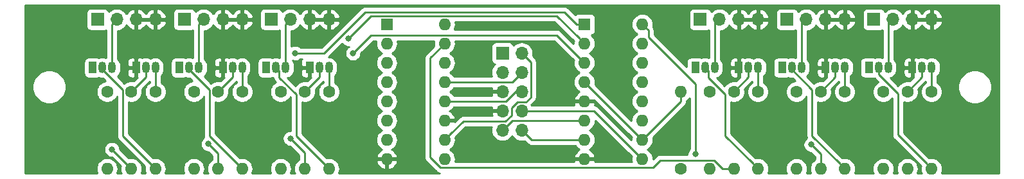
<source format=gbr>
G04 #@! TF.GenerationSoftware,KiCad,Pcbnew,(5.1.4-0-10_14)*
G04 #@! TF.CreationDate,2021-09-19T18:42:46+01:00*
G04 #@! TF.ProjectId,switch-module,73776974-6368-42d6-9d6f-64756c652e6b,rev?*
G04 #@! TF.SameCoordinates,Original*
G04 #@! TF.FileFunction,Copper,L1,Top*
G04 #@! TF.FilePolarity,Positive*
%FSLAX46Y46*%
G04 Gerber Fmt 4.6, Leading zero omitted, Abs format (unit mm)*
G04 Created by KiCad (PCBNEW (5.1.4-0-10_14)) date 2021-09-19 18:42:46*
%MOMM*%
%LPD*%
G04 APERTURE LIST*
%ADD10C,1.600000*%
%ADD11O,1.600000X1.600000*%
%ADD12R,1.600000X1.600000*%
%ADD13O,1.050000X1.500000*%
%ADD14R,1.050000X1.500000*%
%ADD15O,1.700000X1.700000*%
%ADD16R,1.700000X1.700000*%
%ADD17C,0.800000*%
%ADD18C,0.250000*%
%ADD19C,0.254000*%
G04 APERTURE END LIST*
D10*
X42905000Y-65195000D03*
D11*
X42905000Y-75355000D03*
D12*
X105770000Y-56305000D03*
D11*
X113390000Y-74085000D03*
X105770000Y-58845000D03*
X113390000Y-71545000D03*
X105770000Y-61385000D03*
X113390000Y-69005000D03*
X105770000Y-63925000D03*
X113390000Y-66465000D03*
X105770000Y-66465000D03*
X113390000Y-63925000D03*
X105770000Y-69005000D03*
X113390000Y-61385000D03*
X105770000Y-71545000D03*
X113390000Y-58845000D03*
X105770000Y-74085000D03*
X113390000Y-56305000D03*
D13*
X121645000Y-62020000D03*
X122915000Y-62020000D03*
D14*
X120375000Y-62020000D03*
D15*
X97515000Y-70275000D03*
X94975000Y-70275000D03*
X97515000Y-67735000D03*
X94975000Y-67735000D03*
X97515000Y-65195000D03*
X94975000Y-65195000D03*
X97515000Y-62655000D03*
X94975000Y-62655000D03*
X97515000Y-60115000D03*
D16*
X94975000Y-60115000D03*
X143870000Y-55670000D03*
D15*
X146410000Y-55670000D03*
X148950000Y-55670000D03*
X151490000Y-55670000D03*
X140060000Y-55670000D03*
X137520000Y-55670000D03*
X134980000Y-55670000D03*
D16*
X132440000Y-55670000D03*
X121010000Y-55670000D03*
D15*
X123550000Y-55670000D03*
X126090000Y-55670000D03*
X128630000Y-55670000D03*
X72115000Y-55670000D03*
X69575000Y-55670000D03*
X67035000Y-55670000D03*
D16*
X64495000Y-55670000D03*
X53065000Y-55670000D03*
D15*
X55605000Y-55670000D03*
X58145000Y-55670000D03*
X60685000Y-55670000D03*
X49255000Y-55670000D03*
X46715000Y-55670000D03*
X44175000Y-55670000D03*
D16*
X41635000Y-55670000D03*
D13*
X144505000Y-62020000D03*
X145775000Y-62020000D03*
D14*
X143235000Y-62020000D03*
D13*
X133075000Y-62020000D03*
X134345000Y-62020000D03*
D14*
X131805000Y-62020000D03*
D13*
X150220000Y-62020000D03*
X151490000Y-62020000D03*
D14*
X148950000Y-62020000D03*
X137520000Y-62020000D03*
D13*
X140060000Y-62020000D03*
X138790000Y-62020000D03*
X127360000Y-62020000D03*
X128630000Y-62020000D03*
D14*
X126090000Y-62020000D03*
X63860000Y-62020000D03*
D13*
X66400000Y-62020000D03*
X65130000Y-62020000D03*
D14*
X52430000Y-62020000D03*
D13*
X54970000Y-62020000D03*
X53700000Y-62020000D03*
D14*
X41000000Y-62020000D03*
D13*
X43540000Y-62020000D03*
X42270000Y-62020000D03*
D14*
X69575000Y-62020000D03*
D13*
X72115000Y-62020000D03*
X70845000Y-62020000D03*
X59415000Y-62020000D03*
X60685000Y-62020000D03*
D14*
X58145000Y-62020000D03*
X46715000Y-62020000D03*
D13*
X49255000Y-62020000D03*
X47985000Y-62020000D03*
D11*
X145140000Y-75355000D03*
D10*
X145140000Y-65195000D03*
D11*
X133710000Y-75355000D03*
D10*
X133710000Y-65195000D03*
X122280000Y-65195000D03*
D11*
X122280000Y-75355000D03*
X151490000Y-75355000D03*
D10*
X151490000Y-65195000D03*
D11*
X140060000Y-75355000D03*
D10*
X140060000Y-65195000D03*
X128630000Y-65195000D03*
D11*
X128630000Y-75355000D03*
D10*
X65765000Y-65195000D03*
D11*
X65765000Y-75355000D03*
D10*
X54335000Y-65195000D03*
D11*
X54335000Y-75355000D03*
D10*
X72115000Y-65195000D03*
D11*
X72115000Y-75355000D03*
D10*
X60685000Y-65195000D03*
D11*
X60685000Y-75355000D03*
X49255000Y-75355000D03*
D10*
X49255000Y-65195000D03*
D11*
X148315000Y-75355000D03*
D10*
X148315000Y-65195000D03*
X136885000Y-65195000D03*
D11*
X136885000Y-75355000D03*
X125455000Y-75355000D03*
D10*
X125455000Y-65195000D03*
X68940000Y-65195000D03*
D11*
X68940000Y-75355000D03*
X57510000Y-75355000D03*
D10*
X57510000Y-65195000D03*
X46080000Y-65195000D03*
D11*
X46080000Y-75355000D03*
X118470000Y-65195000D03*
D10*
X118470000Y-75355000D03*
D11*
X87355000Y-56305000D03*
X79735000Y-74085000D03*
X87355000Y-58845000D03*
X79735000Y-71545000D03*
X87355000Y-61385000D03*
X79735000Y-69005000D03*
X87355000Y-63925000D03*
X79735000Y-66465000D03*
X87355000Y-66465000D03*
X79735000Y-63925000D03*
X87355000Y-69005000D03*
X79735000Y-61385000D03*
X87355000Y-71545000D03*
X79735000Y-58845000D03*
X87355000Y-74085000D03*
D12*
X79735000Y-56305000D03*
D17*
X34015000Y-55670000D03*
X34015000Y-74085000D03*
X141330000Y-71545000D03*
X116565000Y-56305000D03*
X90530000Y-60750000D03*
X93705000Y-56305000D03*
X100055000Y-56686000D03*
X102087000Y-62274000D03*
X109707000Y-61766000D03*
X118343000Y-71418000D03*
X92943000Y-70402000D03*
X92943000Y-73958000D03*
X67670000Y-60115000D03*
X74655000Y-58210000D03*
X75290000Y-60115000D03*
X120375000Y-73450000D03*
X135615000Y-72180000D03*
X67035000Y-71365000D03*
X56240000Y-72090000D03*
X43540000Y-72815000D03*
D18*
X145775000Y-56305000D02*
X146410000Y-55670000D01*
X145775000Y-62020000D02*
X145775000Y-56305000D01*
X134345000Y-56305000D02*
X134980000Y-55670000D01*
X134345000Y-62020000D02*
X134345000Y-56305000D01*
X122915000Y-56305000D02*
X123550000Y-55670000D01*
X122915000Y-62020000D02*
X122915000Y-56305000D01*
X66400000Y-56305000D02*
X67035000Y-55670000D01*
X66400000Y-62020000D02*
X66400000Y-56305000D01*
X105770000Y-56305000D02*
X104720000Y-56305000D01*
X103144989Y-54729989D02*
X76865011Y-54729989D01*
X104720000Y-56305000D02*
X103144989Y-54729989D01*
X71480000Y-60115000D02*
X67670000Y-60115000D01*
X76865011Y-54729989D02*
X71480000Y-60115000D01*
X104970001Y-58045001D02*
X105770000Y-58845000D01*
X102104999Y-55179999D02*
X104970001Y-58045001D01*
X77685001Y-55179999D02*
X102104999Y-55179999D01*
X74655000Y-58210000D02*
X77685001Y-55179999D01*
X54970000Y-56305000D02*
X55605000Y-55670000D01*
X54970000Y-62020000D02*
X54970000Y-56305000D01*
X43540000Y-56305000D02*
X44175000Y-55670000D01*
X43540000Y-62020000D02*
X43540000Y-56305000D01*
X75689999Y-59715001D02*
X75290000Y-60115000D01*
X77685001Y-57719999D02*
X75689999Y-59715001D01*
X102104999Y-57719999D02*
X77685001Y-57719999D01*
X105770000Y-61385000D02*
X102104999Y-57719999D01*
X89800001Y-69099999D02*
X88154999Y-70745001D01*
X96150001Y-68299001D02*
X95349003Y-69099999D01*
X96150001Y-67360997D02*
X96150001Y-68299001D01*
X96950999Y-66559999D02*
X96150001Y-67360997D01*
X88154999Y-70745001D02*
X87355000Y-71545000D01*
X98055001Y-66559999D02*
X96950999Y-66559999D01*
X98690001Y-65924999D02*
X98055001Y-66559999D01*
X95349003Y-69099999D02*
X89800001Y-69099999D01*
X98690001Y-61290001D02*
X98690001Y-65924999D01*
X97515000Y-60115000D02*
X98690001Y-61290001D01*
X114189999Y-57979997D02*
X120375000Y-64164998D01*
X120375000Y-64164998D02*
X120375000Y-73450000D01*
X114189999Y-57104999D02*
X114189999Y-57979997D01*
X113390000Y-56305000D02*
X114189999Y-57104999D01*
X96245000Y-63925000D02*
X87355000Y-63925000D01*
X97515000Y-62655000D02*
X96245000Y-63925000D01*
X88486370Y-66465000D02*
X87355000Y-66465000D01*
X96714002Y-65195000D02*
X95444002Y-66465000D01*
X95444002Y-66465000D02*
X88486370Y-66465000D01*
X97515000Y-65195000D02*
X96714002Y-65195000D01*
X107040000Y-67735000D02*
X113390000Y-74085000D01*
X97515000Y-67735000D02*
X107040000Y-67735000D01*
X96245000Y-69005000D02*
X105770000Y-69005000D01*
X94975000Y-70275000D02*
X96245000Y-69005000D01*
X98785000Y-71545000D02*
X105770000Y-71545000D01*
X97515000Y-70275000D02*
X98785000Y-71545000D01*
X150690001Y-74555001D02*
X151490000Y-75355000D01*
X147045000Y-70910000D02*
X150690001Y-74555001D01*
X147045000Y-65434998D02*
X147045000Y-70910000D01*
X144505000Y-62894998D02*
X147045000Y-65434998D01*
X144505000Y-62020000D02*
X144505000Y-62894998D01*
X139260001Y-74555001D02*
X140060000Y-75355000D01*
X135759999Y-71054999D02*
X139260001Y-74555001D01*
X135759999Y-64929999D02*
X135759999Y-71054999D01*
X133075000Y-62245000D02*
X135759999Y-64929999D01*
X133075000Y-62020000D02*
X133075000Y-62245000D01*
X127830001Y-74555001D02*
X128630000Y-75355000D01*
X124329999Y-71054999D02*
X127830001Y-74555001D01*
X124329999Y-65579997D02*
X124329999Y-71054999D01*
X122064990Y-63314988D02*
X124329999Y-65579997D01*
X122064990Y-62439990D02*
X122064990Y-63314988D01*
X121645000Y-62020000D02*
X122064990Y-62439990D01*
X150220000Y-63290000D02*
X148315000Y-65195000D01*
X150220000Y-62020000D02*
X150220000Y-63290000D01*
X151490000Y-65195000D02*
X151490000Y-62020000D01*
X140060000Y-62020000D02*
X140060000Y-65195000D01*
X138790000Y-63290000D02*
X136885000Y-65195000D01*
X138790000Y-62020000D02*
X138790000Y-63290000D01*
X127360000Y-63290000D02*
X125455000Y-65195000D01*
X127360000Y-62020000D02*
X127360000Y-63290000D01*
X128630000Y-62020000D02*
X128630000Y-65195000D01*
X71315001Y-74555001D02*
X72115000Y-75355000D01*
X67814999Y-71054999D02*
X71315001Y-74555001D01*
X67814999Y-65579997D02*
X67814999Y-71054999D01*
X65549990Y-63314988D02*
X67814999Y-65579997D01*
X65549990Y-62439990D02*
X65549990Y-63314988D01*
X65130000Y-62020000D02*
X65549990Y-62439990D01*
X56384999Y-71054999D02*
X59885001Y-74555001D01*
X56384999Y-64929999D02*
X56384999Y-71054999D01*
X59885001Y-74555001D02*
X60685000Y-75355000D01*
X53700000Y-62245000D02*
X56384999Y-64929999D01*
X53700000Y-62020000D02*
X53700000Y-62245000D01*
X44954999Y-71054999D02*
X48455001Y-74555001D01*
X42270000Y-62245000D02*
X44954999Y-64929999D01*
X48455001Y-74555001D02*
X49255000Y-75355000D01*
X44954999Y-64929999D02*
X44954999Y-71054999D01*
X42270000Y-62020000D02*
X42270000Y-62245000D01*
X72115000Y-62020000D02*
X72115000Y-65195000D01*
X70845000Y-63290000D02*
X68940000Y-65195000D01*
X70845000Y-62020000D02*
X70845000Y-63290000D01*
X59415000Y-63290000D02*
X57510000Y-65195000D01*
X59415000Y-62020000D02*
X59415000Y-63290000D01*
X60685000Y-62020000D02*
X60685000Y-65195000D01*
X49255000Y-62020000D02*
X49255000Y-65195000D01*
X47985000Y-63290000D02*
X46080000Y-65195000D01*
X47985000Y-62020000D02*
X47985000Y-63290000D01*
X136885000Y-73450000D02*
X135615000Y-72180000D01*
X136885000Y-75355000D02*
X136885000Y-73450000D01*
X123945002Y-75355000D02*
X122820001Y-74229999D01*
X122820001Y-74229999D02*
X115785001Y-74229999D01*
X125455000Y-75355000D02*
X123945002Y-75355000D01*
X86814999Y-75210001D02*
X85450000Y-73845002D01*
X114804999Y-75210001D02*
X86814999Y-75210001D01*
X115785001Y-74229999D02*
X114804999Y-75210001D01*
X85450000Y-60750000D02*
X87355000Y-58845000D01*
X85450000Y-73845002D02*
X85450000Y-60750000D01*
X68940000Y-73270000D02*
X67035000Y-71365000D01*
X68940000Y-75355000D02*
X68940000Y-73270000D01*
X57510000Y-73360000D02*
X56240000Y-72090000D01*
X57510000Y-75355000D02*
X57510000Y-73360000D01*
X43540000Y-72815000D02*
X46080000Y-75355000D01*
X118470000Y-66465000D02*
X118470000Y-65195000D01*
X113390000Y-71545000D02*
X118470000Y-66465000D01*
X113390000Y-71545000D02*
X105770000Y-63925000D01*
D19*
G36*
X160355000Y-75965000D02*
G01*
X152791078Y-75965000D01*
X152822182Y-75906808D01*
X152904236Y-75636309D01*
X152931943Y-75355000D01*
X152904236Y-75073691D01*
X152822182Y-74803192D01*
X152688932Y-74553899D01*
X152509608Y-74335392D01*
X152291101Y-74156068D01*
X152041808Y-74022818D01*
X151771309Y-73940764D01*
X151560492Y-73920000D01*
X151419508Y-73920000D01*
X151208691Y-73940764D01*
X151164094Y-73954292D01*
X147805000Y-70595199D01*
X147805000Y-66536983D01*
X147896426Y-66574853D01*
X148173665Y-66630000D01*
X148456335Y-66630000D01*
X148733574Y-66574853D01*
X148994727Y-66466680D01*
X149229759Y-66309637D01*
X149429637Y-66109759D01*
X149586680Y-65874727D01*
X149694853Y-65613574D01*
X149750000Y-65336335D01*
X149750000Y-65053665D01*
X149713688Y-64871114D01*
X150730000Y-63854802D01*
X150730000Y-63976956D01*
X150575241Y-64080363D01*
X150375363Y-64280241D01*
X150218320Y-64515273D01*
X150110147Y-64776426D01*
X150055000Y-65053665D01*
X150055000Y-65336335D01*
X150110147Y-65613574D01*
X150218320Y-65874727D01*
X150375363Y-66109759D01*
X150575241Y-66309637D01*
X150810273Y-66466680D01*
X151071426Y-66574853D01*
X151348665Y-66630000D01*
X151631335Y-66630000D01*
X151908574Y-66574853D01*
X152169727Y-66466680D01*
X152404759Y-66309637D01*
X152604637Y-66109759D01*
X152761680Y-65874727D01*
X152869853Y-65613574D01*
X152925000Y-65336335D01*
X152925000Y-65053665D01*
X152869853Y-64776426D01*
X152761680Y-64515273D01*
X152644482Y-64339872D01*
X154970000Y-64339872D01*
X154970000Y-64780128D01*
X155055890Y-65211925D01*
X155224369Y-65618669D01*
X155468962Y-65984729D01*
X155780271Y-66296038D01*
X156146331Y-66540631D01*
X156553075Y-66709110D01*
X156984872Y-66795000D01*
X157425128Y-66795000D01*
X157856925Y-66709110D01*
X158263669Y-66540631D01*
X158629729Y-66296038D01*
X158941038Y-65984729D01*
X159185631Y-65618669D01*
X159354110Y-65211925D01*
X159440000Y-64780128D01*
X159440000Y-64339872D01*
X159354110Y-63908075D01*
X159185631Y-63501331D01*
X158941038Y-63135271D01*
X158629729Y-62823962D01*
X158263669Y-62579369D01*
X157856925Y-62410890D01*
X157425128Y-62325000D01*
X156984872Y-62325000D01*
X156553075Y-62410890D01*
X156146331Y-62579369D01*
X155780271Y-62823962D01*
X155468962Y-63135271D01*
X155224369Y-63501331D01*
X155055890Y-63908075D01*
X154970000Y-64339872D01*
X152644482Y-64339872D01*
X152604637Y-64280241D01*
X152404759Y-64080363D01*
X152250000Y-63976957D01*
X152250000Y-63121909D01*
X152314212Y-63069212D01*
X152459171Y-62892579D01*
X152566885Y-62691059D01*
X152633215Y-62472399D01*
X152650000Y-62301978D01*
X152650000Y-61738021D01*
X152633215Y-61567600D01*
X152566885Y-61348940D01*
X152459171Y-61147421D01*
X152314212Y-60970788D01*
X152137578Y-60825829D01*
X151936059Y-60718115D01*
X151717399Y-60651785D01*
X151490000Y-60629388D01*
X151262600Y-60651785D01*
X151043940Y-60718115D01*
X150855000Y-60819106D01*
X150666059Y-60718115D01*
X150447399Y-60651785D01*
X150220000Y-60629388D01*
X149992600Y-60651785D01*
X149783902Y-60715093D01*
X149719180Y-60680498D01*
X149599482Y-60644188D01*
X149475000Y-60631928D01*
X149235750Y-60635000D01*
X149077000Y-60793750D01*
X149077000Y-61566892D01*
X149076785Y-61567601D01*
X149060000Y-61738022D01*
X149060000Y-62301979D01*
X149076785Y-62472400D01*
X149077000Y-62473109D01*
X149077000Y-63246250D01*
X149132974Y-63302224D01*
X148638886Y-63796312D01*
X148456335Y-63760000D01*
X148173665Y-63760000D01*
X147896426Y-63815147D01*
X147635273Y-63923320D01*
X147400241Y-64080363D01*
X147200363Y-64280241D01*
X147106108Y-64421304D01*
X146056583Y-63371779D01*
X146221060Y-63321885D01*
X146422579Y-63214171D01*
X146599212Y-63069212D01*
X146744171Y-62892579D01*
X146809690Y-62770000D01*
X147786928Y-62770000D01*
X147799188Y-62894482D01*
X147835498Y-63014180D01*
X147894463Y-63124494D01*
X147973815Y-63221185D01*
X148070506Y-63300537D01*
X148180820Y-63359502D01*
X148300518Y-63395812D01*
X148425000Y-63408072D01*
X148664250Y-63405000D01*
X148823000Y-63246250D01*
X148823000Y-62147000D01*
X147948750Y-62147000D01*
X147790000Y-62305750D01*
X147786928Y-62770000D01*
X146809690Y-62770000D01*
X146851885Y-62691059D01*
X146918215Y-62472399D01*
X146935000Y-62301978D01*
X146935000Y-61738021D01*
X146918215Y-61567600D01*
X146851885Y-61348940D01*
X146809691Y-61270000D01*
X147786928Y-61270000D01*
X147790000Y-61734250D01*
X147948750Y-61893000D01*
X148823000Y-61893000D01*
X148823000Y-60793750D01*
X148664250Y-60635000D01*
X148425000Y-60631928D01*
X148300518Y-60644188D01*
X148180820Y-60680498D01*
X148070506Y-60739463D01*
X147973815Y-60818815D01*
X147894463Y-60915506D01*
X147835498Y-61025820D01*
X147799188Y-61145518D01*
X147786928Y-61270000D01*
X146809691Y-61270000D01*
X146744171Y-61147421D01*
X146599212Y-60970788D01*
X146535000Y-60918091D01*
X146535000Y-57149874D01*
X146701111Y-57133513D01*
X146981034Y-57048599D01*
X147239014Y-56910706D01*
X147465134Y-56725134D01*
X147650706Y-56499014D01*
X147685201Y-56434477D01*
X147754822Y-56551355D01*
X147949731Y-56767588D01*
X148183080Y-56941641D01*
X148445901Y-57066825D01*
X148593110Y-57111476D01*
X148823000Y-56990155D01*
X148823000Y-55797000D01*
X149077000Y-55797000D01*
X149077000Y-56990155D01*
X149306890Y-57111476D01*
X149454099Y-57066825D01*
X149716920Y-56941641D01*
X149950269Y-56767588D01*
X150145178Y-56551355D01*
X150220000Y-56425745D01*
X150294822Y-56551355D01*
X150489731Y-56767588D01*
X150723080Y-56941641D01*
X150985901Y-57066825D01*
X151133110Y-57111476D01*
X151363000Y-56990155D01*
X151363000Y-55797000D01*
X151617000Y-55797000D01*
X151617000Y-56990155D01*
X151846890Y-57111476D01*
X151994099Y-57066825D01*
X152256920Y-56941641D01*
X152490269Y-56767588D01*
X152685178Y-56551355D01*
X152834157Y-56301252D01*
X152931481Y-56026891D01*
X152810814Y-55797000D01*
X151617000Y-55797000D01*
X151363000Y-55797000D01*
X149077000Y-55797000D01*
X148823000Y-55797000D01*
X148803000Y-55797000D01*
X148803000Y-55543000D01*
X148823000Y-55543000D01*
X148823000Y-54349845D01*
X149077000Y-54349845D01*
X149077000Y-55543000D01*
X151363000Y-55543000D01*
X151363000Y-54349845D01*
X151617000Y-54349845D01*
X151617000Y-55543000D01*
X152810814Y-55543000D01*
X152931481Y-55313109D01*
X152834157Y-55038748D01*
X152685178Y-54788645D01*
X152490269Y-54572412D01*
X152256920Y-54398359D01*
X151994099Y-54273175D01*
X151846890Y-54228524D01*
X151617000Y-54349845D01*
X151363000Y-54349845D01*
X151133110Y-54228524D01*
X150985901Y-54273175D01*
X150723080Y-54398359D01*
X150489731Y-54572412D01*
X150294822Y-54788645D01*
X150220000Y-54914255D01*
X150145178Y-54788645D01*
X149950269Y-54572412D01*
X149716920Y-54398359D01*
X149454099Y-54273175D01*
X149306890Y-54228524D01*
X149077000Y-54349845D01*
X148823000Y-54349845D01*
X148593110Y-54228524D01*
X148445901Y-54273175D01*
X148183080Y-54398359D01*
X147949731Y-54572412D01*
X147754822Y-54788645D01*
X147685201Y-54905523D01*
X147650706Y-54840986D01*
X147465134Y-54614866D01*
X147239014Y-54429294D01*
X146981034Y-54291401D01*
X146701111Y-54206487D01*
X146482950Y-54185000D01*
X146337050Y-54185000D01*
X146118889Y-54206487D01*
X145838966Y-54291401D01*
X145580986Y-54429294D01*
X145354866Y-54614866D01*
X145330393Y-54644687D01*
X145309502Y-54575820D01*
X145250537Y-54465506D01*
X145171185Y-54368815D01*
X145074494Y-54289463D01*
X144964180Y-54230498D01*
X144844482Y-54194188D01*
X144720000Y-54181928D01*
X143020000Y-54181928D01*
X142895518Y-54194188D01*
X142775820Y-54230498D01*
X142665506Y-54289463D01*
X142568815Y-54368815D01*
X142489463Y-54465506D01*
X142430498Y-54575820D01*
X142394188Y-54695518D01*
X142381928Y-54820000D01*
X142381928Y-56520000D01*
X142394188Y-56644482D01*
X142430498Y-56764180D01*
X142489463Y-56874494D01*
X142568815Y-56971185D01*
X142665506Y-57050537D01*
X142775820Y-57109502D01*
X142895518Y-57145812D01*
X143020000Y-57158072D01*
X144720000Y-57158072D01*
X144844482Y-57145812D01*
X144964180Y-57109502D01*
X145015001Y-57082337D01*
X145015000Y-60752292D01*
X144951059Y-60718115D01*
X144732399Y-60651785D01*
X144505000Y-60629388D01*
X144277600Y-60651785D01*
X144068902Y-60715093D01*
X144004180Y-60680498D01*
X143884482Y-60644188D01*
X143760000Y-60631928D01*
X142710000Y-60631928D01*
X142585518Y-60644188D01*
X142465820Y-60680498D01*
X142355506Y-60739463D01*
X142258815Y-60818815D01*
X142179463Y-60915506D01*
X142120498Y-61025820D01*
X142084188Y-61145518D01*
X142071928Y-61270000D01*
X142071928Y-62770000D01*
X142084188Y-62894482D01*
X142120498Y-63014180D01*
X142179463Y-63124494D01*
X142258815Y-63221185D01*
X142355506Y-63300537D01*
X142465820Y-63359502D01*
X142585518Y-63395812D01*
X142710000Y-63408072D01*
X143760000Y-63408072D01*
X143884482Y-63395812D01*
X143923201Y-63384067D01*
X143965000Y-63434999D01*
X143993998Y-63458797D01*
X144459223Y-63924022D01*
X144225241Y-64080363D01*
X144025363Y-64280241D01*
X143868320Y-64515273D01*
X143760147Y-64776426D01*
X143705000Y-65053665D01*
X143705000Y-65336335D01*
X143760147Y-65613574D01*
X143868320Y-65874727D01*
X144025363Y-66109759D01*
X144225241Y-66309637D01*
X144460273Y-66466680D01*
X144721426Y-66574853D01*
X144998665Y-66630000D01*
X145281335Y-66630000D01*
X145558574Y-66574853D01*
X145819727Y-66466680D01*
X146054759Y-66309637D01*
X146254637Y-66109759D01*
X146285000Y-66064317D01*
X146285001Y-70872668D01*
X146281324Y-70910000D01*
X146285001Y-70947333D01*
X146295998Y-71058986D01*
X146306113Y-71092332D01*
X146339454Y-71202246D01*
X146410026Y-71334276D01*
X146477362Y-71416324D01*
X146505000Y-71450001D01*
X146533998Y-71473799D01*
X150089292Y-75029094D01*
X150075764Y-75073691D01*
X150048057Y-75355000D01*
X150075764Y-75636309D01*
X150157818Y-75906808D01*
X150188922Y-75965000D01*
X149616078Y-75965000D01*
X149647182Y-75906808D01*
X149729236Y-75636309D01*
X149756943Y-75355000D01*
X149729236Y-75073691D01*
X149647182Y-74803192D01*
X149513932Y-74553899D01*
X149334608Y-74335392D01*
X149116101Y-74156068D01*
X148866808Y-74022818D01*
X148596309Y-73940764D01*
X148385492Y-73920000D01*
X148244508Y-73920000D01*
X148033691Y-73940764D01*
X147763192Y-74022818D01*
X147513899Y-74156068D01*
X147295392Y-74335392D01*
X147116068Y-74553899D01*
X146982818Y-74803192D01*
X146900764Y-75073691D01*
X146873057Y-75355000D01*
X146900764Y-75636309D01*
X146982818Y-75906808D01*
X147013922Y-75965000D01*
X146441078Y-75965000D01*
X146472182Y-75906808D01*
X146554236Y-75636309D01*
X146581943Y-75355000D01*
X146554236Y-75073691D01*
X146472182Y-74803192D01*
X146338932Y-74553899D01*
X146159608Y-74335392D01*
X145941101Y-74156068D01*
X145691808Y-74022818D01*
X145421309Y-73940764D01*
X145210492Y-73920000D01*
X145069508Y-73920000D01*
X144858691Y-73940764D01*
X144588192Y-74022818D01*
X144338899Y-74156068D01*
X144120392Y-74335392D01*
X143941068Y-74553899D01*
X143807818Y-74803192D01*
X143725764Y-75073691D01*
X143698057Y-75355000D01*
X143725764Y-75636309D01*
X143807818Y-75906808D01*
X143838922Y-75965000D01*
X141361078Y-75965000D01*
X141392182Y-75906808D01*
X141474236Y-75636309D01*
X141501943Y-75355000D01*
X141474236Y-75073691D01*
X141392182Y-74803192D01*
X141258932Y-74553899D01*
X141079608Y-74335392D01*
X140861101Y-74156068D01*
X140611808Y-74022818D01*
X140341309Y-73940764D01*
X140130492Y-73920000D01*
X139989508Y-73920000D01*
X139778691Y-73940764D01*
X139734094Y-73954292D01*
X136519999Y-70740198D01*
X136519999Y-66585509D01*
X136743665Y-66630000D01*
X137026335Y-66630000D01*
X137303574Y-66574853D01*
X137564727Y-66466680D01*
X137799759Y-66309637D01*
X137999637Y-66109759D01*
X138156680Y-65874727D01*
X138264853Y-65613574D01*
X138320000Y-65336335D01*
X138320000Y-65053665D01*
X138283688Y-64871114D01*
X139300001Y-63854801D01*
X139300001Y-63976956D01*
X139145241Y-64080363D01*
X138945363Y-64280241D01*
X138788320Y-64515273D01*
X138680147Y-64776426D01*
X138625000Y-65053665D01*
X138625000Y-65336335D01*
X138680147Y-65613574D01*
X138788320Y-65874727D01*
X138945363Y-66109759D01*
X139145241Y-66309637D01*
X139380273Y-66466680D01*
X139641426Y-66574853D01*
X139918665Y-66630000D01*
X140201335Y-66630000D01*
X140478574Y-66574853D01*
X140739727Y-66466680D01*
X140974759Y-66309637D01*
X141174637Y-66109759D01*
X141331680Y-65874727D01*
X141439853Y-65613574D01*
X141495000Y-65336335D01*
X141495000Y-65053665D01*
X141439853Y-64776426D01*
X141331680Y-64515273D01*
X141174637Y-64280241D01*
X140974759Y-64080363D01*
X140820000Y-63976957D01*
X140820000Y-63121909D01*
X140884212Y-63069212D01*
X141029171Y-62892579D01*
X141136885Y-62691059D01*
X141203215Y-62472399D01*
X141220000Y-62301978D01*
X141220000Y-61738021D01*
X141203215Y-61567600D01*
X141136885Y-61348940D01*
X141029171Y-61147421D01*
X140884212Y-60970788D01*
X140707578Y-60825829D01*
X140506059Y-60718115D01*
X140287399Y-60651785D01*
X140060000Y-60629388D01*
X139832600Y-60651785D01*
X139613940Y-60718115D01*
X139425000Y-60819106D01*
X139236059Y-60718115D01*
X139017399Y-60651785D01*
X138790000Y-60629388D01*
X138562600Y-60651785D01*
X138353902Y-60715093D01*
X138289180Y-60680498D01*
X138169482Y-60644188D01*
X138045000Y-60631928D01*
X137805750Y-60635000D01*
X137647000Y-60793750D01*
X137647000Y-61566892D01*
X137646785Y-61567601D01*
X137630000Y-61738022D01*
X137630000Y-62301979D01*
X137646785Y-62472400D01*
X137647000Y-62473109D01*
X137647000Y-63246250D01*
X137702974Y-63302224D01*
X137208886Y-63796312D01*
X137026335Y-63760000D01*
X136743665Y-63760000D01*
X136466426Y-63815147D01*
X136205273Y-63923320D01*
X135979187Y-64074385D01*
X135062000Y-63157199D01*
X135169212Y-63069212D01*
X135314171Y-62892579D01*
X135379690Y-62770000D01*
X136356928Y-62770000D01*
X136369188Y-62894482D01*
X136405498Y-63014180D01*
X136464463Y-63124494D01*
X136543815Y-63221185D01*
X136640506Y-63300537D01*
X136750820Y-63359502D01*
X136870518Y-63395812D01*
X136995000Y-63408072D01*
X137234250Y-63405000D01*
X137393000Y-63246250D01*
X137393000Y-62147000D01*
X136518750Y-62147000D01*
X136360000Y-62305750D01*
X136356928Y-62770000D01*
X135379690Y-62770000D01*
X135421885Y-62691059D01*
X135488215Y-62472399D01*
X135505000Y-62301978D01*
X135505000Y-61738021D01*
X135488215Y-61567600D01*
X135421885Y-61348940D01*
X135379691Y-61270000D01*
X136356928Y-61270000D01*
X136360000Y-61734250D01*
X136518750Y-61893000D01*
X137393000Y-61893000D01*
X137393000Y-60793750D01*
X137234250Y-60635000D01*
X136995000Y-60631928D01*
X136870518Y-60644188D01*
X136750820Y-60680498D01*
X136640506Y-60739463D01*
X136543815Y-60818815D01*
X136464463Y-60915506D01*
X136405498Y-61025820D01*
X136369188Y-61145518D01*
X136356928Y-61270000D01*
X135379691Y-61270000D01*
X135314171Y-61147421D01*
X135169212Y-60970788D01*
X135105000Y-60918091D01*
X135105000Y-57149874D01*
X135271111Y-57133513D01*
X135551034Y-57048599D01*
X135809014Y-56910706D01*
X136035134Y-56725134D01*
X136220706Y-56499014D01*
X136255201Y-56434477D01*
X136324822Y-56551355D01*
X136519731Y-56767588D01*
X136753080Y-56941641D01*
X137015901Y-57066825D01*
X137163110Y-57111476D01*
X137393000Y-56990155D01*
X137393000Y-55797000D01*
X137647000Y-55797000D01*
X137647000Y-56990155D01*
X137876890Y-57111476D01*
X138024099Y-57066825D01*
X138286920Y-56941641D01*
X138520269Y-56767588D01*
X138715178Y-56551355D01*
X138790000Y-56425745D01*
X138864822Y-56551355D01*
X139059731Y-56767588D01*
X139293080Y-56941641D01*
X139555901Y-57066825D01*
X139703110Y-57111476D01*
X139933000Y-56990155D01*
X139933000Y-55797000D01*
X140187000Y-55797000D01*
X140187000Y-56990155D01*
X140416890Y-57111476D01*
X140564099Y-57066825D01*
X140826920Y-56941641D01*
X141060269Y-56767588D01*
X141255178Y-56551355D01*
X141404157Y-56301252D01*
X141501481Y-56026891D01*
X141380814Y-55797000D01*
X140187000Y-55797000D01*
X139933000Y-55797000D01*
X137647000Y-55797000D01*
X137393000Y-55797000D01*
X137373000Y-55797000D01*
X137373000Y-55543000D01*
X137393000Y-55543000D01*
X137393000Y-54349845D01*
X137647000Y-54349845D01*
X137647000Y-55543000D01*
X139933000Y-55543000D01*
X139933000Y-54349845D01*
X140187000Y-54349845D01*
X140187000Y-55543000D01*
X141380814Y-55543000D01*
X141501481Y-55313109D01*
X141404157Y-55038748D01*
X141255178Y-54788645D01*
X141060269Y-54572412D01*
X140826920Y-54398359D01*
X140564099Y-54273175D01*
X140416890Y-54228524D01*
X140187000Y-54349845D01*
X139933000Y-54349845D01*
X139703110Y-54228524D01*
X139555901Y-54273175D01*
X139293080Y-54398359D01*
X139059731Y-54572412D01*
X138864822Y-54788645D01*
X138790000Y-54914255D01*
X138715178Y-54788645D01*
X138520269Y-54572412D01*
X138286920Y-54398359D01*
X138024099Y-54273175D01*
X137876890Y-54228524D01*
X137647000Y-54349845D01*
X137393000Y-54349845D01*
X137163110Y-54228524D01*
X137015901Y-54273175D01*
X136753080Y-54398359D01*
X136519731Y-54572412D01*
X136324822Y-54788645D01*
X136255201Y-54905523D01*
X136220706Y-54840986D01*
X136035134Y-54614866D01*
X135809014Y-54429294D01*
X135551034Y-54291401D01*
X135271111Y-54206487D01*
X135052950Y-54185000D01*
X134907050Y-54185000D01*
X134688889Y-54206487D01*
X134408966Y-54291401D01*
X134150986Y-54429294D01*
X133924866Y-54614866D01*
X133900393Y-54644687D01*
X133879502Y-54575820D01*
X133820537Y-54465506D01*
X133741185Y-54368815D01*
X133644494Y-54289463D01*
X133534180Y-54230498D01*
X133414482Y-54194188D01*
X133290000Y-54181928D01*
X131590000Y-54181928D01*
X131465518Y-54194188D01*
X131345820Y-54230498D01*
X131235506Y-54289463D01*
X131138815Y-54368815D01*
X131059463Y-54465506D01*
X131000498Y-54575820D01*
X130964188Y-54695518D01*
X130951928Y-54820000D01*
X130951928Y-56520000D01*
X130964188Y-56644482D01*
X131000498Y-56764180D01*
X131059463Y-56874494D01*
X131138815Y-56971185D01*
X131235506Y-57050537D01*
X131345820Y-57109502D01*
X131465518Y-57145812D01*
X131590000Y-57158072D01*
X133290000Y-57158072D01*
X133414482Y-57145812D01*
X133534180Y-57109502D01*
X133585001Y-57082337D01*
X133585000Y-60752292D01*
X133521059Y-60718115D01*
X133302399Y-60651785D01*
X133075000Y-60629388D01*
X132847600Y-60651785D01*
X132638902Y-60715093D01*
X132574180Y-60680498D01*
X132454482Y-60644188D01*
X132330000Y-60631928D01*
X131280000Y-60631928D01*
X131155518Y-60644188D01*
X131035820Y-60680498D01*
X130925506Y-60739463D01*
X130828815Y-60818815D01*
X130749463Y-60915506D01*
X130690498Y-61025820D01*
X130654188Y-61145518D01*
X130641928Y-61270000D01*
X130641928Y-62770000D01*
X130654188Y-62894482D01*
X130690498Y-63014180D01*
X130749463Y-63124494D01*
X130828815Y-63221185D01*
X130925506Y-63300537D01*
X131035820Y-63359502D01*
X131155518Y-63395812D01*
X131280000Y-63408072D01*
X132330000Y-63408072D01*
X132454482Y-63395812D01*
X132574180Y-63359502D01*
X132638902Y-63324907D01*
X132847601Y-63388215D01*
X133075000Y-63410612D01*
X133157669Y-63402470D01*
X133524069Y-63768871D01*
X133291426Y-63815147D01*
X133030273Y-63923320D01*
X132795241Y-64080363D01*
X132595363Y-64280241D01*
X132438320Y-64515273D01*
X132330147Y-64776426D01*
X132275000Y-65053665D01*
X132275000Y-65336335D01*
X132330147Y-65613574D01*
X132438320Y-65874727D01*
X132595363Y-66109759D01*
X132795241Y-66309637D01*
X133030273Y-66466680D01*
X133291426Y-66574853D01*
X133568665Y-66630000D01*
X133851335Y-66630000D01*
X134128574Y-66574853D01*
X134389727Y-66466680D01*
X134624759Y-66309637D01*
X134824637Y-66109759D01*
X134981680Y-65874727D01*
X134999999Y-65830501D01*
X135000000Y-71017667D01*
X134996323Y-71054999D01*
X135010997Y-71203984D01*
X135044999Y-71316079D01*
X134955226Y-71376063D01*
X134811063Y-71520226D01*
X134697795Y-71689744D01*
X134619774Y-71878102D01*
X134580000Y-72078061D01*
X134580000Y-72281939D01*
X134619774Y-72481898D01*
X134697795Y-72670256D01*
X134811063Y-72839774D01*
X134955226Y-72983937D01*
X135124744Y-73097205D01*
X135313102Y-73175226D01*
X135513061Y-73215000D01*
X135575199Y-73215000D01*
X136125001Y-73764803D01*
X136125001Y-74134099D01*
X136083899Y-74156068D01*
X135865392Y-74335392D01*
X135686068Y-74553899D01*
X135552818Y-74803192D01*
X135470764Y-75073691D01*
X135443057Y-75355000D01*
X135470764Y-75636309D01*
X135552818Y-75906808D01*
X135583922Y-75965000D01*
X135011078Y-75965000D01*
X135042182Y-75906808D01*
X135124236Y-75636309D01*
X135151943Y-75355000D01*
X135124236Y-75073691D01*
X135042182Y-74803192D01*
X134908932Y-74553899D01*
X134729608Y-74335392D01*
X134511101Y-74156068D01*
X134261808Y-74022818D01*
X133991309Y-73940764D01*
X133780492Y-73920000D01*
X133639508Y-73920000D01*
X133428691Y-73940764D01*
X133158192Y-74022818D01*
X132908899Y-74156068D01*
X132690392Y-74335392D01*
X132511068Y-74553899D01*
X132377818Y-74803192D01*
X132295764Y-75073691D01*
X132268057Y-75355000D01*
X132295764Y-75636309D01*
X132377818Y-75906808D01*
X132408922Y-75965000D01*
X129931078Y-75965000D01*
X129962182Y-75906808D01*
X130044236Y-75636309D01*
X130071943Y-75355000D01*
X130044236Y-75073691D01*
X129962182Y-74803192D01*
X129828932Y-74553899D01*
X129649608Y-74335392D01*
X129431101Y-74156068D01*
X129181808Y-74022818D01*
X128911309Y-73940764D01*
X128700492Y-73920000D01*
X128559508Y-73920000D01*
X128348691Y-73940764D01*
X128304094Y-73954292D01*
X125089999Y-70740198D01*
X125089999Y-66585509D01*
X125313665Y-66630000D01*
X125596335Y-66630000D01*
X125873574Y-66574853D01*
X126134727Y-66466680D01*
X126369759Y-66309637D01*
X126569637Y-66109759D01*
X126726680Y-65874727D01*
X126834853Y-65613574D01*
X126890000Y-65336335D01*
X126890000Y-65053665D01*
X126853688Y-64871114D01*
X127870001Y-63854801D01*
X127870001Y-63976956D01*
X127715241Y-64080363D01*
X127515363Y-64280241D01*
X127358320Y-64515273D01*
X127250147Y-64776426D01*
X127195000Y-65053665D01*
X127195000Y-65336335D01*
X127250147Y-65613574D01*
X127358320Y-65874727D01*
X127515363Y-66109759D01*
X127715241Y-66309637D01*
X127950273Y-66466680D01*
X128211426Y-66574853D01*
X128488665Y-66630000D01*
X128771335Y-66630000D01*
X129048574Y-66574853D01*
X129309727Y-66466680D01*
X129544759Y-66309637D01*
X129744637Y-66109759D01*
X129901680Y-65874727D01*
X130009853Y-65613574D01*
X130065000Y-65336335D01*
X130065000Y-65053665D01*
X130009853Y-64776426D01*
X129901680Y-64515273D01*
X129744637Y-64280241D01*
X129544759Y-64080363D01*
X129390000Y-63976957D01*
X129390000Y-63121909D01*
X129454212Y-63069212D01*
X129599171Y-62892579D01*
X129706885Y-62691059D01*
X129773215Y-62472399D01*
X129790000Y-62301978D01*
X129790000Y-61738021D01*
X129773215Y-61567600D01*
X129706885Y-61348940D01*
X129599171Y-61147421D01*
X129454212Y-60970788D01*
X129277578Y-60825829D01*
X129076059Y-60718115D01*
X128857399Y-60651785D01*
X128630000Y-60629388D01*
X128402600Y-60651785D01*
X128183940Y-60718115D01*
X127995000Y-60819106D01*
X127806059Y-60718115D01*
X127587399Y-60651785D01*
X127360000Y-60629388D01*
X127132600Y-60651785D01*
X126923902Y-60715093D01*
X126859180Y-60680498D01*
X126739482Y-60644188D01*
X126615000Y-60631928D01*
X126375750Y-60635000D01*
X126217000Y-60793750D01*
X126217000Y-61566892D01*
X126216785Y-61567601D01*
X126200000Y-61738022D01*
X126200000Y-62301979D01*
X126216785Y-62472400D01*
X126217000Y-62473109D01*
X126217000Y-63246250D01*
X126272974Y-63302224D01*
X125778886Y-63796312D01*
X125596335Y-63760000D01*
X125313665Y-63760000D01*
X125036426Y-63815147D01*
X124775273Y-63923320D01*
X124540241Y-64080363D01*
X124340363Y-64280241D01*
X124246108Y-64421304D01*
X123196582Y-63371779D01*
X123361060Y-63321885D01*
X123562579Y-63214171D01*
X123739212Y-63069212D01*
X123884171Y-62892579D01*
X123949690Y-62770000D01*
X124926928Y-62770000D01*
X124939188Y-62894482D01*
X124975498Y-63014180D01*
X125034463Y-63124494D01*
X125113815Y-63221185D01*
X125210506Y-63300537D01*
X125320820Y-63359502D01*
X125440518Y-63395812D01*
X125565000Y-63408072D01*
X125804250Y-63405000D01*
X125963000Y-63246250D01*
X125963000Y-62147000D01*
X125088750Y-62147000D01*
X124930000Y-62305750D01*
X124926928Y-62770000D01*
X123949690Y-62770000D01*
X123991885Y-62691059D01*
X124058215Y-62472399D01*
X124075000Y-62301978D01*
X124075000Y-61738021D01*
X124058215Y-61567600D01*
X123991885Y-61348940D01*
X123949691Y-61270000D01*
X124926928Y-61270000D01*
X124930000Y-61734250D01*
X125088750Y-61893000D01*
X125963000Y-61893000D01*
X125963000Y-60793750D01*
X125804250Y-60635000D01*
X125565000Y-60631928D01*
X125440518Y-60644188D01*
X125320820Y-60680498D01*
X125210506Y-60739463D01*
X125113815Y-60818815D01*
X125034463Y-60915506D01*
X124975498Y-61025820D01*
X124939188Y-61145518D01*
X124926928Y-61270000D01*
X123949691Y-61270000D01*
X123884171Y-61147421D01*
X123739212Y-60970788D01*
X123675000Y-60918091D01*
X123675000Y-57149874D01*
X123841111Y-57133513D01*
X124121034Y-57048599D01*
X124379014Y-56910706D01*
X124605134Y-56725134D01*
X124790706Y-56499014D01*
X124825201Y-56434477D01*
X124894822Y-56551355D01*
X125089731Y-56767588D01*
X125323080Y-56941641D01*
X125585901Y-57066825D01*
X125733110Y-57111476D01*
X125963000Y-56990155D01*
X125963000Y-55797000D01*
X126217000Y-55797000D01*
X126217000Y-56990155D01*
X126446890Y-57111476D01*
X126594099Y-57066825D01*
X126856920Y-56941641D01*
X127090269Y-56767588D01*
X127285178Y-56551355D01*
X127360000Y-56425745D01*
X127434822Y-56551355D01*
X127629731Y-56767588D01*
X127863080Y-56941641D01*
X128125901Y-57066825D01*
X128273110Y-57111476D01*
X128503000Y-56990155D01*
X128503000Y-55797000D01*
X128757000Y-55797000D01*
X128757000Y-56990155D01*
X128986890Y-57111476D01*
X129134099Y-57066825D01*
X129396920Y-56941641D01*
X129630269Y-56767588D01*
X129825178Y-56551355D01*
X129974157Y-56301252D01*
X130071481Y-56026891D01*
X129950814Y-55797000D01*
X128757000Y-55797000D01*
X128503000Y-55797000D01*
X126217000Y-55797000D01*
X125963000Y-55797000D01*
X125943000Y-55797000D01*
X125943000Y-55543000D01*
X125963000Y-55543000D01*
X125963000Y-54349845D01*
X126217000Y-54349845D01*
X126217000Y-55543000D01*
X128503000Y-55543000D01*
X128503000Y-54349845D01*
X128757000Y-54349845D01*
X128757000Y-55543000D01*
X129950814Y-55543000D01*
X130071481Y-55313109D01*
X129974157Y-55038748D01*
X129825178Y-54788645D01*
X129630269Y-54572412D01*
X129396920Y-54398359D01*
X129134099Y-54273175D01*
X128986890Y-54228524D01*
X128757000Y-54349845D01*
X128503000Y-54349845D01*
X128273110Y-54228524D01*
X128125901Y-54273175D01*
X127863080Y-54398359D01*
X127629731Y-54572412D01*
X127434822Y-54788645D01*
X127360000Y-54914255D01*
X127285178Y-54788645D01*
X127090269Y-54572412D01*
X126856920Y-54398359D01*
X126594099Y-54273175D01*
X126446890Y-54228524D01*
X126217000Y-54349845D01*
X125963000Y-54349845D01*
X125733110Y-54228524D01*
X125585901Y-54273175D01*
X125323080Y-54398359D01*
X125089731Y-54572412D01*
X124894822Y-54788645D01*
X124825201Y-54905523D01*
X124790706Y-54840986D01*
X124605134Y-54614866D01*
X124379014Y-54429294D01*
X124121034Y-54291401D01*
X123841111Y-54206487D01*
X123622950Y-54185000D01*
X123477050Y-54185000D01*
X123258889Y-54206487D01*
X122978966Y-54291401D01*
X122720986Y-54429294D01*
X122494866Y-54614866D01*
X122470393Y-54644687D01*
X122449502Y-54575820D01*
X122390537Y-54465506D01*
X122311185Y-54368815D01*
X122214494Y-54289463D01*
X122104180Y-54230498D01*
X121984482Y-54194188D01*
X121860000Y-54181928D01*
X120160000Y-54181928D01*
X120035518Y-54194188D01*
X119915820Y-54230498D01*
X119805506Y-54289463D01*
X119708815Y-54368815D01*
X119629463Y-54465506D01*
X119570498Y-54575820D01*
X119534188Y-54695518D01*
X119521928Y-54820000D01*
X119521928Y-56520000D01*
X119534188Y-56644482D01*
X119570498Y-56764180D01*
X119629463Y-56874494D01*
X119708815Y-56971185D01*
X119805506Y-57050537D01*
X119915820Y-57109502D01*
X120035518Y-57145812D01*
X120160000Y-57158072D01*
X121860000Y-57158072D01*
X121984482Y-57145812D01*
X122104180Y-57109502D01*
X122155001Y-57082337D01*
X122155000Y-60752292D01*
X122091059Y-60718115D01*
X121872399Y-60651785D01*
X121645000Y-60629388D01*
X121417600Y-60651785D01*
X121208902Y-60715093D01*
X121144180Y-60680498D01*
X121024482Y-60644188D01*
X120900000Y-60631928D01*
X119850000Y-60631928D01*
X119725518Y-60644188D01*
X119605820Y-60680498D01*
X119495506Y-60739463D01*
X119398815Y-60818815D01*
X119319463Y-60915506D01*
X119260498Y-61025820D01*
X119224188Y-61145518D01*
X119211928Y-61270000D01*
X119211928Y-61927124D01*
X114949999Y-57665196D01*
X114949999Y-57142321D01*
X114953675Y-57104998D01*
X114949999Y-57067675D01*
X114949999Y-57067666D01*
X114939002Y-56956013D01*
X114895545Y-56812752D01*
X114824973Y-56680723D01*
X114795231Y-56644482D01*
X114788922Y-56636794D01*
X114804236Y-56586309D01*
X114831943Y-56305000D01*
X114804236Y-56023691D01*
X114722182Y-55753192D01*
X114588932Y-55503899D01*
X114409608Y-55285392D01*
X114191101Y-55106068D01*
X113941808Y-54972818D01*
X113671309Y-54890764D01*
X113460492Y-54870000D01*
X113319508Y-54870000D01*
X113108691Y-54890764D01*
X112838192Y-54972818D01*
X112588899Y-55106068D01*
X112370392Y-55285392D01*
X112191068Y-55503899D01*
X112057818Y-55753192D01*
X111975764Y-56023691D01*
X111948057Y-56305000D01*
X111975764Y-56586309D01*
X112057818Y-56856808D01*
X112191068Y-57106101D01*
X112370392Y-57324608D01*
X112588899Y-57503932D01*
X112721858Y-57575000D01*
X112588899Y-57646068D01*
X112370392Y-57825392D01*
X112191068Y-58043899D01*
X112057818Y-58293192D01*
X111975764Y-58563691D01*
X111948057Y-58845000D01*
X111975764Y-59126309D01*
X112057818Y-59396808D01*
X112191068Y-59646101D01*
X112370392Y-59864608D01*
X112588899Y-60043932D01*
X112721858Y-60115000D01*
X112588899Y-60186068D01*
X112370392Y-60365392D01*
X112191068Y-60583899D01*
X112057818Y-60833192D01*
X111975764Y-61103691D01*
X111948057Y-61385000D01*
X111975764Y-61666309D01*
X112057818Y-61936808D01*
X112191068Y-62186101D01*
X112370392Y-62404608D01*
X112588899Y-62583932D01*
X112721858Y-62655000D01*
X112588899Y-62726068D01*
X112370392Y-62905392D01*
X112191068Y-63123899D01*
X112057818Y-63373192D01*
X111975764Y-63643691D01*
X111948057Y-63925000D01*
X111975764Y-64206309D01*
X112057818Y-64476808D01*
X112191068Y-64726101D01*
X112370392Y-64944608D01*
X112588899Y-65123932D01*
X112721858Y-65195000D01*
X112588899Y-65266068D01*
X112370392Y-65445392D01*
X112191068Y-65663899D01*
X112057818Y-65913192D01*
X111975764Y-66183691D01*
X111948057Y-66465000D01*
X111975764Y-66746309D01*
X112057818Y-67016808D01*
X112191068Y-67266101D01*
X112370392Y-67484608D01*
X112588899Y-67663932D01*
X112721858Y-67735000D01*
X112588899Y-67806068D01*
X112370392Y-67985392D01*
X112191068Y-68203899D01*
X112057818Y-68453192D01*
X111975764Y-68723691D01*
X111948057Y-69005000D01*
X111950598Y-69030796D01*
X107170708Y-64250907D01*
X107184236Y-64206309D01*
X107211943Y-63925000D01*
X107184236Y-63643691D01*
X107102182Y-63373192D01*
X106968932Y-63123899D01*
X106789608Y-62905392D01*
X106571101Y-62726068D01*
X106438142Y-62655000D01*
X106571101Y-62583932D01*
X106789608Y-62404608D01*
X106968932Y-62186101D01*
X107102182Y-61936808D01*
X107184236Y-61666309D01*
X107211943Y-61385000D01*
X107184236Y-61103691D01*
X107102182Y-60833192D01*
X106968932Y-60583899D01*
X106789608Y-60365392D01*
X106571101Y-60186068D01*
X106438142Y-60115000D01*
X106571101Y-60043932D01*
X106789608Y-59864608D01*
X106968932Y-59646101D01*
X107102182Y-59396808D01*
X107184236Y-59126309D01*
X107211943Y-58845000D01*
X107184236Y-58563691D01*
X107102182Y-58293192D01*
X106968932Y-58043899D01*
X106789608Y-57825392D01*
X106676518Y-57732581D01*
X106694482Y-57730812D01*
X106814180Y-57694502D01*
X106924494Y-57635537D01*
X107021185Y-57556185D01*
X107100537Y-57459494D01*
X107159502Y-57349180D01*
X107195812Y-57229482D01*
X107208072Y-57105000D01*
X107208072Y-55505000D01*
X107195812Y-55380518D01*
X107159502Y-55260820D01*
X107100537Y-55150506D01*
X107021185Y-55053815D01*
X106924494Y-54974463D01*
X106814180Y-54915498D01*
X106694482Y-54879188D01*
X106570000Y-54866928D01*
X104970000Y-54866928D01*
X104845518Y-54879188D01*
X104725820Y-54915498D01*
X104615506Y-54974463D01*
X104532437Y-55042636D01*
X103708793Y-54218992D01*
X103684990Y-54189988D01*
X103569265Y-54095015D01*
X103437236Y-54024443D01*
X103293975Y-53980986D01*
X103182322Y-53969989D01*
X103182311Y-53969989D01*
X103144989Y-53966313D01*
X103107667Y-53969989D01*
X76902344Y-53969989D01*
X76865011Y-53966312D01*
X76827678Y-53969989D01*
X76716025Y-53980986D01*
X76572764Y-54024443D01*
X76440735Y-54095015D01*
X76325010Y-54189988D01*
X76301212Y-54218986D01*
X71165199Y-59355000D01*
X68373711Y-59355000D01*
X68329774Y-59311063D01*
X68160256Y-59197795D01*
X67971898Y-59119774D01*
X67771939Y-59080000D01*
X67568061Y-59080000D01*
X67368102Y-59119774D01*
X67179744Y-59197795D01*
X67160000Y-59210987D01*
X67160000Y-57149874D01*
X67326111Y-57133513D01*
X67606034Y-57048599D01*
X67864014Y-56910706D01*
X68090134Y-56725134D01*
X68275706Y-56499014D01*
X68310201Y-56434477D01*
X68379822Y-56551355D01*
X68574731Y-56767588D01*
X68808080Y-56941641D01*
X69070901Y-57066825D01*
X69218110Y-57111476D01*
X69448000Y-56990155D01*
X69448000Y-55797000D01*
X69702000Y-55797000D01*
X69702000Y-56990155D01*
X69931890Y-57111476D01*
X70079099Y-57066825D01*
X70341920Y-56941641D01*
X70575269Y-56767588D01*
X70770178Y-56551355D01*
X70845000Y-56425745D01*
X70919822Y-56551355D01*
X71114731Y-56767588D01*
X71348080Y-56941641D01*
X71610901Y-57066825D01*
X71758110Y-57111476D01*
X71988000Y-56990155D01*
X71988000Y-55797000D01*
X72242000Y-55797000D01*
X72242000Y-56990155D01*
X72471890Y-57111476D01*
X72619099Y-57066825D01*
X72881920Y-56941641D01*
X73115269Y-56767588D01*
X73310178Y-56551355D01*
X73459157Y-56301252D01*
X73556481Y-56026891D01*
X73435814Y-55797000D01*
X72242000Y-55797000D01*
X71988000Y-55797000D01*
X69702000Y-55797000D01*
X69448000Y-55797000D01*
X69428000Y-55797000D01*
X69428000Y-55543000D01*
X69448000Y-55543000D01*
X69448000Y-54349845D01*
X69702000Y-54349845D01*
X69702000Y-55543000D01*
X71988000Y-55543000D01*
X71988000Y-54349845D01*
X72242000Y-54349845D01*
X72242000Y-55543000D01*
X73435814Y-55543000D01*
X73556481Y-55313109D01*
X73459157Y-55038748D01*
X73310178Y-54788645D01*
X73115269Y-54572412D01*
X72881920Y-54398359D01*
X72619099Y-54273175D01*
X72471890Y-54228524D01*
X72242000Y-54349845D01*
X71988000Y-54349845D01*
X71758110Y-54228524D01*
X71610901Y-54273175D01*
X71348080Y-54398359D01*
X71114731Y-54572412D01*
X70919822Y-54788645D01*
X70845000Y-54914255D01*
X70770178Y-54788645D01*
X70575269Y-54572412D01*
X70341920Y-54398359D01*
X70079099Y-54273175D01*
X69931890Y-54228524D01*
X69702000Y-54349845D01*
X69448000Y-54349845D01*
X69218110Y-54228524D01*
X69070901Y-54273175D01*
X68808080Y-54398359D01*
X68574731Y-54572412D01*
X68379822Y-54788645D01*
X68310201Y-54905523D01*
X68275706Y-54840986D01*
X68090134Y-54614866D01*
X67864014Y-54429294D01*
X67606034Y-54291401D01*
X67326111Y-54206487D01*
X67107950Y-54185000D01*
X66962050Y-54185000D01*
X66743889Y-54206487D01*
X66463966Y-54291401D01*
X66205986Y-54429294D01*
X65979866Y-54614866D01*
X65955393Y-54644687D01*
X65934502Y-54575820D01*
X65875537Y-54465506D01*
X65796185Y-54368815D01*
X65699494Y-54289463D01*
X65589180Y-54230498D01*
X65469482Y-54194188D01*
X65345000Y-54181928D01*
X63645000Y-54181928D01*
X63520518Y-54194188D01*
X63400820Y-54230498D01*
X63290506Y-54289463D01*
X63193815Y-54368815D01*
X63114463Y-54465506D01*
X63055498Y-54575820D01*
X63019188Y-54695518D01*
X63006928Y-54820000D01*
X63006928Y-56520000D01*
X63019188Y-56644482D01*
X63055498Y-56764180D01*
X63114463Y-56874494D01*
X63193815Y-56971185D01*
X63290506Y-57050537D01*
X63400820Y-57109502D01*
X63520518Y-57145812D01*
X63645000Y-57158072D01*
X65345000Y-57158072D01*
X65469482Y-57145812D01*
X65589180Y-57109502D01*
X65640001Y-57082337D01*
X65640000Y-60752292D01*
X65576059Y-60718115D01*
X65357399Y-60651785D01*
X65130000Y-60629388D01*
X64902600Y-60651785D01*
X64693902Y-60715093D01*
X64629180Y-60680498D01*
X64509482Y-60644188D01*
X64385000Y-60631928D01*
X63335000Y-60631928D01*
X63210518Y-60644188D01*
X63090820Y-60680498D01*
X62980506Y-60739463D01*
X62883815Y-60818815D01*
X62804463Y-60915506D01*
X62745498Y-61025820D01*
X62709188Y-61145518D01*
X62696928Y-61270000D01*
X62696928Y-62770000D01*
X62709188Y-62894482D01*
X62745498Y-63014180D01*
X62804463Y-63124494D01*
X62883815Y-63221185D01*
X62980506Y-63300537D01*
X63090820Y-63359502D01*
X63210518Y-63395812D01*
X63335000Y-63408072D01*
X64385000Y-63408072D01*
X64509482Y-63395812D01*
X64629180Y-63359502D01*
X64693902Y-63324907D01*
X64790166Y-63354108D01*
X64796262Y-63415995D01*
X64800988Y-63463973D01*
X64844444Y-63607234D01*
X64915016Y-63739264D01*
X64986191Y-63825990D01*
X65009990Y-63854989D01*
X65038988Y-63878787D01*
X65084223Y-63924022D01*
X64850241Y-64080363D01*
X64650363Y-64280241D01*
X64493320Y-64515273D01*
X64385147Y-64776426D01*
X64330000Y-65053665D01*
X64330000Y-65336335D01*
X64385147Y-65613574D01*
X64493320Y-65874727D01*
X64650363Y-66109759D01*
X64850241Y-66309637D01*
X65085273Y-66466680D01*
X65346426Y-66574853D01*
X65623665Y-66630000D01*
X65906335Y-66630000D01*
X66183574Y-66574853D01*
X66444727Y-66466680D01*
X66679759Y-66309637D01*
X66879637Y-66109759D01*
X67035978Y-65875778D01*
X67054999Y-65894800D01*
X67055000Y-70330000D01*
X66933061Y-70330000D01*
X66733102Y-70369774D01*
X66544744Y-70447795D01*
X66375226Y-70561063D01*
X66231063Y-70705226D01*
X66117795Y-70874744D01*
X66039774Y-71063102D01*
X66000000Y-71263061D01*
X66000000Y-71466939D01*
X66039774Y-71666898D01*
X66117795Y-71855256D01*
X66231063Y-72024774D01*
X66375226Y-72168937D01*
X66544744Y-72282205D01*
X66733102Y-72360226D01*
X66933061Y-72400000D01*
X66995199Y-72400000D01*
X68180001Y-73584803D01*
X68180001Y-74134099D01*
X68138899Y-74156068D01*
X67920392Y-74335392D01*
X67741068Y-74553899D01*
X67607818Y-74803192D01*
X67525764Y-75073691D01*
X67498057Y-75355000D01*
X67525764Y-75636309D01*
X67607818Y-75906808D01*
X67638922Y-75965000D01*
X67066078Y-75965000D01*
X67097182Y-75906808D01*
X67179236Y-75636309D01*
X67206943Y-75355000D01*
X67179236Y-75073691D01*
X67097182Y-74803192D01*
X66963932Y-74553899D01*
X66784608Y-74335392D01*
X66566101Y-74156068D01*
X66316808Y-74022818D01*
X66046309Y-73940764D01*
X65835492Y-73920000D01*
X65694508Y-73920000D01*
X65483691Y-73940764D01*
X65213192Y-74022818D01*
X64963899Y-74156068D01*
X64745392Y-74335392D01*
X64566068Y-74553899D01*
X64432818Y-74803192D01*
X64350764Y-75073691D01*
X64323057Y-75355000D01*
X64350764Y-75636309D01*
X64432818Y-75906808D01*
X64463922Y-75965000D01*
X61986078Y-75965000D01*
X62017182Y-75906808D01*
X62099236Y-75636309D01*
X62126943Y-75355000D01*
X62099236Y-75073691D01*
X62017182Y-74803192D01*
X61883932Y-74553899D01*
X61704608Y-74335392D01*
X61486101Y-74156068D01*
X61236808Y-74022818D01*
X60966309Y-73940764D01*
X60755492Y-73920000D01*
X60614508Y-73920000D01*
X60403691Y-73940764D01*
X60359094Y-73954292D01*
X57144999Y-70740198D01*
X57144999Y-66585509D01*
X57368665Y-66630000D01*
X57651335Y-66630000D01*
X57928574Y-66574853D01*
X58189727Y-66466680D01*
X58424759Y-66309637D01*
X58624637Y-66109759D01*
X58781680Y-65874727D01*
X58889853Y-65613574D01*
X58945000Y-65336335D01*
X58945000Y-65053665D01*
X58908688Y-64871114D01*
X59925001Y-63854801D01*
X59925001Y-63976956D01*
X59770241Y-64080363D01*
X59570363Y-64280241D01*
X59413320Y-64515273D01*
X59305147Y-64776426D01*
X59250000Y-65053665D01*
X59250000Y-65336335D01*
X59305147Y-65613574D01*
X59413320Y-65874727D01*
X59570363Y-66109759D01*
X59770241Y-66309637D01*
X60005273Y-66466680D01*
X60266426Y-66574853D01*
X60543665Y-66630000D01*
X60826335Y-66630000D01*
X61103574Y-66574853D01*
X61364727Y-66466680D01*
X61599759Y-66309637D01*
X61799637Y-66109759D01*
X61956680Y-65874727D01*
X62064853Y-65613574D01*
X62120000Y-65336335D01*
X62120000Y-65053665D01*
X62064853Y-64776426D01*
X61956680Y-64515273D01*
X61799637Y-64280241D01*
X61599759Y-64080363D01*
X61445000Y-63976957D01*
X61445000Y-63121909D01*
X61509212Y-63069212D01*
X61654171Y-62892579D01*
X61761885Y-62691059D01*
X61828215Y-62472399D01*
X61845000Y-62301978D01*
X61845000Y-61738021D01*
X61828215Y-61567600D01*
X61761885Y-61348940D01*
X61654171Y-61147421D01*
X61509212Y-60970788D01*
X61332578Y-60825829D01*
X61131059Y-60718115D01*
X60912399Y-60651785D01*
X60685000Y-60629388D01*
X60457600Y-60651785D01*
X60238940Y-60718115D01*
X60050000Y-60819106D01*
X59861059Y-60718115D01*
X59642399Y-60651785D01*
X59415000Y-60629388D01*
X59187600Y-60651785D01*
X58978902Y-60715093D01*
X58914180Y-60680498D01*
X58794482Y-60644188D01*
X58670000Y-60631928D01*
X58430750Y-60635000D01*
X58272000Y-60793750D01*
X58272000Y-61566892D01*
X58271785Y-61567601D01*
X58255000Y-61738022D01*
X58255000Y-62301979D01*
X58271785Y-62472400D01*
X58272000Y-62473109D01*
X58272000Y-63246250D01*
X58327974Y-63302224D01*
X57833886Y-63796312D01*
X57651335Y-63760000D01*
X57368665Y-63760000D01*
X57091426Y-63815147D01*
X56830273Y-63923320D01*
X56604187Y-64074385D01*
X55687000Y-63157199D01*
X55794212Y-63069212D01*
X55939171Y-62892579D01*
X56004690Y-62770000D01*
X56981928Y-62770000D01*
X56994188Y-62894482D01*
X57030498Y-63014180D01*
X57089463Y-63124494D01*
X57168815Y-63221185D01*
X57265506Y-63300537D01*
X57375820Y-63359502D01*
X57495518Y-63395812D01*
X57620000Y-63408072D01*
X57859250Y-63405000D01*
X58018000Y-63246250D01*
X58018000Y-62147000D01*
X57143750Y-62147000D01*
X56985000Y-62305750D01*
X56981928Y-62770000D01*
X56004690Y-62770000D01*
X56046885Y-62691059D01*
X56113215Y-62472399D01*
X56130000Y-62301978D01*
X56130000Y-61738021D01*
X56113215Y-61567600D01*
X56046885Y-61348940D01*
X56004691Y-61270000D01*
X56981928Y-61270000D01*
X56985000Y-61734250D01*
X57143750Y-61893000D01*
X58018000Y-61893000D01*
X58018000Y-60793750D01*
X57859250Y-60635000D01*
X57620000Y-60631928D01*
X57495518Y-60644188D01*
X57375820Y-60680498D01*
X57265506Y-60739463D01*
X57168815Y-60818815D01*
X57089463Y-60915506D01*
X57030498Y-61025820D01*
X56994188Y-61145518D01*
X56981928Y-61270000D01*
X56004691Y-61270000D01*
X55939171Y-61147421D01*
X55794212Y-60970788D01*
X55730000Y-60918091D01*
X55730000Y-57149874D01*
X55896111Y-57133513D01*
X56176034Y-57048599D01*
X56434014Y-56910706D01*
X56660134Y-56725134D01*
X56845706Y-56499014D01*
X56880201Y-56434477D01*
X56949822Y-56551355D01*
X57144731Y-56767588D01*
X57378080Y-56941641D01*
X57640901Y-57066825D01*
X57788110Y-57111476D01*
X58018000Y-56990155D01*
X58018000Y-55797000D01*
X58272000Y-55797000D01*
X58272000Y-56990155D01*
X58501890Y-57111476D01*
X58649099Y-57066825D01*
X58911920Y-56941641D01*
X59145269Y-56767588D01*
X59340178Y-56551355D01*
X59415000Y-56425745D01*
X59489822Y-56551355D01*
X59684731Y-56767588D01*
X59918080Y-56941641D01*
X60180901Y-57066825D01*
X60328110Y-57111476D01*
X60558000Y-56990155D01*
X60558000Y-55797000D01*
X60812000Y-55797000D01*
X60812000Y-56990155D01*
X61041890Y-57111476D01*
X61189099Y-57066825D01*
X61451920Y-56941641D01*
X61685269Y-56767588D01*
X61880178Y-56551355D01*
X62029157Y-56301252D01*
X62126481Y-56026891D01*
X62005814Y-55797000D01*
X60812000Y-55797000D01*
X60558000Y-55797000D01*
X58272000Y-55797000D01*
X58018000Y-55797000D01*
X57998000Y-55797000D01*
X57998000Y-55543000D01*
X58018000Y-55543000D01*
X58018000Y-54349845D01*
X58272000Y-54349845D01*
X58272000Y-55543000D01*
X60558000Y-55543000D01*
X60558000Y-54349845D01*
X60812000Y-54349845D01*
X60812000Y-55543000D01*
X62005814Y-55543000D01*
X62126481Y-55313109D01*
X62029157Y-55038748D01*
X61880178Y-54788645D01*
X61685269Y-54572412D01*
X61451920Y-54398359D01*
X61189099Y-54273175D01*
X61041890Y-54228524D01*
X60812000Y-54349845D01*
X60558000Y-54349845D01*
X60328110Y-54228524D01*
X60180901Y-54273175D01*
X59918080Y-54398359D01*
X59684731Y-54572412D01*
X59489822Y-54788645D01*
X59415000Y-54914255D01*
X59340178Y-54788645D01*
X59145269Y-54572412D01*
X58911920Y-54398359D01*
X58649099Y-54273175D01*
X58501890Y-54228524D01*
X58272000Y-54349845D01*
X58018000Y-54349845D01*
X57788110Y-54228524D01*
X57640901Y-54273175D01*
X57378080Y-54398359D01*
X57144731Y-54572412D01*
X56949822Y-54788645D01*
X56880201Y-54905523D01*
X56845706Y-54840986D01*
X56660134Y-54614866D01*
X56434014Y-54429294D01*
X56176034Y-54291401D01*
X55896111Y-54206487D01*
X55677950Y-54185000D01*
X55532050Y-54185000D01*
X55313889Y-54206487D01*
X55033966Y-54291401D01*
X54775986Y-54429294D01*
X54549866Y-54614866D01*
X54525393Y-54644687D01*
X54504502Y-54575820D01*
X54445537Y-54465506D01*
X54366185Y-54368815D01*
X54269494Y-54289463D01*
X54159180Y-54230498D01*
X54039482Y-54194188D01*
X53915000Y-54181928D01*
X52215000Y-54181928D01*
X52090518Y-54194188D01*
X51970820Y-54230498D01*
X51860506Y-54289463D01*
X51763815Y-54368815D01*
X51684463Y-54465506D01*
X51625498Y-54575820D01*
X51589188Y-54695518D01*
X51576928Y-54820000D01*
X51576928Y-56520000D01*
X51589188Y-56644482D01*
X51625498Y-56764180D01*
X51684463Y-56874494D01*
X51763815Y-56971185D01*
X51860506Y-57050537D01*
X51970820Y-57109502D01*
X52090518Y-57145812D01*
X52215000Y-57158072D01*
X53915000Y-57158072D01*
X54039482Y-57145812D01*
X54159180Y-57109502D01*
X54210001Y-57082337D01*
X54210000Y-60752292D01*
X54146059Y-60718115D01*
X53927399Y-60651785D01*
X53700000Y-60629388D01*
X53472600Y-60651785D01*
X53263902Y-60715093D01*
X53199180Y-60680498D01*
X53079482Y-60644188D01*
X52955000Y-60631928D01*
X51905000Y-60631928D01*
X51780518Y-60644188D01*
X51660820Y-60680498D01*
X51550506Y-60739463D01*
X51453815Y-60818815D01*
X51374463Y-60915506D01*
X51315498Y-61025820D01*
X51279188Y-61145518D01*
X51266928Y-61270000D01*
X51266928Y-62770000D01*
X51279188Y-62894482D01*
X51315498Y-63014180D01*
X51374463Y-63124494D01*
X51453815Y-63221185D01*
X51550506Y-63300537D01*
X51660820Y-63359502D01*
X51780518Y-63395812D01*
X51905000Y-63408072D01*
X52955000Y-63408072D01*
X53079482Y-63395812D01*
X53199180Y-63359502D01*
X53263902Y-63324907D01*
X53472601Y-63388215D01*
X53700000Y-63410612D01*
X53782669Y-63402470D01*
X54149069Y-63768871D01*
X53916426Y-63815147D01*
X53655273Y-63923320D01*
X53420241Y-64080363D01*
X53220363Y-64280241D01*
X53063320Y-64515273D01*
X52955147Y-64776426D01*
X52900000Y-65053665D01*
X52900000Y-65336335D01*
X52955147Y-65613574D01*
X53063320Y-65874727D01*
X53220363Y-66109759D01*
X53420241Y-66309637D01*
X53655273Y-66466680D01*
X53916426Y-66574853D01*
X54193665Y-66630000D01*
X54476335Y-66630000D01*
X54753574Y-66574853D01*
X55014727Y-66466680D01*
X55249759Y-66309637D01*
X55449637Y-66109759D01*
X55606680Y-65874727D01*
X55624999Y-65830501D01*
X55625000Y-71017667D01*
X55621323Y-71054999D01*
X55635997Y-71203984D01*
X55647300Y-71241246D01*
X55580226Y-71286063D01*
X55436063Y-71430226D01*
X55322795Y-71599744D01*
X55244774Y-71788102D01*
X55205000Y-71988061D01*
X55205000Y-72191939D01*
X55244774Y-72391898D01*
X55322795Y-72580256D01*
X55436063Y-72749774D01*
X55580226Y-72893937D01*
X55749744Y-73007205D01*
X55938102Y-73085226D01*
X56138061Y-73125000D01*
X56200199Y-73125000D01*
X56750001Y-73674803D01*
X56750001Y-74134099D01*
X56708899Y-74156068D01*
X56490392Y-74335392D01*
X56311068Y-74553899D01*
X56177818Y-74803192D01*
X56095764Y-75073691D01*
X56068057Y-75355000D01*
X56095764Y-75636309D01*
X56177818Y-75906808D01*
X56208922Y-75965000D01*
X55636078Y-75965000D01*
X55667182Y-75906808D01*
X55749236Y-75636309D01*
X55776943Y-75355000D01*
X55749236Y-75073691D01*
X55667182Y-74803192D01*
X55533932Y-74553899D01*
X55354608Y-74335392D01*
X55136101Y-74156068D01*
X54886808Y-74022818D01*
X54616309Y-73940764D01*
X54405492Y-73920000D01*
X54264508Y-73920000D01*
X54053691Y-73940764D01*
X53783192Y-74022818D01*
X53533899Y-74156068D01*
X53315392Y-74335392D01*
X53136068Y-74553899D01*
X53002818Y-74803192D01*
X52920764Y-75073691D01*
X52893057Y-75355000D01*
X52920764Y-75636309D01*
X53002818Y-75906808D01*
X53033922Y-75965000D01*
X50556078Y-75965000D01*
X50587182Y-75906808D01*
X50669236Y-75636309D01*
X50696943Y-75355000D01*
X50669236Y-75073691D01*
X50587182Y-74803192D01*
X50453932Y-74553899D01*
X50274608Y-74335392D01*
X50056101Y-74156068D01*
X49806808Y-74022818D01*
X49536309Y-73940764D01*
X49325492Y-73920000D01*
X49184508Y-73920000D01*
X48973691Y-73940764D01*
X48929094Y-73954292D01*
X45714999Y-70740198D01*
X45714999Y-66585509D01*
X45938665Y-66630000D01*
X46221335Y-66630000D01*
X46498574Y-66574853D01*
X46759727Y-66466680D01*
X46994759Y-66309637D01*
X47194637Y-66109759D01*
X47351680Y-65874727D01*
X47459853Y-65613574D01*
X47515000Y-65336335D01*
X47515000Y-65053665D01*
X47478688Y-64871114D01*
X48495001Y-63854801D01*
X48495001Y-63976956D01*
X48340241Y-64080363D01*
X48140363Y-64280241D01*
X47983320Y-64515273D01*
X47875147Y-64776426D01*
X47820000Y-65053665D01*
X47820000Y-65336335D01*
X47875147Y-65613574D01*
X47983320Y-65874727D01*
X48140363Y-66109759D01*
X48340241Y-66309637D01*
X48575273Y-66466680D01*
X48836426Y-66574853D01*
X49113665Y-66630000D01*
X49396335Y-66630000D01*
X49673574Y-66574853D01*
X49934727Y-66466680D01*
X50169759Y-66309637D01*
X50369637Y-66109759D01*
X50526680Y-65874727D01*
X50634853Y-65613574D01*
X50690000Y-65336335D01*
X50690000Y-65053665D01*
X50634853Y-64776426D01*
X50526680Y-64515273D01*
X50369637Y-64280241D01*
X50169759Y-64080363D01*
X50015000Y-63976957D01*
X50015000Y-63121909D01*
X50079212Y-63069212D01*
X50224171Y-62892579D01*
X50331885Y-62691059D01*
X50398215Y-62472399D01*
X50415000Y-62301978D01*
X50415000Y-61738021D01*
X50398215Y-61567600D01*
X50331885Y-61348940D01*
X50224171Y-61147421D01*
X50079212Y-60970788D01*
X49902578Y-60825829D01*
X49701059Y-60718115D01*
X49482399Y-60651785D01*
X49255000Y-60629388D01*
X49027600Y-60651785D01*
X48808940Y-60718115D01*
X48620000Y-60819106D01*
X48431059Y-60718115D01*
X48212399Y-60651785D01*
X47985000Y-60629388D01*
X47757600Y-60651785D01*
X47548902Y-60715093D01*
X47484180Y-60680498D01*
X47364482Y-60644188D01*
X47240000Y-60631928D01*
X47000750Y-60635000D01*
X46842000Y-60793750D01*
X46842000Y-61566892D01*
X46841785Y-61567601D01*
X46825000Y-61738022D01*
X46825000Y-62301979D01*
X46841785Y-62472400D01*
X46842000Y-62473109D01*
X46842000Y-63246250D01*
X46897974Y-63302224D01*
X46403886Y-63796312D01*
X46221335Y-63760000D01*
X45938665Y-63760000D01*
X45661426Y-63815147D01*
X45400273Y-63923320D01*
X45174187Y-64074385D01*
X44257000Y-63157199D01*
X44364212Y-63069212D01*
X44509171Y-62892579D01*
X44574690Y-62770000D01*
X45551928Y-62770000D01*
X45564188Y-62894482D01*
X45600498Y-63014180D01*
X45659463Y-63124494D01*
X45738815Y-63221185D01*
X45835506Y-63300537D01*
X45945820Y-63359502D01*
X46065518Y-63395812D01*
X46190000Y-63408072D01*
X46429250Y-63405000D01*
X46588000Y-63246250D01*
X46588000Y-62147000D01*
X45713750Y-62147000D01*
X45555000Y-62305750D01*
X45551928Y-62770000D01*
X44574690Y-62770000D01*
X44616885Y-62691059D01*
X44683215Y-62472399D01*
X44700000Y-62301978D01*
X44700000Y-61738021D01*
X44683215Y-61567600D01*
X44616885Y-61348940D01*
X44574691Y-61270000D01*
X45551928Y-61270000D01*
X45555000Y-61734250D01*
X45713750Y-61893000D01*
X46588000Y-61893000D01*
X46588000Y-60793750D01*
X46429250Y-60635000D01*
X46190000Y-60631928D01*
X46065518Y-60644188D01*
X45945820Y-60680498D01*
X45835506Y-60739463D01*
X45738815Y-60818815D01*
X45659463Y-60915506D01*
X45600498Y-61025820D01*
X45564188Y-61145518D01*
X45551928Y-61270000D01*
X44574691Y-61270000D01*
X44509171Y-61147421D01*
X44364212Y-60970788D01*
X44300000Y-60918091D01*
X44300000Y-57149874D01*
X44466111Y-57133513D01*
X44746034Y-57048599D01*
X45004014Y-56910706D01*
X45230134Y-56725134D01*
X45415706Y-56499014D01*
X45450201Y-56434477D01*
X45519822Y-56551355D01*
X45714731Y-56767588D01*
X45948080Y-56941641D01*
X46210901Y-57066825D01*
X46358110Y-57111476D01*
X46588000Y-56990155D01*
X46588000Y-55797000D01*
X46842000Y-55797000D01*
X46842000Y-56990155D01*
X47071890Y-57111476D01*
X47219099Y-57066825D01*
X47481920Y-56941641D01*
X47715269Y-56767588D01*
X47910178Y-56551355D01*
X47985000Y-56425745D01*
X48059822Y-56551355D01*
X48254731Y-56767588D01*
X48488080Y-56941641D01*
X48750901Y-57066825D01*
X48898110Y-57111476D01*
X49128000Y-56990155D01*
X49128000Y-55797000D01*
X49382000Y-55797000D01*
X49382000Y-56990155D01*
X49611890Y-57111476D01*
X49759099Y-57066825D01*
X50021920Y-56941641D01*
X50255269Y-56767588D01*
X50450178Y-56551355D01*
X50599157Y-56301252D01*
X50696481Y-56026891D01*
X50575814Y-55797000D01*
X49382000Y-55797000D01*
X49128000Y-55797000D01*
X46842000Y-55797000D01*
X46588000Y-55797000D01*
X46568000Y-55797000D01*
X46568000Y-55543000D01*
X46588000Y-55543000D01*
X46588000Y-54349845D01*
X46842000Y-54349845D01*
X46842000Y-55543000D01*
X49128000Y-55543000D01*
X49128000Y-54349845D01*
X49382000Y-54349845D01*
X49382000Y-55543000D01*
X50575814Y-55543000D01*
X50696481Y-55313109D01*
X50599157Y-55038748D01*
X50450178Y-54788645D01*
X50255269Y-54572412D01*
X50021920Y-54398359D01*
X49759099Y-54273175D01*
X49611890Y-54228524D01*
X49382000Y-54349845D01*
X49128000Y-54349845D01*
X48898110Y-54228524D01*
X48750901Y-54273175D01*
X48488080Y-54398359D01*
X48254731Y-54572412D01*
X48059822Y-54788645D01*
X47985000Y-54914255D01*
X47910178Y-54788645D01*
X47715269Y-54572412D01*
X47481920Y-54398359D01*
X47219099Y-54273175D01*
X47071890Y-54228524D01*
X46842000Y-54349845D01*
X46588000Y-54349845D01*
X46358110Y-54228524D01*
X46210901Y-54273175D01*
X45948080Y-54398359D01*
X45714731Y-54572412D01*
X45519822Y-54788645D01*
X45450201Y-54905523D01*
X45415706Y-54840986D01*
X45230134Y-54614866D01*
X45004014Y-54429294D01*
X44746034Y-54291401D01*
X44466111Y-54206487D01*
X44247950Y-54185000D01*
X44102050Y-54185000D01*
X43883889Y-54206487D01*
X43603966Y-54291401D01*
X43345986Y-54429294D01*
X43119866Y-54614866D01*
X43095393Y-54644687D01*
X43074502Y-54575820D01*
X43015537Y-54465506D01*
X42936185Y-54368815D01*
X42839494Y-54289463D01*
X42729180Y-54230498D01*
X42609482Y-54194188D01*
X42485000Y-54181928D01*
X40785000Y-54181928D01*
X40660518Y-54194188D01*
X40540820Y-54230498D01*
X40430506Y-54289463D01*
X40333815Y-54368815D01*
X40254463Y-54465506D01*
X40195498Y-54575820D01*
X40159188Y-54695518D01*
X40146928Y-54820000D01*
X40146928Y-56520000D01*
X40159188Y-56644482D01*
X40195498Y-56764180D01*
X40254463Y-56874494D01*
X40333815Y-56971185D01*
X40430506Y-57050537D01*
X40540820Y-57109502D01*
X40660518Y-57145812D01*
X40785000Y-57158072D01*
X42485000Y-57158072D01*
X42609482Y-57145812D01*
X42729180Y-57109502D01*
X42780001Y-57082337D01*
X42780000Y-60752292D01*
X42716059Y-60718115D01*
X42497399Y-60651785D01*
X42270000Y-60629388D01*
X42042600Y-60651785D01*
X41833902Y-60715093D01*
X41769180Y-60680498D01*
X41649482Y-60644188D01*
X41525000Y-60631928D01*
X40475000Y-60631928D01*
X40350518Y-60644188D01*
X40230820Y-60680498D01*
X40120506Y-60739463D01*
X40023815Y-60818815D01*
X39944463Y-60915506D01*
X39885498Y-61025820D01*
X39849188Y-61145518D01*
X39836928Y-61270000D01*
X39836928Y-62770000D01*
X39849188Y-62894482D01*
X39885498Y-63014180D01*
X39944463Y-63124494D01*
X40023815Y-63221185D01*
X40120506Y-63300537D01*
X40230820Y-63359502D01*
X40350518Y-63395812D01*
X40475000Y-63408072D01*
X41525000Y-63408072D01*
X41649482Y-63395812D01*
X41769180Y-63359502D01*
X41833902Y-63324907D01*
X42042601Y-63388215D01*
X42270000Y-63410612D01*
X42352669Y-63402470D01*
X42719069Y-63768871D01*
X42486426Y-63815147D01*
X42225273Y-63923320D01*
X41990241Y-64080363D01*
X41790363Y-64280241D01*
X41633320Y-64515273D01*
X41525147Y-64776426D01*
X41470000Y-65053665D01*
X41470000Y-65336335D01*
X41525147Y-65613574D01*
X41633320Y-65874727D01*
X41790363Y-66109759D01*
X41990241Y-66309637D01*
X42225273Y-66466680D01*
X42486426Y-66574853D01*
X42763665Y-66630000D01*
X43046335Y-66630000D01*
X43323574Y-66574853D01*
X43584727Y-66466680D01*
X43819759Y-66309637D01*
X44019637Y-66109759D01*
X44176680Y-65874727D01*
X44194999Y-65830501D01*
X44195000Y-71017667D01*
X44191323Y-71054999D01*
X44205997Y-71203984D01*
X44249453Y-71347245D01*
X44320025Y-71479275D01*
X44391200Y-71566001D01*
X44414999Y-71595000D01*
X44443997Y-71618798D01*
X47854292Y-75029094D01*
X47840764Y-75073691D01*
X47813057Y-75355000D01*
X47840764Y-75636309D01*
X47922818Y-75906808D01*
X47953922Y-75965000D01*
X47381078Y-75965000D01*
X47412182Y-75906808D01*
X47494236Y-75636309D01*
X47521943Y-75355000D01*
X47494236Y-75073691D01*
X47412182Y-74803192D01*
X47278932Y-74553899D01*
X47099608Y-74335392D01*
X46881101Y-74156068D01*
X46631808Y-74022818D01*
X46361309Y-73940764D01*
X46150492Y-73920000D01*
X46009508Y-73920000D01*
X45798691Y-73940764D01*
X45754094Y-73954292D01*
X44575000Y-72775199D01*
X44575000Y-72713061D01*
X44535226Y-72513102D01*
X44457205Y-72324744D01*
X44343937Y-72155226D01*
X44199774Y-72011063D01*
X44030256Y-71897795D01*
X43841898Y-71819774D01*
X43641939Y-71780000D01*
X43438061Y-71780000D01*
X43238102Y-71819774D01*
X43049744Y-71897795D01*
X42880226Y-72011063D01*
X42736063Y-72155226D01*
X42622795Y-72324744D01*
X42544774Y-72513102D01*
X42505000Y-72713061D01*
X42505000Y-72916939D01*
X42544774Y-73116898D01*
X42622795Y-73305256D01*
X42736063Y-73474774D01*
X42880226Y-73618937D01*
X43049744Y-73732205D01*
X43238102Y-73810226D01*
X43438061Y-73850000D01*
X43500199Y-73850000D01*
X44679292Y-75029094D01*
X44665764Y-75073691D01*
X44638057Y-75355000D01*
X44665764Y-75636309D01*
X44747818Y-75906808D01*
X44778922Y-75965000D01*
X44206078Y-75965000D01*
X44237182Y-75906808D01*
X44319236Y-75636309D01*
X44346943Y-75355000D01*
X44319236Y-75073691D01*
X44237182Y-74803192D01*
X44103932Y-74553899D01*
X43924608Y-74335392D01*
X43706101Y-74156068D01*
X43456808Y-74022818D01*
X43186309Y-73940764D01*
X42975492Y-73920000D01*
X42834508Y-73920000D01*
X42623691Y-73940764D01*
X42353192Y-74022818D01*
X42103899Y-74156068D01*
X41885392Y-74335392D01*
X41706068Y-74553899D01*
X41572818Y-74803192D01*
X41490764Y-75073691D01*
X41463057Y-75355000D01*
X41490764Y-75636309D01*
X41572818Y-75906808D01*
X41603922Y-75965000D01*
X32135000Y-75965000D01*
X32135000Y-64339872D01*
X33050000Y-64339872D01*
X33050000Y-64780128D01*
X33135890Y-65211925D01*
X33304369Y-65618669D01*
X33548962Y-65984729D01*
X33860271Y-66296038D01*
X34226331Y-66540631D01*
X34633075Y-66709110D01*
X35064872Y-66795000D01*
X35505128Y-66795000D01*
X35936925Y-66709110D01*
X36343669Y-66540631D01*
X36709729Y-66296038D01*
X37021038Y-65984729D01*
X37265631Y-65618669D01*
X37434110Y-65211925D01*
X37520000Y-64780128D01*
X37520000Y-64339872D01*
X37434110Y-63908075D01*
X37265631Y-63501331D01*
X37021038Y-63135271D01*
X36709729Y-62823962D01*
X36343669Y-62579369D01*
X35936925Y-62410890D01*
X35505128Y-62325000D01*
X35064872Y-62325000D01*
X34633075Y-62410890D01*
X34226331Y-62579369D01*
X33860271Y-62823962D01*
X33548962Y-63135271D01*
X33304369Y-63501331D01*
X33135890Y-63908075D01*
X33050000Y-64339872D01*
X32135000Y-64339872D01*
X32135000Y-53790000D01*
X160355001Y-53790000D01*
X160355000Y-75965000D01*
X160355000Y-75965000D01*
G37*
X160355000Y-75965000D02*
X152791078Y-75965000D01*
X152822182Y-75906808D01*
X152904236Y-75636309D01*
X152931943Y-75355000D01*
X152904236Y-75073691D01*
X152822182Y-74803192D01*
X152688932Y-74553899D01*
X152509608Y-74335392D01*
X152291101Y-74156068D01*
X152041808Y-74022818D01*
X151771309Y-73940764D01*
X151560492Y-73920000D01*
X151419508Y-73920000D01*
X151208691Y-73940764D01*
X151164094Y-73954292D01*
X147805000Y-70595199D01*
X147805000Y-66536983D01*
X147896426Y-66574853D01*
X148173665Y-66630000D01*
X148456335Y-66630000D01*
X148733574Y-66574853D01*
X148994727Y-66466680D01*
X149229759Y-66309637D01*
X149429637Y-66109759D01*
X149586680Y-65874727D01*
X149694853Y-65613574D01*
X149750000Y-65336335D01*
X149750000Y-65053665D01*
X149713688Y-64871114D01*
X150730000Y-63854802D01*
X150730000Y-63976956D01*
X150575241Y-64080363D01*
X150375363Y-64280241D01*
X150218320Y-64515273D01*
X150110147Y-64776426D01*
X150055000Y-65053665D01*
X150055000Y-65336335D01*
X150110147Y-65613574D01*
X150218320Y-65874727D01*
X150375363Y-66109759D01*
X150575241Y-66309637D01*
X150810273Y-66466680D01*
X151071426Y-66574853D01*
X151348665Y-66630000D01*
X151631335Y-66630000D01*
X151908574Y-66574853D01*
X152169727Y-66466680D01*
X152404759Y-66309637D01*
X152604637Y-66109759D01*
X152761680Y-65874727D01*
X152869853Y-65613574D01*
X152925000Y-65336335D01*
X152925000Y-65053665D01*
X152869853Y-64776426D01*
X152761680Y-64515273D01*
X152644482Y-64339872D01*
X154970000Y-64339872D01*
X154970000Y-64780128D01*
X155055890Y-65211925D01*
X155224369Y-65618669D01*
X155468962Y-65984729D01*
X155780271Y-66296038D01*
X156146331Y-66540631D01*
X156553075Y-66709110D01*
X156984872Y-66795000D01*
X157425128Y-66795000D01*
X157856925Y-66709110D01*
X158263669Y-66540631D01*
X158629729Y-66296038D01*
X158941038Y-65984729D01*
X159185631Y-65618669D01*
X159354110Y-65211925D01*
X159440000Y-64780128D01*
X159440000Y-64339872D01*
X159354110Y-63908075D01*
X159185631Y-63501331D01*
X158941038Y-63135271D01*
X158629729Y-62823962D01*
X158263669Y-62579369D01*
X157856925Y-62410890D01*
X157425128Y-62325000D01*
X156984872Y-62325000D01*
X156553075Y-62410890D01*
X156146331Y-62579369D01*
X155780271Y-62823962D01*
X155468962Y-63135271D01*
X155224369Y-63501331D01*
X155055890Y-63908075D01*
X154970000Y-64339872D01*
X152644482Y-64339872D01*
X152604637Y-64280241D01*
X152404759Y-64080363D01*
X152250000Y-63976957D01*
X152250000Y-63121909D01*
X152314212Y-63069212D01*
X152459171Y-62892579D01*
X152566885Y-62691059D01*
X152633215Y-62472399D01*
X152650000Y-62301978D01*
X152650000Y-61738021D01*
X152633215Y-61567600D01*
X152566885Y-61348940D01*
X152459171Y-61147421D01*
X152314212Y-60970788D01*
X152137578Y-60825829D01*
X151936059Y-60718115D01*
X151717399Y-60651785D01*
X151490000Y-60629388D01*
X151262600Y-60651785D01*
X151043940Y-60718115D01*
X150855000Y-60819106D01*
X150666059Y-60718115D01*
X150447399Y-60651785D01*
X150220000Y-60629388D01*
X149992600Y-60651785D01*
X149783902Y-60715093D01*
X149719180Y-60680498D01*
X149599482Y-60644188D01*
X149475000Y-60631928D01*
X149235750Y-60635000D01*
X149077000Y-60793750D01*
X149077000Y-61566892D01*
X149076785Y-61567601D01*
X149060000Y-61738022D01*
X149060000Y-62301979D01*
X149076785Y-62472400D01*
X149077000Y-62473109D01*
X149077000Y-63246250D01*
X149132974Y-63302224D01*
X148638886Y-63796312D01*
X148456335Y-63760000D01*
X148173665Y-63760000D01*
X147896426Y-63815147D01*
X147635273Y-63923320D01*
X147400241Y-64080363D01*
X147200363Y-64280241D01*
X147106108Y-64421304D01*
X146056583Y-63371779D01*
X146221060Y-63321885D01*
X146422579Y-63214171D01*
X146599212Y-63069212D01*
X146744171Y-62892579D01*
X146809690Y-62770000D01*
X147786928Y-62770000D01*
X147799188Y-62894482D01*
X147835498Y-63014180D01*
X147894463Y-63124494D01*
X147973815Y-63221185D01*
X148070506Y-63300537D01*
X148180820Y-63359502D01*
X148300518Y-63395812D01*
X148425000Y-63408072D01*
X148664250Y-63405000D01*
X148823000Y-63246250D01*
X148823000Y-62147000D01*
X147948750Y-62147000D01*
X147790000Y-62305750D01*
X147786928Y-62770000D01*
X146809690Y-62770000D01*
X146851885Y-62691059D01*
X146918215Y-62472399D01*
X146935000Y-62301978D01*
X146935000Y-61738021D01*
X146918215Y-61567600D01*
X146851885Y-61348940D01*
X146809691Y-61270000D01*
X147786928Y-61270000D01*
X147790000Y-61734250D01*
X147948750Y-61893000D01*
X148823000Y-61893000D01*
X148823000Y-60793750D01*
X148664250Y-60635000D01*
X148425000Y-60631928D01*
X148300518Y-60644188D01*
X148180820Y-60680498D01*
X148070506Y-60739463D01*
X147973815Y-60818815D01*
X147894463Y-60915506D01*
X147835498Y-61025820D01*
X147799188Y-61145518D01*
X147786928Y-61270000D01*
X146809691Y-61270000D01*
X146744171Y-61147421D01*
X146599212Y-60970788D01*
X146535000Y-60918091D01*
X146535000Y-57149874D01*
X146701111Y-57133513D01*
X146981034Y-57048599D01*
X147239014Y-56910706D01*
X147465134Y-56725134D01*
X147650706Y-56499014D01*
X147685201Y-56434477D01*
X147754822Y-56551355D01*
X147949731Y-56767588D01*
X148183080Y-56941641D01*
X148445901Y-57066825D01*
X148593110Y-57111476D01*
X148823000Y-56990155D01*
X148823000Y-55797000D01*
X149077000Y-55797000D01*
X149077000Y-56990155D01*
X149306890Y-57111476D01*
X149454099Y-57066825D01*
X149716920Y-56941641D01*
X149950269Y-56767588D01*
X150145178Y-56551355D01*
X150220000Y-56425745D01*
X150294822Y-56551355D01*
X150489731Y-56767588D01*
X150723080Y-56941641D01*
X150985901Y-57066825D01*
X151133110Y-57111476D01*
X151363000Y-56990155D01*
X151363000Y-55797000D01*
X151617000Y-55797000D01*
X151617000Y-56990155D01*
X151846890Y-57111476D01*
X151994099Y-57066825D01*
X152256920Y-56941641D01*
X152490269Y-56767588D01*
X152685178Y-56551355D01*
X152834157Y-56301252D01*
X152931481Y-56026891D01*
X152810814Y-55797000D01*
X151617000Y-55797000D01*
X151363000Y-55797000D01*
X149077000Y-55797000D01*
X148823000Y-55797000D01*
X148803000Y-55797000D01*
X148803000Y-55543000D01*
X148823000Y-55543000D01*
X148823000Y-54349845D01*
X149077000Y-54349845D01*
X149077000Y-55543000D01*
X151363000Y-55543000D01*
X151363000Y-54349845D01*
X151617000Y-54349845D01*
X151617000Y-55543000D01*
X152810814Y-55543000D01*
X152931481Y-55313109D01*
X152834157Y-55038748D01*
X152685178Y-54788645D01*
X152490269Y-54572412D01*
X152256920Y-54398359D01*
X151994099Y-54273175D01*
X151846890Y-54228524D01*
X151617000Y-54349845D01*
X151363000Y-54349845D01*
X151133110Y-54228524D01*
X150985901Y-54273175D01*
X150723080Y-54398359D01*
X150489731Y-54572412D01*
X150294822Y-54788645D01*
X150220000Y-54914255D01*
X150145178Y-54788645D01*
X149950269Y-54572412D01*
X149716920Y-54398359D01*
X149454099Y-54273175D01*
X149306890Y-54228524D01*
X149077000Y-54349845D01*
X148823000Y-54349845D01*
X148593110Y-54228524D01*
X148445901Y-54273175D01*
X148183080Y-54398359D01*
X147949731Y-54572412D01*
X147754822Y-54788645D01*
X147685201Y-54905523D01*
X147650706Y-54840986D01*
X147465134Y-54614866D01*
X147239014Y-54429294D01*
X146981034Y-54291401D01*
X146701111Y-54206487D01*
X146482950Y-54185000D01*
X146337050Y-54185000D01*
X146118889Y-54206487D01*
X145838966Y-54291401D01*
X145580986Y-54429294D01*
X145354866Y-54614866D01*
X145330393Y-54644687D01*
X145309502Y-54575820D01*
X145250537Y-54465506D01*
X145171185Y-54368815D01*
X145074494Y-54289463D01*
X144964180Y-54230498D01*
X144844482Y-54194188D01*
X144720000Y-54181928D01*
X143020000Y-54181928D01*
X142895518Y-54194188D01*
X142775820Y-54230498D01*
X142665506Y-54289463D01*
X142568815Y-54368815D01*
X142489463Y-54465506D01*
X142430498Y-54575820D01*
X142394188Y-54695518D01*
X142381928Y-54820000D01*
X142381928Y-56520000D01*
X142394188Y-56644482D01*
X142430498Y-56764180D01*
X142489463Y-56874494D01*
X142568815Y-56971185D01*
X142665506Y-57050537D01*
X142775820Y-57109502D01*
X142895518Y-57145812D01*
X143020000Y-57158072D01*
X144720000Y-57158072D01*
X144844482Y-57145812D01*
X144964180Y-57109502D01*
X145015001Y-57082337D01*
X145015000Y-60752292D01*
X144951059Y-60718115D01*
X144732399Y-60651785D01*
X144505000Y-60629388D01*
X144277600Y-60651785D01*
X144068902Y-60715093D01*
X144004180Y-60680498D01*
X143884482Y-60644188D01*
X143760000Y-60631928D01*
X142710000Y-60631928D01*
X142585518Y-60644188D01*
X142465820Y-60680498D01*
X142355506Y-60739463D01*
X142258815Y-60818815D01*
X142179463Y-60915506D01*
X142120498Y-61025820D01*
X142084188Y-61145518D01*
X142071928Y-61270000D01*
X142071928Y-62770000D01*
X142084188Y-62894482D01*
X142120498Y-63014180D01*
X142179463Y-63124494D01*
X142258815Y-63221185D01*
X142355506Y-63300537D01*
X142465820Y-63359502D01*
X142585518Y-63395812D01*
X142710000Y-63408072D01*
X143760000Y-63408072D01*
X143884482Y-63395812D01*
X143923201Y-63384067D01*
X143965000Y-63434999D01*
X143993998Y-63458797D01*
X144459223Y-63924022D01*
X144225241Y-64080363D01*
X144025363Y-64280241D01*
X143868320Y-64515273D01*
X143760147Y-64776426D01*
X143705000Y-65053665D01*
X143705000Y-65336335D01*
X143760147Y-65613574D01*
X143868320Y-65874727D01*
X144025363Y-66109759D01*
X144225241Y-66309637D01*
X144460273Y-66466680D01*
X144721426Y-66574853D01*
X144998665Y-66630000D01*
X145281335Y-66630000D01*
X145558574Y-66574853D01*
X145819727Y-66466680D01*
X146054759Y-66309637D01*
X146254637Y-66109759D01*
X146285000Y-66064317D01*
X146285001Y-70872668D01*
X146281324Y-70910000D01*
X146285001Y-70947333D01*
X146295998Y-71058986D01*
X146306113Y-71092332D01*
X146339454Y-71202246D01*
X146410026Y-71334276D01*
X146477362Y-71416324D01*
X146505000Y-71450001D01*
X146533998Y-71473799D01*
X150089292Y-75029094D01*
X150075764Y-75073691D01*
X150048057Y-75355000D01*
X150075764Y-75636309D01*
X150157818Y-75906808D01*
X150188922Y-75965000D01*
X149616078Y-75965000D01*
X149647182Y-75906808D01*
X149729236Y-75636309D01*
X149756943Y-75355000D01*
X149729236Y-75073691D01*
X149647182Y-74803192D01*
X149513932Y-74553899D01*
X149334608Y-74335392D01*
X149116101Y-74156068D01*
X148866808Y-74022818D01*
X148596309Y-73940764D01*
X148385492Y-73920000D01*
X148244508Y-73920000D01*
X148033691Y-73940764D01*
X147763192Y-74022818D01*
X147513899Y-74156068D01*
X147295392Y-74335392D01*
X147116068Y-74553899D01*
X146982818Y-74803192D01*
X146900764Y-75073691D01*
X146873057Y-75355000D01*
X146900764Y-75636309D01*
X146982818Y-75906808D01*
X147013922Y-75965000D01*
X146441078Y-75965000D01*
X146472182Y-75906808D01*
X146554236Y-75636309D01*
X146581943Y-75355000D01*
X146554236Y-75073691D01*
X146472182Y-74803192D01*
X146338932Y-74553899D01*
X146159608Y-74335392D01*
X145941101Y-74156068D01*
X145691808Y-74022818D01*
X145421309Y-73940764D01*
X145210492Y-73920000D01*
X145069508Y-73920000D01*
X144858691Y-73940764D01*
X144588192Y-74022818D01*
X144338899Y-74156068D01*
X144120392Y-74335392D01*
X143941068Y-74553899D01*
X143807818Y-74803192D01*
X143725764Y-75073691D01*
X143698057Y-75355000D01*
X143725764Y-75636309D01*
X143807818Y-75906808D01*
X143838922Y-75965000D01*
X141361078Y-75965000D01*
X141392182Y-75906808D01*
X141474236Y-75636309D01*
X141501943Y-75355000D01*
X141474236Y-75073691D01*
X141392182Y-74803192D01*
X141258932Y-74553899D01*
X141079608Y-74335392D01*
X140861101Y-74156068D01*
X140611808Y-74022818D01*
X140341309Y-73940764D01*
X140130492Y-73920000D01*
X139989508Y-73920000D01*
X139778691Y-73940764D01*
X139734094Y-73954292D01*
X136519999Y-70740198D01*
X136519999Y-66585509D01*
X136743665Y-66630000D01*
X137026335Y-66630000D01*
X137303574Y-66574853D01*
X137564727Y-66466680D01*
X137799759Y-66309637D01*
X137999637Y-66109759D01*
X138156680Y-65874727D01*
X138264853Y-65613574D01*
X138320000Y-65336335D01*
X138320000Y-65053665D01*
X138283688Y-64871114D01*
X139300001Y-63854801D01*
X139300001Y-63976956D01*
X139145241Y-64080363D01*
X138945363Y-64280241D01*
X138788320Y-64515273D01*
X138680147Y-64776426D01*
X138625000Y-65053665D01*
X138625000Y-65336335D01*
X138680147Y-65613574D01*
X138788320Y-65874727D01*
X138945363Y-66109759D01*
X139145241Y-66309637D01*
X139380273Y-66466680D01*
X139641426Y-66574853D01*
X139918665Y-66630000D01*
X140201335Y-66630000D01*
X140478574Y-66574853D01*
X140739727Y-66466680D01*
X140974759Y-66309637D01*
X141174637Y-66109759D01*
X141331680Y-65874727D01*
X141439853Y-65613574D01*
X141495000Y-65336335D01*
X141495000Y-65053665D01*
X141439853Y-64776426D01*
X141331680Y-64515273D01*
X141174637Y-64280241D01*
X140974759Y-64080363D01*
X140820000Y-63976957D01*
X140820000Y-63121909D01*
X140884212Y-63069212D01*
X141029171Y-62892579D01*
X141136885Y-62691059D01*
X141203215Y-62472399D01*
X141220000Y-62301978D01*
X141220000Y-61738021D01*
X141203215Y-61567600D01*
X141136885Y-61348940D01*
X141029171Y-61147421D01*
X140884212Y-60970788D01*
X140707578Y-60825829D01*
X140506059Y-60718115D01*
X140287399Y-60651785D01*
X140060000Y-60629388D01*
X139832600Y-60651785D01*
X139613940Y-60718115D01*
X139425000Y-60819106D01*
X139236059Y-60718115D01*
X139017399Y-60651785D01*
X138790000Y-60629388D01*
X138562600Y-60651785D01*
X138353902Y-60715093D01*
X138289180Y-60680498D01*
X138169482Y-60644188D01*
X138045000Y-60631928D01*
X137805750Y-60635000D01*
X137647000Y-60793750D01*
X137647000Y-61566892D01*
X137646785Y-61567601D01*
X137630000Y-61738022D01*
X137630000Y-62301979D01*
X137646785Y-62472400D01*
X137647000Y-62473109D01*
X137647000Y-63246250D01*
X137702974Y-63302224D01*
X137208886Y-63796312D01*
X137026335Y-63760000D01*
X136743665Y-63760000D01*
X136466426Y-63815147D01*
X136205273Y-63923320D01*
X135979187Y-64074385D01*
X135062000Y-63157199D01*
X135169212Y-63069212D01*
X135314171Y-62892579D01*
X135379690Y-62770000D01*
X136356928Y-62770000D01*
X136369188Y-62894482D01*
X136405498Y-63014180D01*
X136464463Y-63124494D01*
X136543815Y-63221185D01*
X136640506Y-63300537D01*
X136750820Y-63359502D01*
X136870518Y-63395812D01*
X136995000Y-63408072D01*
X137234250Y-63405000D01*
X137393000Y-63246250D01*
X137393000Y-62147000D01*
X136518750Y-62147000D01*
X136360000Y-62305750D01*
X136356928Y-62770000D01*
X135379690Y-62770000D01*
X135421885Y-62691059D01*
X135488215Y-62472399D01*
X135505000Y-62301978D01*
X135505000Y-61738021D01*
X135488215Y-61567600D01*
X135421885Y-61348940D01*
X135379691Y-61270000D01*
X136356928Y-61270000D01*
X136360000Y-61734250D01*
X136518750Y-61893000D01*
X137393000Y-61893000D01*
X137393000Y-60793750D01*
X137234250Y-60635000D01*
X136995000Y-60631928D01*
X136870518Y-60644188D01*
X136750820Y-60680498D01*
X136640506Y-60739463D01*
X136543815Y-60818815D01*
X136464463Y-60915506D01*
X136405498Y-61025820D01*
X136369188Y-61145518D01*
X136356928Y-61270000D01*
X135379691Y-61270000D01*
X135314171Y-61147421D01*
X135169212Y-60970788D01*
X135105000Y-60918091D01*
X135105000Y-57149874D01*
X135271111Y-57133513D01*
X135551034Y-57048599D01*
X135809014Y-56910706D01*
X136035134Y-56725134D01*
X136220706Y-56499014D01*
X136255201Y-56434477D01*
X136324822Y-56551355D01*
X136519731Y-56767588D01*
X136753080Y-56941641D01*
X137015901Y-57066825D01*
X137163110Y-57111476D01*
X137393000Y-56990155D01*
X137393000Y-55797000D01*
X137647000Y-55797000D01*
X137647000Y-56990155D01*
X137876890Y-57111476D01*
X138024099Y-57066825D01*
X138286920Y-56941641D01*
X138520269Y-56767588D01*
X138715178Y-56551355D01*
X138790000Y-56425745D01*
X138864822Y-56551355D01*
X139059731Y-56767588D01*
X139293080Y-56941641D01*
X139555901Y-57066825D01*
X139703110Y-57111476D01*
X139933000Y-56990155D01*
X139933000Y-55797000D01*
X140187000Y-55797000D01*
X140187000Y-56990155D01*
X140416890Y-57111476D01*
X140564099Y-57066825D01*
X140826920Y-56941641D01*
X141060269Y-56767588D01*
X141255178Y-56551355D01*
X141404157Y-56301252D01*
X141501481Y-56026891D01*
X141380814Y-55797000D01*
X140187000Y-55797000D01*
X139933000Y-55797000D01*
X137647000Y-55797000D01*
X137393000Y-55797000D01*
X137373000Y-55797000D01*
X137373000Y-55543000D01*
X137393000Y-55543000D01*
X137393000Y-54349845D01*
X137647000Y-54349845D01*
X137647000Y-55543000D01*
X139933000Y-55543000D01*
X139933000Y-54349845D01*
X140187000Y-54349845D01*
X140187000Y-55543000D01*
X141380814Y-55543000D01*
X141501481Y-55313109D01*
X141404157Y-55038748D01*
X141255178Y-54788645D01*
X141060269Y-54572412D01*
X140826920Y-54398359D01*
X140564099Y-54273175D01*
X140416890Y-54228524D01*
X140187000Y-54349845D01*
X139933000Y-54349845D01*
X139703110Y-54228524D01*
X139555901Y-54273175D01*
X139293080Y-54398359D01*
X139059731Y-54572412D01*
X138864822Y-54788645D01*
X138790000Y-54914255D01*
X138715178Y-54788645D01*
X138520269Y-54572412D01*
X138286920Y-54398359D01*
X138024099Y-54273175D01*
X137876890Y-54228524D01*
X137647000Y-54349845D01*
X137393000Y-54349845D01*
X137163110Y-54228524D01*
X137015901Y-54273175D01*
X136753080Y-54398359D01*
X136519731Y-54572412D01*
X136324822Y-54788645D01*
X136255201Y-54905523D01*
X136220706Y-54840986D01*
X136035134Y-54614866D01*
X135809014Y-54429294D01*
X135551034Y-54291401D01*
X135271111Y-54206487D01*
X135052950Y-54185000D01*
X134907050Y-54185000D01*
X134688889Y-54206487D01*
X134408966Y-54291401D01*
X134150986Y-54429294D01*
X133924866Y-54614866D01*
X133900393Y-54644687D01*
X133879502Y-54575820D01*
X133820537Y-54465506D01*
X133741185Y-54368815D01*
X133644494Y-54289463D01*
X133534180Y-54230498D01*
X133414482Y-54194188D01*
X133290000Y-54181928D01*
X131590000Y-54181928D01*
X131465518Y-54194188D01*
X131345820Y-54230498D01*
X131235506Y-54289463D01*
X131138815Y-54368815D01*
X131059463Y-54465506D01*
X131000498Y-54575820D01*
X130964188Y-54695518D01*
X130951928Y-54820000D01*
X130951928Y-56520000D01*
X130964188Y-56644482D01*
X131000498Y-56764180D01*
X131059463Y-56874494D01*
X131138815Y-56971185D01*
X131235506Y-57050537D01*
X131345820Y-57109502D01*
X131465518Y-57145812D01*
X131590000Y-57158072D01*
X133290000Y-57158072D01*
X133414482Y-57145812D01*
X133534180Y-57109502D01*
X133585001Y-57082337D01*
X133585000Y-60752292D01*
X133521059Y-60718115D01*
X133302399Y-60651785D01*
X133075000Y-60629388D01*
X132847600Y-60651785D01*
X132638902Y-60715093D01*
X132574180Y-60680498D01*
X132454482Y-60644188D01*
X132330000Y-60631928D01*
X131280000Y-60631928D01*
X131155518Y-60644188D01*
X131035820Y-60680498D01*
X130925506Y-60739463D01*
X130828815Y-60818815D01*
X130749463Y-60915506D01*
X130690498Y-61025820D01*
X130654188Y-61145518D01*
X130641928Y-61270000D01*
X130641928Y-62770000D01*
X130654188Y-62894482D01*
X130690498Y-63014180D01*
X130749463Y-63124494D01*
X130828815Y-63221185D01*
X130925506Y-63300537D01*
X131035820Y-63359502D01*
X131155518Y-63395812D01*
X131280000Y-63408072D01*
X132330000Y-63408072D01*
X132454482Y-63395812D01*
X132574180Y-63359502D01*
X132638902Y-63324907D01*
X132847601Y-63388215D01*
X133075000Y-63410612D01*
X133157669Y-63402470D01*
X133524069Y-63768871D01*
X133291426Y-63815147D01*
X133030273Y-63923320D01*
X132795241Y-64080363D01*
X132595363Y-64280241D01*
X132438320Y-64515273D01*
X132330147Y-64776426D01*
X132275000Y-65053665D01*
X132275000Y-65336335D01*
X132330147Y-65613574D01*
X132438320Y-65874727D01*
X132595363Y-66109759D01*
X132795241Y-66309637D01*
X133030273Y-66466680D01*
X133291426Y-66574853D01*
X133568665Y-66630000D01*
X133851335Y-66630000D01*
X134128574Y-66574853D01*
X134389727Y-66466680D01*
X134624759Y-66309637D01*
X134824637Y-66109759D01*
X134981680Y-65874727D01*
X134999999Y-65830501D01*
X135000000Y-71017667D01*
X134996323Y-71054999D01*
X135010997Y-71203984D01*
X135044999Y-71316079D01*
X134955226Y-71376063D01*
X134811063Y-71520226D01*
X134697795Y-71689744D01*
X134619774Y-71878102D01*
X134580000Y-72078061D01*
X134580000Y-72281939D01*
X134619774Y-72481898D01*
X134697795Y-72670256D01*
X134811063Y-72839774D01*
X134955226Y-72983937D01*
X135124744Y-73097205D01*
X135313102Y-73175226D01*
X135513061Y-73215000D01*
X135575199Y-73215000D01*
X136125001Y-73764803D01*
X136125001Y-74134099D01*
X136083899Y-74156068D01*
X135865392Y-74335392D01*
X135686068Y-74553899D01*
X135552818Y-74803192D01*
X135470764Y-75073691D01*
X135443057Y-75355000D01*
X135470764Y-75636309D01*
X135552818Y-75906808D01*
X135583922Y-75965000D01*
X135011078Y-75965000D01*
X135042182Y-75906808D01*
X135124236Y-75636309D01*
X135151943Y-75355000D01*
X135124236Y-75073691D01*
X135042182Y-74803192D01*
X134908932Y-74553899D01*
X134729608Y-74335392D01*
X134511101Y-74156068D01*
X134261808Y-74022818D01*
X133991309Y-73940764D01*
X133780492Y-73920000D01*
X133639508Y-73920000D01*
X133428691Y-73940764D01*
X133158192Y-74022818D01*
X132908899Y-74156068D01*
X132690392Y-74335392D01*
X132511068Y-74553899D01*
X132377818Y-74803192D01*
X132295764Y-75073691D01*
X132268057Y-75355000D01*
X132295764Y-75636309D01*
X132377818Y-75906808D01*
X132408922Y-75965000D01*
X129931078Y-75965000D01*
X129962182Y-75906808D01*
X130044236Y-75636309D01*
X130071943Y-75355000D01*
X130044236Y-75073691D01*
X129962182Y-74803192D01*
X129828932Y-74553899D01*
X129649608Y-74335392D01*
X129431101Y-74156068D01*
X129181808Y-74022818D01*
X128911309Y-73940764D01*
X128700492Y-73920000D01*
X128559508Y-73920000D01*
X128348691Y-73940764D01*
X128304094Y-73954292D01*
X125089999Y-70740198D01*
X125089999Y-66585509D01*
X125313665Y-66630000D01*
X125596335Y-66630000D01*
X125873574Y-66574853D01*
X126134727Y-66466680D01*
X126369759Y-66309637D01*
X126569637Y-66109759D01*
X126726680Y-65874727D01*
X126834853Y-65613574D01*
X126890000Y-65336335D01*
X126890000Y-65053665D01*
X126853688Y-64871114D01*
X127870001Y-63854801D01*
X127870001Y-63976956D01*
X127715241Y-64080363D01*
X127515363Y-64280241D01*
X127358320Y-64515273D01*
X127250147Y-64776426D01*
X127195000Y-65053665D01*
X127195000Y-65336335D01*
X127250147Y-65613574D01*
X127358320Y-65874727D01*
X127515363Y-66109759D01*
X127715241Y-66309637D01*
X127950273Y-66466680D01*
X128211426Y-66574853D01*
X128488665Y-66630000D01*
X128771335Y-66630000D01*
X129048574Y-66574853D01*
X129309727Y-66466680D01*
X129544759Y-66309637D01*
X129744637Y-66109759D01*
X129901680Y-65874727D01*
X130009853Y-65613574D01*
X130065000Y-65336335D01*
X130065000Y-65053665D01*
X130009853Y-64776426D01*
X129901680Y-64515273D01*
X129744637Y-64280241D01*
X129544759Y-64080363D01*
X129390000Y-63976957D01*
X129390000Y-63121909D01*
X129454212Y-63069212D01*
X129599171Y-62892579D01*
X129706885Y-62691059D01*
X129773215Y-62472399D01*
X129790000Y-62301978D01*
X129790000Y-61738021D01*
X129773215Y-61567600D01*
X129706885Y-61348940D01*
X129599171Y-61147421D01*
X129454212Y-60970788D01*
X129277578Y-60825829D01*
X129076059Y-60718115D01*
X128857399Y-60651785D01*
X128630000Y-60629388D01*
X128402600Y-60651785D01*
X128183940Y-60718115D01*
X127995000Y-60819106D01*
X127806059Y-60718115D01*
X127587399Y-60651785D01*
X127360000Y-60629388D01*
X127132600Y-60651785D01*
X126923902Y-60715093D01*
X126859180Y-60680498D01*
X126739482Y-60644188D01*
X126615000Y-60631928D01*
X126375750Y-60635000D01*
X126217000Y-60793750D01*
X126217000Y-61566892D01*
X126216785Y-61567601D01*
X126200000Y-61738022D01*
X126200000Y-62301979D01*
X126216785Y-62472400D01*
X126217000Y-62473109D01*
X126217000Y-63246250D01*
X126272974Y-63302224D01*
X125778886Y-63796312D01*
X125596335Y-63760000D01*
X125313665Y-63760000D01*
X125036426Y-63815147D01*
X124775273Y-63923320D01*
X124540241Y-64080363D01*
X124340363Y-64280241D01*
X124246108Y-64421304D01*
X123196582Y-63371779D01*
X123361060Y-63321885D01*
X123562579Y-63214171D01*
X123739212Y-63069212D01*
X123884171Y-62892579D01*
X123949690Y-62770000D01*
X124926928Y-62770000D01*
X124939188Y-62894482D01*
X124975498Y-63014180D01*
X125034463Y-63124494D01*
X125113815Y-63221185D01*
X125210506Y-63300537D01*
X125320820Y-63359502D01*
X125440518Y-63395812D01*
X125565000Y-63408072D01*
X125804250Y-63405000D01*
X125963000Y-63246250D01*
X125963000Y-62147000D01*
X125088750Y-62147000D01*
X124930000Y-62305750D01*
X124926928Y-62770000D01*
X123949690Y-62770000D01*
X123991885Y-62691059D01*
X124058215Y-62472399D01*
X124075000Y-62301978D01*
X124075000Y-61738021D01*
X124058215Y-61567600D01*
X123991885Y-61348940D01*
X123949691Y-61270000D01*
X124926928Y-61270000D01*
X124930000Y-61734250D01*
X125088750Y-61893000D01*
X125963000Y-61893000D01*
X125963000Y-60793750D01*
X125804250Y-60635000D01*
X125565000Y-60631928D01*
X125440518Y-60644188D01*
X125320820Y-60680498D01*
X125210506Y-60739463D01*
X125113815Y-60818815D01*
X125034463Y-60915506D01*
X124975498Y-61025820D01*
X124939188Y-61145518D01*
X124926928Y-61270000D01*
X123949691Y-61270000D01*
X123884171Y-61147421D01*
X123739212Y-60970788D01*
X123675000Y-60918091D01*
X123675000Y-57149874D01*
X123841111Y-57133513D01*
X124121034Y-57048599D01*
X124379014Y-56910706D01*
X124605134Y-56725134D01*
X124790706Y-56499014D01*
X124825201Y-56434477D01*
X124894822Y-56551355D01*
X125089731Y-56767588D01*
X125323080Y-56941641D01*
X125585901Y-57066825D01*
X125733110Y-57111476D01*
X125963000Y-56990155D01*
X125963000Y-55797000D01*
X126217000Y-55797000D01*
X126217000Y-56990155D01*
X126446890Y-57111476D01*
X126594099Y-57066825D01*
X126856920Y-56941641D01*
X127090269Y-56767588D01*
X127285178Y-56551355D01*
X127360000Y-56425745D01*
X127434822Y-56551355D01*
X127629731Y-56767588D01*
X127863080Y-56941641D01*
X128125901Y-57066825D01*
X128273110Y-57111476D01*
X128503000Y-56990155D01*
X128503000Y-55797000D01*
X128757000Y-55797000D01*
X128757000Y-56990155D01*
X128986890Y-57111476D01*
X129134099Y-57066825D01*
X129396920Y-56941641D01*
X129630269Y-56767588D01*
X129825178Y-56551355D01*
X129974157Y-56301252D01*
X130071481Y-56026891D01*
X129950814Y-55797000D01*
X128757000Y-55797000D01*
X128503000Y-55797000D01*
X126217000Y-55797000D01*
X125963000Y-55797000D01*
X125943000Y-55797000D01*
X125943000Y-55543000D01*
X125963000Y-55543000D01*
X125963000Y-54349845D01*
X126217000Y-54349845D01*
X126217000Y-55543000D01*
X128503000Y-55543000D01*
X128503000Y-54349845D01*
X128757000Y-54349845D01*
X128757000Y-55543000D01*
X129950814Y-55543000D01*
X130071481Y-55313109D01*
X129974157Y-55038748D01*
X129825178Y-54788645D01*
X129630269Y-54572412D01*
X129396920Y-54398359D01*
X129134099Y-54273175D01*
X128986890Y-54228524D01*
X128757000Y-54349845D01*
X128503000Y-54349845D01*
X128273110Y-54228524D01*
X128125901Y-54273175D01*
X127863080Y-54398359D01*
X127629731Y-54572412D01*
X127434822Y-54788645D01*
X127360000Y-54914255D01*
X127285178Y-54788645D01*
X127090269Y-54572412D01*
X126856920Y-54398359D01*
X126594099Y-54273175D01*
X126446890Y-54228524D01*
X126217000Y-54349845D01*
X125963000Y-54349845D01*
X125733110Y-54228524D01*
X125585901Y-54273175D01*
X125323080Y-54398359D01*
X125089731Y-54572412D01*
X124894822Y-54788645D01*
X124825201Y-54905523D01*
X124790706Y-54840986D01*
X124605134Y-54614866D01*
X124379014Y-54429294D01*
X124121034Y-54291401D01*
X123841111Y-54206487D01*
X123622950Y-54185000D01*
X123477050Y-54185000D01*
X123258889Y-54206487D01*
X122978966Y-54291401D01*
X122720986Y-54429294D01*
X122494866Y-54614866D01*
X122470393Y-54644687D01*
X122449502Y-54575820D01*
X122390537Y-54465506D01*
X122311185Y-54368815D01*
X122214494Y-54289463D01*
X122104180Y-54230498D01*
X121984482Y-54194188D01*
X121860000Y-54181928D01*
X120160000Y-54181928D01*
X120035518Y-54194188D01*
X119915820Y-54230498D01*
X119805506Y-54289463D01*
X119708815Y-54368815D01*
X119629463Y-54465506D01*
X119570498Y-54575820D01*
X119534188Y-54695518D01*
X119521928Y-54820000D01*
X119521928Y-56520000D01*
X119534188Y-56644482D01*
X119570498Y-56764180D01*
X119629463Y-56874494D01*
X119708815Y-56971185D01*
X119805506Y-57050537D01*
X119915820Y-57109502D01*
X120035518Y-57145812D01*
X120160000Y-57158072D01*
X121860000Y-57158072D01*
X121984482Y-57145812D01*
X122104180Y-57109502D01*
X122155001Y-57082337D01*
X122155000Y-60752292D01*
X122091059Y-60718115D01*
X121872399Y-60651785D01*
X121645000Y-60629388D01*
X121417600Y-60651785D01*
X121208902Y-60715093D01*
X121144180Y-60680498D01*
X121024482Y-60644188D01*
X120900000Y-60631928D01*
X119850000Y-60631928D01*
X119725518Y-60644188D01*
X119605820Y-60680498D01*
X119495506Y-60739463D01*
X119398815Y-60818815D01*
X119319463Y-60915506D01*
X119260498Y-61025820D01*
X119224188Y-61145518D01*
X119211928Y-61270000D01*
X119211928Y-61927124D01*
X114949999Y-57665196D01*
X114949999Y-57142321D01*
X114953675Y-57104998D01*
X114949999Y-57067675D01*
X114949999Y-57067666D01*
X114939002Y-56956013D01*
X114895545Y-56812752D01*
X114824973Y-56680723D01*
X114795231Y-56644482D01*
X114788922Y-56636794D01*
X114804236Y-56586309D01*
X114831943Y-56305000D01*
X114804236Y-56023691D01*
X114722182Y-55753192D01*
X114588932Y-55503899D01*
X114409608Y-55285392D01*
X114191101Y-55106068D01*
X113941808Y-54972818D01*
X113671309Y-54890764D01*
X113460492Y-54870000D01*
X113319508Y-54870000D01*
X113108691Y-54890764D01*
X112838192Y-54972818D01*
X112588899Y-55106068D01*
X112370392Y-55285392D01*
X112191068Y-55503899D01*
X112057818Y-55753192D01*
X111975764Y-56023691D01*
X111948057Y-56305000D01*
X111975764Y-56586309D01*
X112057818Y-56856808D01*
X112191068Y-57106101D01*
X112370392Y-57324608D01*
X112588899Y-57503932D01*
X112721858Y-57575000D01*
X112588899Y-57646068D01*
X112370392Y-57825392D01*
X112191068Y-58043899D01*
X112057818Y-58293192D01*
X111975764Y-58563691D01*
X111948057Y-58845000D01*
X111975764Y-59126309D01*
X112057818Y-59396808D01*
X112191068Y-59646101D01*
X112370392Y-59864608D01*
X112588899Y-60043932D01*
X112721858Y-60115000D01*
X112588899Y-60186068D01*
X112370392Y-60365392D01*
X112191068Y-60583899D01*
X112057818Y-60833192D01*
X111975764Y-61103691D01*
X111948057Y-61385000D01*
X111975764Y-61666309D01*
X112057818Y-61936808D01*
X112191068Y-62186101D01*
X112370392Y-62404608D01*
X112588899Y-62583932D01*
X112721858Y-62655000D01*
X112588899Y-62726068D01*
X112370392Y-62905392D01*
X112191068Y-63123899D01*
X112057818Y-63373192D01*
X111975764Y-63643691D01*
X111948057Y-63925000D01*
X111975764Y-64206309D01*
X112057818Y-64476808D01*
X112191068Y-64726101D01*
X112370392Y-64944608D01*
X112588899Y-65123932D01*
X112721858Y-65195000D01*
X112588899Y-65266068D01*
X112370392Y-65445392D01*
X112191068Y-65663899D01*
X112057818Y-65913192D01*
X111975764Y-66183691D01*
X111948057Y-66465000D01*
X111975764Y-66746309D01*
X112057818Y-67016808D01*
X112191068Y-67266101D01*
X112370392Y-67484608D01*
X112588899Y-67663932D01*
X112721858Y-67735000D01*
X112588899Y-67806068D01*
X112370392Y-67985392D01*
X112191068Y-68203899D01*
X112057818Y-68453192D01*
X111975764Y-68723691D01*
X111948057Y-69005000D01*
X111950598Y-69030796D01*
X107170708Y-64250907D01*
X107184236Y-64206309D01*
X107211943Y-63925000D01*
X107184236Y-63643691D01*
X107102182Y-63373192D01*
X106968932Y-63123899D01*
X106789608Y-62905392D01*
X106571101Y-62726068D01*
X106438142Y-62655000D01*
X106571101Y-62583932D01*
X106789608Y-62404608D01*
X106968932Y-62186101D01*
X107102182Y-61936808D01*
X107184236Y-61666309D01*
X107211943Y-61385000D01*
X107184236Y-61103691D01*
X107102182Y-60833192D01*
X106968932Y-60583899D01*
X106789608Y-60365392D01*
X106571101Y-60186068D01*
X106438142Y-60115000D01*
X106571101Y-60043932D01*
X106789608Y-59864608D01*
X106968932Y-59646101D01*
X107102182Y-59396808D01*
X107184236Y-59126309D01*
X107211943Y-58845000D01*
X107184236Y-58563691D01*
X107102182Y-58293192D01*
X106968932Y-58043899D01*
X106789608Y-57825392D01*
X106676518Y-57732581D01*
X106694482Y-57730812D01*
X106814180Y-57694502D01*
X106924494Y-57635537D01*
X107021185Y-57556185D01*
X107100537Y-57459494D01*
X107159502Y-57349180D01*
X107195812Y-57229482D01*
X107208072Y-57105000D01*
X107208072Y-55505000D01*
X107195812Y-55380518D01*
X107159502Y-55260820D01*
X107100537Y-55150506D01*
X107021185Y-55053815D01*
X106924494Y-54974463D01*
X106814180Y-54915498D01*
X106694482Y-54879188D01*
X106570000Y-54866928D01*
X104970000Y-54866928D01*
X104845518Y-54879188D01*
X104725820Y-54915498D01*
X104615506Y-54974463D01*
X104532437Y-55042636D01*
X103708793Y-54218992D01*
X103684990Y-54189988D01*
X103569265Y-54095015D01*
X103437236Y-54024443D01*
X103293975Y-53980986D01*
X103182322Y-53969989D01*
X103182311Y-53969989D01*
X103144989Y-53966313D01*
X103107667Y-53969989D01*
X76902344Y-53969989D01*
X76865011Y-53966312D01*
X76827678Y-53969989D01*
X76716025Y-53980986D01*
X76572764Y-54024443D01*
X76440735Y-54095015D01*
X76325010Y-54189988D01*
X76301212Y-54218986D01*
X71165199Y-59355000D01*
X68373711Y-59355000D01*
X68329774Y-59311063D01*
X68160256Y-59197795D01*
X67971898Y-59119774D01*
X67771939Y-59080000D01*
X67568061Y-59080000D01*
X67368102Y-59119774D01*
X67179744Y-59197795D01*
X67160000Y-59210987D01*
X67160000Y-57149874D01*
X67326111Y-57133513D01*
X67606034Y-57048599D01*
X67864014Y-56910706D01*
X68090134Y-56725134D01*
X68275706Y-56499014D01*
X68310201Y-56434477D01*
X68379822Y-56551355D01*
X68574731Y-56767588D01*
X68808080Y-56941641D01*
X69070901Y-57066825D01*
X69218110Y-57111476D01*
X69448000Y-56990155D01*
X69448000Y-55797000D01*
X69702000Y-55797000D01*
X69702000Y-56990155D01*
X69931890Y-57111476D01*
X70079099Y-57066825D01*
X70341920Y-56941641D01*
X70575269Y-56767588D01*
X70770178Y-56551355D01*
X70845000Y-56425745D01*
X70919822Y-56551355D01*
X71114731Y-56767588D01*
X71348080Y-56941641D01*
X71610901Y-57066825D01*
X71758110Y-57111476D01*
X71988000Y-56990155D01*
X71988000Y-55797000D01*
X72242000Y-55797000D01*
X72242000Y-56990155D01*
X72471890Y-57111476D01*
X72619099Y-57066825D01*
X72881920Y-56941641D01*
X73115269Y-56767588D01*
X73310178Y-56551355D01*
X73459157Y-56301252D01*
X73556481Y-56026891D01*
X73435814Y-55797000D01*
X72242000Y-55797000D01*
X71988000Y-55797000D01*
X69702000Y-55797000D01*
X69448000Y-55797000D01*
X69428000Y-55797000D01*
X69428000Y-55543000D01*
X69448000Y-55543000D01*
X69448000Y-54349845D01*
X69702000Y-54349845D01*
X69702000Y-55543000D01*
X71988000Y-55543000D01*
X71988000Y-54349845D01*
X72242000Y-54349845D01*
X72242000Y-55543000D01*
X73435814Y-55543000D01*
X73556481Y-55313109D01*
X73459157Y-55038748D01*
X73310178Y-54788645D01*
X73115269Y-54572412D01*
X72881920Y-54398359D01*
X72619099Y-54273175D01*
X72471890Y-54228524D01*
X72242000Y-54349845D01*
X71988000Y-54349845D01*
X71758110Y-54228524D01*
X71610901Y-54273175D01*
X71348080Y-54398359D01*
X71114731Y-54572412D01*
X70919822Y-54788645D01*
X70845000Y-54914255D01*
X70770178Y-54788645D01*
X70575269Y-54572412D01*
X70341920Y-54398359D01*
X70079099Y-54273175D01*
X69931890Y-54228524D01*
X69702000Y-54349845D01*
X69448000Y-54349845D01*
X69218110Y-54228524D01*
X69070901Y-54273175D01*
X68808080Y-54398359D01*
X68574731Y-54572412D01*
X68379822Y-54788645D01*
X68310201Y-54905523D01*
X68275706Y-54840986D01*
X68090134Y-54614866D01*
X67864014Y-54429294D01*
X67606034Y-54291401D01*
X67326111Y-54206487D01*
X67107950Y-54185000D01*
X66962050Y-54185000D01*
X66743889Y-54206487D01*
X66463966Y-54291401D01*
X66205986Y-54429294D01*
X65979866Y-54614866D01*
X65955393Y-54644687D01*
X65934502Y-54575820D01*
X65875537Y-54465506D01*
X65796185Y-54368815D01*
X65699494Y-54289463D01*
X65589180Y-54230498D01*
X65469482Y-54194188D01*
X65345000Y-54181928D01*
X63645000Y-54181928D01*
X63520518Y-54194188D01*
X63400820Y-54230498D01*
X63290506Y-54289463D01*
X63193815Y-54368815D01*
X63114463Y-54465506D01*
X63055498Y-54575820D01*
X63019188Y-54695518D01*
X63006928Y-54820000D01*
X63006928Y-56520000D01*
X63019188Y-56644482D01*
X63055498Y-56764180D01*
X63114463Y-56874494D01*
X63193815Y-56971185D01*
X63290506Y-57050537D01*
X63400820Y-57109502D01*
X63520518Y-57145812D01*
X63645000Y-57158072D01*
X65345000Y-57158072D01*
X65469482Y-57145812D01*
X65589180Y-57109502D01*
X65640001Y-57082337D01*
X65640000Y-60752292D01*
X65576059Y-60718115D01*
X65357399Y-60651785D01*
X65130000Y-60629388D01*
X64902600Y-60651785D01*
X64693902Y-60715093D01*
X64629180Y-60680498D01*
X64509482Y-60644188D01*
X64385000Y-60631928D01*
X63335000Y-60631928D01*
X63210518Y-60644188D01*
X63090820Y-60680498D01*
X62980506Y-60739463D01*
X62883815Y-60818815D01*
X62804463Y-60915506D01*
X62745498Y-61025820D01*
X62709188Y-61145518D01*
X62696928Y-61270000D01*
X62696928Y-62770000D01*
X62709188Y-62894482D01*
X62745498Y-63014180D01*
X62804463Y-63124494D01*
X62883815Y-63221185D01*
X62980506Y-63300537D01*
X63090820Y-63359502D01*
X63210518Y-63395812D01*
X63335000Y-63408072D01*
X64385000Y-63408072D01*
X64509482Y-63395812D01*
X64629180Y-63359502D01*
X64693902Y-63324907D01*
X64790166Y-63354108D01*
X64796262Y-63415995D01*
X64800988Y-63463973D01*
X64844444Y-63607234D01*
X64915016Y-63739264D01*
X64986191Y-63825990D01*
X65009990Y-63854989D01*
X65038988Y-63878787D01*
X65084223Y-63924022D01*
X64850241Y-64080363D01*
X64650363Y-64280241D01*
X64493320Y-64515273D01*
X64385147Y-64776426D01*
X64330000Y-65053665D01*
X64330000Y-65336335D01*
X64385147Y-65613574D01*
X64493320Y-65874727D01*
X64650363Y-66109759D01*
X64850241Y-66309637D01*
X65085273Y-66466680D01*
X65346426Y-66574853D01*
X65623665Y-66630000D01*
X65906335Y-66630000D01*
X66183574Y-66574853D01*
X66444727Y-66466680D01*
X66679759Y-66309637D01*
X66879637Y-66109759D01*
X67035978Y-65875778D01*
X67054999Y-65894800D01*
X67055000Y-70330000D01*
X66933061Y-70330000D01*
X66733102Y-70369774D01*
X66544744Y-70447795D01*
X66375226Y-70561063D01*
X66231063Y-70705226D01*
X66117795Y-70874744D01*
X66039774Y-71063102D01*
X66000000Y-71263061D01*
X66000000Y-71466939D01*
X66039774Y-71666898D01*
X66117795Y-71855256D01*
X66231063Y-72024774D01*
X66375226Y-72168937D01*
X66544744Y-72282205D01*
X66733102Y-72360226D01*
X66933061Y-72400000D01*
X66995199Y-72400000D01*
X68180001Y-73584803D01*
X68180001Y-74134099D01*
X68138899Y-74156068D01*
X67920392Y-74335392D01*
X67741068Y-74553899D01*
X67607818Y-74803192D01*
X67525764Y-75073691D01*
X67498057Y-75355000D01*
X67525764Y-75636309D01*
X67607818Y-75906808D01*
X67638922Y-75965000D01*
X67066078Y-75965000D01*
X67097182Y-75906808D01*
X67179236Y-75636309D01*
X67206943Y-75355000D01*
X67179236Y-75073691D01*
X67097182Y-74803192D01*
X66963932Y-74553899D01*
X66784608Y-74335392D01*
X66566101Y-74156068D01*
X66316808Y-74022818D01*
X66046309Y-73940764D01*
X65835492Y-73920000D01*
X65694508Y-73920000D01*
X65483691Y-73940764D01*
X65213192Y-74022818D01*
X64963899Y-74156068D01*
X64745392Y-74335392D01*
X64566068Y-74553899D01*
X64432818Y-74803192D01*
X64350764Y-75073691D01*
X64323057Y-75355000D01*
X64350764Y-75636309D01*
X64432818Y-75906808D01*
X64463922Y-75965000D01*
X61986078Y-75965000D01*
X62017182Y-75906808D01*
X62099236Y-75636309D01*
X62126943Y-75355000D01*
X62099236Y-75073691D01*
X62017182Y-74803192D01*
X61883932Y-74553899D01*
X61704608Y-74335392D01*
X61486101Y-74156068D01*
X61236808Y-74022818D01*
X60966309Y-73940764D01*
X60755492Y-73920000D01*
X60614508Y-73920000D01*
X60403691Y-73940764D01*
X60359094Y-73954292D01*
X57144999Y-70740198D01*
X57144999Y-66585509D01*
X57368665Y-66630000D01*
X57651335Y-66630000D01*
X57928574Y-66574853D01*
X58189727Y-66466680D01*
X58424759Y-66309637D01*
X58624637Y-66109759D01*
X58781680Y-65874727D01*
X58889853Y-65613574D01*
X58945000Y-65336335D01*
X58945000Y-65053665D01*
X58908688Y-64871114D01*
X59925001Y-63854801D01*
X59925001Y-63976956D01*
X59770241Y-64080363D01*
X59570363Y-64280241D01*
X59413320Y-64515273D01*
X59305147Y-64776426D01*
X59250000Y-65053665D01*
X59250000Y-65336335D01*
X59305147Y-65613574D01*
X59413320Y-65874727D01*
X59570363Y-66109759D01*
X59770241Y-66309637D01*
X60005273Y-66466680D01*
X60266426Y-66574853D01*
X60543665Y-66630000D01*
X60826335Y-66630000D01*
X61103574Y-66574853D01*
X61364727Y-66466680D01*
X61599759Y-66309637D01*
X61799637Y-66109759D01*
X61956680Y-65874727D01*
X62064853Y-65613574D01*
X62120000Y-65336335D01*
X62120000Y-65053665D01*
X62064853Y-64776426D01*
X61956680Y-64515273D01*
X61799637Y-64280241D01*
X61599759Y-64080363D01*
X61445000Y-63976957D01*
X61445000Y-63121909D01*
X61509212Y-63069212D01*
X61654171Y-62892579D01*
X61761885Y-62691059D01*
X61828215Y-62472399D01*
X61845000Y-62301978D01*
X61845000Y-61738021D01*
X61828215Y-61567600D01*
X61761885Y-61348940D01*
X61654171Y-61147421D01*
X61509212Y-60970788D01*
X61332578Y-60825829D01*
X61131059Y-60718115D01*
X60912399Y-60651785D01*
X60685000Y-60629388D01*
X60457600Y-60651785D01*
X60238940Y-60718115D01*
X60050000Y-60819106D01*
X59861059Y-60718115D01*
X59642399Y-60651785D01*
X59415000Y-60629388D01*
X59187600Y-60651785D01*
X58978902Y-60715093D01*
X58914180Y-60680498D01*
X58794482Y-60644188D01*
X58670000Y-60631928D01*
X58430750Y-60635000D01*
X58272000Y-60793750D01*
X58272000Y-61566892D01*
X58271785Y-61567601D01*
X58255000Y-61738022D01*
X58255000Y-62301979D01*
X58271785Y-62472400D01*
X58272000Y-62473109D01*
X58272000Y-63246250D01*
X58327974Y-63302224D01*
X57833886Y-63796312D01*
X57651335Y-63760000D01*
X57368665Y-63760000D01*
X57091426Y-63815147D01*
X56830273Y-63923320D01*
X56604187Y-64074385D01*
X55687000Y-63157199D01*
X55794212Y-63069212D01*
X55939171Y-62892579D01*
X56004690Y-62770000D01*
X56981928Y-62770000D01*
X56994188Y-62894482D01*
X57030498Y-63014180D01*
X57089463Y-63124494D01*
X57168815Y-63221185D01*
X57265506Y-63300537D01*
X57375820Y-63359502D01*
X57495518Y-63395812D01*
X57620000Y-63408072D01*
X57859250Y-63405000D01*
X58018000Y-63246250D01*
X58018000Y-62147000D01*
X57143750Y-62147000D01*
X56985000Y-62305750D01*
X56981928Y-62770000D01*
X56004690Y-62770000D01*
X56046885Y-62691059D01*
X56113215Y-62472399D01*
X56130000Y-62301978D01*
X56130000Y-61738021D01*
X56113215Y-61567600D01*
X56046885Y-61348940D01*
X56004691Y-61270000D01*
X56981928Y-61270000D01*
X56985000Y-61734250D01*
X57143750Y-61893000D01*
X58018000Y-61893000D01*
X58018000Y-60793750D01*
X57859250Y-60635000D01*
X57620000Y-60631928D01*
X57495518Y-60644188D01*
X57375820Y-60680498D01*
X57265506Y-60739463D01*
X57168815Y-60818815D01*
X57089463Y-60915506D01*
X57030498Y-61025820D01*
X56994188Y-61145518D01*
X56981928Y-61270000D01*
X56004691Y-61270000D01*
X55939171Y-61147421D01*
X55794212Y-60970788D01*
X55730000Y-60918091D01*
X55730000Y-57149874D01*
X55896111Y-57133513D01*
X56176034Y-57048599D01*
X56434014Y-56910706D01*
X56660134Y-56725134D01*
X56845706Y-56499014D01*
X56880201Y-56434477D01*
X56949822Y-56551355D01*
X57144731Y-56767588D01*
X57378080Y-56941641D01*
X57640901Y-57066825D01*
X57788110Y-57111476D01*
X58018000Y-56990155D01*
X58018000Y-55797000D01*
X58272000Y-55797000D01*
X58272000Y-56990155D01*
X58501890Y-57111476D01*
X58649099Y-57066825D01*
X58911920Y-56941641D01*
X59145269Y-56767588D01*
X59340178Y-56551355D01*
X59415000Y-56425745D01*
X59489822Y-56551355D01*
X59684731Y-56767588D01*
X59918080Y-56941641D01*
X60180901Y-57066825D01*
X60328110Y-57111476D01*
X60558000Y-56990155D01*
X60558000Y-55797000D01*
X60812000Y-55797000D01*
X60812000Y-56990155D01*
X61041890Y-57111476D01*
X61189099Y-57066825D01*
X61451920Y-56941641D01*
X61685269Y-56767588D01*
X61880178Y-56551355D01*
X62029157Y-56301252D01*
X62126481Y-56026891D01*
X62005814Y-55797000D01*
X60812000Y-55797000D01*
X60558000Y-55797000D01*
X58272000Y-55797000D01*
X58018000Y-55797000D01*
X57998000Y-55797000D01*
X57998000Y-55543000D01*
X58018000Y-55543000D01*
X58018000Y-54349845D01*
X58272000Y-54349845D01*
X58272000Y-55543000D01*
X60558000Y-55543000D01*
X60558000Y-54349845D01*
X60812000Y-54349845D01*
X60812000Y-55543000D01*
X62005814Y-55543000D01*
X62126481Y-55313109D01*
X62029157Y-55038748D01*
X61880178Y-54788645D01*
X61685269Y-54572412D01*
X61451920Y-54398359D01*
X61189099Y-54273175D01*
X61041890Y-54228524D01*
X60812000Y-54349845D01*
X60558000Y-54349845D01*
X60328110Y-54228524D01*
X60180901Y-54273175D01*
X59918080Y-54398359D01*
X59684731Y-54572412D01*
X59489822Y-54788645D01*
X59415000Y-54914255D01*
X59340178Y-54788645D01*
X59145269Y-54572412D01*
X58911920Y-54398359D01*
X58649099Y-54273175D01*
X58501890Y-54228524D01*
X58272000Y-54349845D01*
X58018000Y-54349845D01*
X57788110Y-54228524D01*
X57640901Y-54273175D01*
X57378080Y-54398359D01*
X57144731Y-54572412D01*
X56949822Y-54788645D01*
X56880201Y-54905523D01*
X56845706Y-54840986D01*
X56660134Y-54614866D01*
X56434014Y-54429294D01*
X56176034Y-54291401D01*
X55896111Y-54206487D01*
X55677950Y-54185000D01*
X55532050Y-54185000D01*
X55313889Y-54206487D01*
X55033966Y-54291401D01*
X54775986Y-54429294D01*
X54549866Y-54614866D01*
X54525393Y-54644687D01*
X54504502Y-54575820D01*
X54445537Y-54465506D01*
X54366185Y-54368815D01*
X54269494Y-54289463D01*
X54159180Y-54230498D01*
X54039482Y-54194188D01*
X53915000Y-54181928D01*
X52215000Y-54181928D01*
X52090518Y-54194188D01*
X51970820Y-54230498D01*
X51860506Y-54289463D01*
X51763815Y-54368815D01*
X51684463Y-54465506D01*
X51625498Y-54575820D01*
X51589188Y-54695518D01*
X51576928Y-54820000D01*
X51576928Y-56520000D01*
X51589188Y-56644482D01*
X51625498Y-56764180D01*
X51684463Y-56874494D01*
X51763815Y-56971185D01*
X51860506Y-57050537D01*
X51970820Y-57109502D01*
X52090518Y-57145812D01*
X52215000Y-57158072D01*
X53915000Y-57158072D01*
X54039482Y-57145812D01*
X54159180Y-57109502D01*
X54210001Y-57082337D01*
X54210000Y-60752292D01*
X54146059Y-60718115D01*
X53927399Y-60651785D01*
X53700000Y-60629388D01*
X53472600Y-60651785D01*
X53263902Y-60715093D01*
X53199180Y-60680498D01*
X53079482Y-60644188D01*
X52955000Y-60631928D01*
X51905000Y-60631928D01*
X51780518Y-60644188D01*
X51660820Y-60680498D01*
X51550506Y-60739463D01*
X51453815Y-60818815D01*
X51374463Y-60915506D01*
X51315498Y-61025820D01*
X51279188Y-61145518D01*
X51266928Y-61270000D01*
X51266928Y-62770000D01*
X51279188Y-62894482D01*
X51315498Y-63014180D01*
X51374463Y-63124494D01*
X51453815Y-63221185D01*
X51550506Y-63300537D01*
X51660820Y-63359502D01*
X51780518Y-63395812D01*
X51905000Y-63408072D01*
X52955000Y-63408072D01*
X53079482Y-63395812D01*
X53199180Y-63359502D01*
X53263902Y-63324907D01*
X53472601Y-63388215D01*
X53700000Y-63410612D01*
X53782669Y-63402470D01*
X54149069Y-63768871D01*
X53916426Y-63815147D01*
X53655273Y-63923320D01*
X53420241Y-64080363D01*
X53220363Y-64280241D01*
X53063320Y-64515273D01*
X52955147Y-64776426D01*
X52900000Y-65053665D01*
X52900000Y-65336335D01*
X52955147Y-65613574D01*
X53063320Y-65874727D01*
X53220363Y-66109759D01*
X53420241Y-66309637D01*
X53655273Y-66466680D01*
X53916426Y-66574853D01*
X54193665Y-66630000D01*
X54476335Y-66630000D01*
X54753574Y-66574853D01*
X55014727Y-66466680D01*
X55249759Y-66309637D01*
X55449637Y-66109759D01*
X55606680Y-65874727D01*
X55624999Y-65830501D01*
X55625000Y-71017667D01*
X55621323Y-71054999D01*
X55635997Y-71203984D01*
X55647300Y-71241246D01*
X55580226Y-71286063D01*
X55436063Y-71430226D01*
X55322795Y-71599744D01*
X55244774Y-71788102D01*
X55205000Y-71988061D01*
X55205000Y-72191939D01*
X55244774Y-72391898D01*
X55322795Y-72580256D01*
X55436063Y-72749774D01*
X55580226Y-72893937D01*
X55749744Y-73007205D01*
X55938102Y-73085226D01*
X56138061Y-73125000D01*
X56200199Y-73125000D01*
X56750001Y-73674803D01*
X56750001Y-74134099D01*
X56708899Y-74156068D01*
X56490392Y-74335392D01*
X56311068Y-74553899D01*
X56177818Y-74803192D01*
X56095764Y-75073691D01*
X56068057Y-75355000D01*
X56095764Y-75636309D01*
X56177818Y-75906808D01*
X56208922Y-75965000D01*
X55636078Y-75965000D01*
X55667182Y-75906808D01*
X55749236Y-75636309D01*
X55776943Y-75355000D01*
X55749236Y-75073691D01*
X55667182Y-74803192D01*
X55533932Y-74553899D01*
X55354608Y-74335392D01*
X55136101Y-74156068D01*
X54886808Y-74022818D01*
X54616309Y-73940764D01*
X54405492Y-73920000D01*
X54264508Y-73920000D01*
X54053691Y-73940764D01*
X53783192Y-74022818D01*
X53533899Y-74156068D01*
X53315392Y-74335392D01*
X53136068Y-74553899D01*
X53002818Y-74803192D01*
X52920764Y-75073691D01*
X52893057Y-75355000D01*
X52920764Y-75636309D01*
X53002818Y-75906808D01*
X53033922Y-75965000D01*
X50556078Y-75965000D01*
X50587182Y-75906808D01*
X50669236Y-75636309D01*
X50696943Y-75355000D01*
X50669236Y-75073691D01*
X50587182Y-74803192D01*
X50453932Y-74553899D01*
X50274608Y-74335392D01*
X50056101Y-74156068D01*
X49806808Y-74022818D01*
X49536309Y-73940764D01*
X49325492Y-73920000D01*
X49184508Y-73920000D01*
X48973691Y-73940764D01*
X48929094Y-73954292D01*
X45714999Y-70740198D01*
X45714999Y-66585509D01*
X45938665Y-66630000D01*
X46221335Y-66630000D01*
X46498574Y-66574853D01*
X46759727Y-66466680D01*
X46994759Y-66309637D01*
X47194637Y-66109759D01*
X47351680Y-65874727D01*
X47459853Y-65613574D01*
X47515000Y-65336335D01*
X47515000Y-65053665D01*
X47478688Y-64871114D01*
X48495001Y-63854801D01*
X48495001Y-63976956D01*
X48340241Y-64080363D01*
X48140363Y-64280241D01*
X47983320Y-64515273D01*
X47875147Y-64776426D01*
X47820000Y-65053665D01*
X47820000Y-65336335D01*
X47875147Y-65613574D01*
X47983320Y-65874727D01*
X48140363Y-66109759D01*
X48340241Y-66309637D01*
X48575273Y-66466680D01*
X48836426Y-66574853D01*
X49113665Y-66630000D01*
X49396335Y-66630000D01*
X49673574Y-66574853D01*
X49934727Y-66466680D01*
X50169759Y-66309637D01*
X50369637Y-66109759D01*
X50526680Y-65874727D01*
X50634853Y-65613574D01*
X50690000Y-65336335D01*
X50690000Y-65053665D01*
X50634853Y-64776426D01*
X50526680Y-64515273D01*
X50369637Y-64280241D01*
X50169759Y-64080363D01*
X50015000Y-63976957D01*
X50015000Y-63121909D01*
X50079212Y-63069212D01*
X50224171Y-62892579D01*
X50331885Y-62691059D01*
X50398215Y-62472399D01*
X50415000Y-62301978D01*
X50415000Y-61738021D01*
X50398215Y-61567600D01*
X50331885Y-61348940D01*
X50224171Y-61147421D01*
X50079212Y-60970788D01*
X49902578Y-60825829D01*
X49701059Y-60718115D01*
X49482399Y-60651785D01*
X49255000Y-60629388D01*
X49027600Y-60651785D01*
X48808940Y-60718115D01*
X48620000Y-60819106D01*
X48431059Y-60718115D01*
X48212399Y-60651785D01*
X47985000Y-60629388D01*
X47757600Y-60651785D01*
X47548902Y-60715093D01*
X47484180Y-60680498D01*
X47364482Y-60644188D01*
X47240000Y-60631928D01*
X47000750Y-60635000D01*
X46842000Y-60793750D01*
X46842000Y-61566892D01*
X46841785Y-61567601D01*
X46825000Y-61738022D01*
X46825000Y-62301979D01*
X46841785Y-62472400D01*
X46842000Y-62473109D01*
X46842000Y-63246250D01*
X46897974Y-63302224D01*
X46403886Y-63796312D01*
X46221335Y-63760000D01*
X45938665Y-63760000D01*
X45661426Y-63815147D01*
X45400273Y-63923320D01*
X45174187Y-64074385D01*
X44257000Y-63157199D01*
X44364212Y-63069212D01*
X44509171Y-62892579D01*
X44574690Y-62770000D01*
X45551928Y-62770000D01*
X45564188Y-62894482D01*
X45600498Y-63014180D01*
X45659463Y-63124494D01*
X45738815Y-63221185D01*
X45835506Y-63300537D01*
X45945820Y-63359502D01*
X46065518Y-63395812D01*
X46190000Y-63408072D01*
X46429250Y-63405000D01*
X46588000Y-63246250D01*
X46588000Y-62147000D01*
X45713750Y-62147000D01*
X45555000Y-62305750D01*
X45551928Y-62770000D01*
X44574690Y-62770000D01*
X44616885Y-62691059D01*
X44683215Y-62472399D01*
X44700000Y-62301978D01*
X44700000Y-61738021D01*
X44683215Y-61567600D01*
X44616885Y-61348940D01*
X44574691Y-61270000D01*
X45551928Y-61270000D01*
X45555000Y-61734250D01*
X45713750Y-61893000D01*
X46588000Y-61893000D01*
X46588000Y-60793750D01*
X46429250Y-60635000D01*
X46190000Y-60631928D01*
X46065518Y-60644188D01*
X45945820Y-60680498D01*
X45835506Y-60739463D01*
X45738815Y-60818815D01*
X45659463Y-60915506D01*
X45600498Y-61025820D01*
X45564188Y-61145518D01*
X45551928Y-61270000D01*
X44574691Y-61270000D01*
X44509171Y-61147421D01*
X44364212Y-60970788D01*
X44300000Y-60918091D01*
X44300000Y-57149874D01*
X44466111Y-57133513D01*
X44746034Y-57048599D01*
X45004014Y-56910706D01*
X45230134Y-56725134D01*
X45415706Y-56499014D01*
X45450201Y-56434477D01*
X45519822Y-56551355D01*
X45714731Y-56767588D01*
X45948080Y-56941641D01*
X46210901Y-57066825D01*
X46358110Y-57111476D01*
X46588000Y-56990155D01*
X46588000Y-55797000D01*
X46842000Y-55797000D01*
X46842000Y-56990155D01*
X47071890Y-57111476D01*
X47219099Y-57066825D01*
X47481920Y-56941641D01*
X47715269Y-56767588D01*
X47910178Y-56551355D01*
X47985000Y-56425745D01*
X48059822Y-56551355D01*
X48254731Y-56767588D01*
X48488080Y-56941641D01*
X48750901Y-57066825D01*
X48898110Y-57111476D01*
X49128000Y-56990155D01*
X49128000Y-55797000D01*
X49382000Y-55797000D01*
X49382000Y-56990155D01*
X49611890Y-57111476D01*
X49759099Y-57066825D01*
X50021920Y-56941641D01*
X50255269Y-56767588D01*
X50450178Y-56551355D01*
X50599157Y-56301252D01*
X50696481Y-56026891D01*
X50575814Y-55797000D01*
X49382000Y-55797000D01*
X49128000Y-55797000D01*
X46842000Y-55797000D01*
X46588000Y-55797000D01*
X46568000Y-55797000D01*
X46568000Y-55543000D01*
X46588000Y-55543000D01*
X46588000Y-54349845D01*
X46842000Y-54349845D01*
X46842000Y-55543000D01*
X49128000Y-55543000D01*
X49128000Y-54349845D01*
X49382000Y-54349845D01*
X49382000Y-55543000D01*
X50575814Y-55543000D01*
X50696481Y-55313109D01*
X50599157Y-55038748D01*
X50450178Y-54788645D01*
X50255269Y-54572412D01*
X50021920Y-54398359D01*
X49759099Y-54273175D01*
X49611890Y-54228524D01*
X49382000Y-54349845D01*
X49128000Y-54349845D01*
X48898110Y-54228524D01*
X48750901Y-54273175D01*
X48488080Y-54398359D01*
X48254731Y-54572412D01*
X48059822Y-54788645D01*
X47985000Y-54914255D01*
X47910178Y-54788645D01*
X47715269Y-54572412D01*
X47481920Y-54398359D01*
X47219099Y-54273175D01*
X47071890Y-54228524D01*
X46842000Y-54349845D01*
X46588000Y-54349845D01*
X46358110Y-54228524D01*
X46210901Y-54273175D01*
X45948080Y-54398359D01*
X45714731Y-54572412D01*
X45519822Y-54788645D01*
X45450201Y-54905523D01*
X45415706Y-54840986D01*
X45230134Y-54614866D01*
X45004014Y-54429294D01*
X44746034Y-54291401D01*
X44466111Y-54206487D01*
X44247950Y-54185000D01*
X44102050Y-54185000D01*
X43883889Y-54206487D01*
X43603966Y-54291401D01*
X43345986Y-54429294D01*
X43119866Y-54614866D01*
X43095393Y-54644687D01*
X43074502Y-54575820D01*
X43015537Y-54465506D01*
X42936185Y-54368815D01*
X42839494Y-54289463D01*
X42729180Y-54230498D01*
X42609482Y-54194188D01*
X42485000Y-54181928D01*
X40785000Y-54181928D01*
X40660518Y-54194188D01*
X40540820Y-54230498D01*
X40430506Y-54289463D01*
X40333815Y-54368815D01*
X40254463Y-54465506D01*
X40195498Y-54575820D01*
X40159188Y-54695518D01*
X40146928Y-54820000D01*
X40146928Y-56520000D01*
X40159188Y-56644482D01*
X40195498Y-56764180D01*
X40254463Y-56874494D01*
X40333815Y-56971185D01*
X40430506Y-57050537D01*
X40540820Y-57109502D01*
X40660518Y-57145812D01*
X40785000Y-57158072D01*
X42485000Y-57158072D01*
X42609482Y-57145812D01*
X42729180Y-57109502D01*
X42780001Y-57082337D01*
X42780000Y-60752292D01*
X42716059Y-60718115D01*
X42497399Y-60651785D01*
X42270000Y-60629388D01*
X42042600Y-60651785D01*
X41833902Y-60715093D01*
X41769180Y-60680498D01*
X41649482Y-60644188D01*
X41525000Y-60631928D01*
X40475000Y-60631928D01*
X40350518Y-60644188D01*
X40230820Y-60680498D01*
X40120506Y-60739463D01*
X40023815Y-60818815D01*
X39944463Y-60915506D01*
X39885498Y-61025820D01*
X39849188Y-61145518D01*
X39836928Y-61270000D01*
X39836928Y-62770000D01*
X39849188Y-62894482D01*
X39885498Y-63014180D01*
X39944463Y-63124494D01*
X40023815Y-63221185D01*
X40120506Y-63300537D01*
X40230820Y-63359502D01*
X40350518Y-63395812D01*
X40475000Y-63408072D01*
X41525000Y-63408072D01*
X41649482Y-63395812D01*
X41769180Y-63359502D01*
X41833902Y-63324907D01*
X42042601Y-63388215D01*
X42270000Y-63410612D01*
X42352669Y-63402470D01*
X42719069Y-63768871D01*
X42486426Y-63815147D01*
X42225273Y-63923320D01*
X41990241Y-64080363D01*
X41790363Y-64280241D01*
X41633320Y-64515273D01*
X41525147Y-64776426D01*
X41470000Y-65053665D01*
X41470000Y-65336335D01*
X41525147Y-65613574D01*
X41633320Y-65874727D01*
X41790363Y-66109759D01*
X41990241Y-66309637D01*
X42225273Y-66466680D01*
X42486426Y-66574853D01*
X42763665Y-66630000D01*
X43046335Y-66630000D01*
X43323574Y-66574853D01*
X43584727Y-66466680D01*
X43819759Y-66309637D01*
X44019637Y-66109759D01*
X44176680Y-65874727D01*
X44194999Y-65830501D01*
X44195000Y-71017667D01*
X44191323Y-71054999D01*
X44205997Y-71203984D01*
X44249453Y-71347245D01*
X44320025Y-71479275D01*
X44391200Y-71566001D01*
X44414999Y-71595000D01*
X44443997Y-71618798D01*
X47854292Y-75029094D01*
X47840764Y-75073691D01*
X47813057Y-75355000D01*
X47840764Y-75636309D01*
X47922818Y-75906808D01*
X47953922Y-75965000D01*
X47381078Y-75965000D01*
X47412182Y-75906808D01*
X47494236Y-75636309D01*
X47521943Y-75355000D01*
X47494236Y-75073691D01*
X47412182Y-74803192D01*
X47278932Y-74553899D01*
X47099608Y-74335392D01*
X46881101Y-74156068D01*
X46631808Y-74022818D01*
X46361309Y-73940764D01*
X46150492Y-73920000D01*
X46009508Y-73920000D01*
X45798691Y-73940764D01*
X45754094Y-73954292D01*
X44575000Y-72775199D01*
X44575000Y-72713061D01*
X44535226Y-72513102D01*
X44457205Y-72324744D01*
X44343937Y-72155226D01*
X44199774Y-72011063D01*
X44030256Y-71897795D01*
X43841898Y-71819774D01*
X43641939Y-71780000D01*
X43438061Y-71780000D01*
X43238102Y-71819774D01*
X43049744Y-71897795D01*
X42880226Y-72011063D01*
X42736063Y-72155226D01*
X42622795Y-72324744D01*
X42544774Y-72513102D01*
X42505000Y-72713061D01*
X42505000Y-72916939D01*
X42544774Y-73116898D01*
X42622795Y-73305256D01*
X42736063Y-73474774D01*
X42880226Y-73618937D01*
X43049744Y-73732205D01*
X43238102Y-73810226D01*
X43438061Y-73850000D01*
X43500199Y-73850000D01*
X44679292Y-75029094D01*
X44665764Y-75073691D01*
X44638057Y-75355000D01*
X44665764Y-75636309D01*
X44747818Y-75906808D01*
X44778922Y-75965000D01*
X44206078Y-75965000D01*
X44237182Y-75906808D01*
X44319236Y-75636309D01*
X44346943Y-75355000D01*
X44319236Y-75073691D01*
X44237182Y-74803192D01*
X44103932Y-74553899D01*
X43924608Y-74335392D01*
X43706101Y-74156068D01*
X43456808Y-74022818D01*
X43186309Y-73940764D01*
X42975492Y-73920000D01*
X42834508Y-73920000D01*
X42623691Y-73940764D01*
X42353192Y-74022818D01*
X42103899Y-74156068D01*
X41885392Y-74335392D01*
X41706068Y-74553899D01*
X41572818Y-74803192D01*
X41490764Y-75073691D01*
X41463057Y-75355000D01*
X41490764Y-75636309D01*
X41572818Y-75906808D01*
X41603922Y-75965000D01*
X32135000Y-75965000D01*
X32135000Y-64339872D01*
X33050000Y-64339872D01*
X33050000Y-64780128D01*
X33135890Y-65211925D01*
X33304369Y-65618669D01*
X33548962Y-65984729D01*
X33860271Y-66296038D01*
X34226331Y-66540631D01*
X34633075Y-66709110D01*
X35064872Y-66795000D01*
X35505128Y-66795000D01*
X35936925Y-66709110D01*
X36343669Y-66540631D01*
X36709729Y-66296038D01*
X37021038Y-65984729D01*
X37265631Y-65618669D01*
X37434110Y-65211925D01*
X37520000Y-64780128D01*
X37520000Y-64339872D01*
X37434110Y-63908075D01*
X37265631Y-63501331D01*
X37021038Y-63135271D01*
X36709729Y-62823962D01*
X36343669Y-62579369D01*
X35936925Y-62410890D01*
X35505128Y-62325000D01*
X35064872Y-62325000D01*
X34633075Y-62410890D01*
X34226331Y-62579369D01*
X33860271Y-62823962D01*
X33548962Y-63135271D01*
X33304369Y-63501331D01*
X33135890Y-63908075D01*
X33050000Y-64339872D01*
X32135000Y-64339872D01*
X32135000Y-53790000D01*
X160355001Y-53790000D01*
X160355000Y-75965000D01*
G36*
X78320764Y-58563691D02*
G01*
X78293057Y-58845000D01*
X78320764Y-59126309D01*
X78402818Y-59396808D01*
X78536068Y-59646101D01*
X78715392Y-59864608D01*
X78933899Y-60043932D01*
X79066858Y-60115000D01*
X78933899Y-60186068D01*
X78715392Y-60365392D01*
X78536068Y-60583899D01*
X78402818Y-60833192D01*
X78320764Y-61103691D01*
X78293057Y-61385000D01*
X78320764Y-61666309D01*
X78402818Y-61936808D01*
X78536068Y-62186101D01*
X78715392Y-62404608D01*
X78933899Y-62583932D01*
X79066858Y-62655000D01*
X78933899Y-62726068D01*
X78715392Y-62905392D01*
X78536068Y-63123899D01*
X78402818Y-63373192D01*
X78320764Y-63643691D01*
X78293057Y-63925000D01*
X78320764Y-64206309D01*
X78402818Y-64476808D01*
X78536068Y-64726101D01*
X78715392Y-64944608D01*
X78933899Y-65123932D01*
X79066858Y-65195000D01*
X78933899Y-65266068D01*
X78715392Y-65445392D01*
X78536068Y-65663899D01*
X78402818Y-65913192D01*
X78320764Y-66183691D01*
X78293057Y-66465000D01*
X78320764Y-66746309D01*
X78402818Y-67016808D01*
X78536068Y-67266101D01*
X78715392Y-67484608D01*
X78933899Y-67663932D01*
X79066858Y-67735000D01*
X78933899Y-67806068D01*
X78715392Y-67985392D01*
X78536068Y-68203899D01*
X78402818Y-68453192D01*
X78320764Y-68723691D01*
X78293057Y-69005000D01*
X78320764Y-69286309D01*
X78402818Y-69556808D01*
X78536068Y-69806101D01*
X78715392Y-70024608D01*
X78933899Y-70203932D01*
X79066858Y-70275000D01*
X78933899Y-70346068D01*
X78715392Y-70525392D01*
X78536068Y-70743899D01*
X78402818Y-70993192D01*
X78320764Y-71263691D01*
X78293057Y-71545000D01*
X78320764Y-71826309D01*
X78402818Y-72096808D01*
X78536068Y-72346101D01*
X78715392Y-72564608D01*
X78933899Y-72743932D01*
X79071682Y-72817579D01*
X78879869Y-72932615D01*
X78671481Y-73121586D01*
X78503963Y-73347580D01*
X78383754Y-73601913D01*
X78343096Y-73735961D01*
X78465085Y-73958000D01*
X79608000Y-73958000D01*
X79608000Y-73938000D01*
X79862000Y-73938000D01*
X79862000Y-73958000D01*
X81004915Y-73958000D01*
X81126904Y-73735961D01*
X81086246Y-73601913D01*
X80966037Y-73347580D01*
X80798519Y-73121586D01*
X80590131Y-72932615D01*
X80398318Y-72817579D01*
X80536101Y-72743932D01*
X80754608Y-72564608D01*
X80933932Y-72346101D01*
X81067182Y-72096808D01*
X81149236Y-71826309D01*
X81176943Y-71545000D01*
X81149236Y-71263691D01*
X81067182Y-70993192D01*
X80933932Y-70743899D01*
X80754608Y-70525392D01*
X80536101Y-70346068D01*
X80403142Y-70275000D01*
X80536101Y-70203932D01*
X80754608Y-70024608D01*
X80933932Y-69806101D01*
X81067182Y-69556808D01*
X81149236Y-69286309D01*
X81176943Y-69005000D01*
X81149236Y-68723691D01*
X81067182Y-68453192D01*
X80933932Y-68203899D01*
X80754608Y-67985392D01*
X80536101Y-67806068D01*
X80403142Y-67735000D01*
X80536101Y-67663932D01*
X80754608Y-67484608D01*
X80933932Y-67266101D01*
X81067182Y-67016808D01*
X81149236Y-66746309D01*
X81176943Y-66465000D01*
X81149236Y-66183691D01*
X81067182Y-65913192D01*
X80933932Y-65663899D01*
X80754608Y-65445392D01*
X80536101Y-65266068D01*
X80403142Y-65195000D01*
X80536101Y-65123932D01*
X80754608Y-64944608D01*
X80933932Y-64726101D01*
X81067182Y-64476808D01*
X81149236Y-64206309D01*
X81176943Y-63925000D01*
X81149236Y-63643691D01*
X81067182Y-63373192D01*
X80933932Y-63123899D01*
X80754608Y-62905392D01*
X80536101Y-62726068D01*
X80403142Y-62655000D01*
X80536101Y-62583932D01*
X80754608Y-62404608D01*
X80933932Y-62186101D01*
X81067182Y-61936808D01*
X81149236Y-61666309D01*
X81176943Y-61385000D01*
X81149236Y-61103691D01*
X81067182Y-60833192D01*
X80933932Y-60583899D01*
X80754608Y-60365392D01*
X80536101Y-60186068D01*
X80403142Y-60115000D01*
X80536101Y-60043932D01*
X80754608Y-59864608D01*
X80933932Y-59646101D01*
X81067182Y-59396808D01*
X81149236Y-59126309D01*
X81176943Y-58845000D01*
X81149236Y-58563691D01*
X81123849Y-58479999D01*
X85966151Y-58479999D01*
X85940764Y-58563691D01*
X85913057Y-58845000D01*
X85940764Y-59126309D01*
X85954292Y-59170906D01*
X84938998Y-60186201D01*
X84910000Y-60209999D01*
X84886202Y-60238997D01*
X84886201Y-60238998D01*
X84815026Y-60325724D01*
X84744454Y-60457754D01*
X84719726Y-60539276D01*
X84700998Y-60601014D01*
X84695681Y-60655001D01*
X84686324Y-60750000D01*
X84690001Y-60787332D01*
X84690000Y-73807680D01*
X84686324Y-73845002D01*
X84690000Y-73882324D01*
X84690000Y-73882334D01*
X84700997Y-73993987D01*
X84728597Y-74084973D01*
X84744454Y-74137248D01*
X84815026Y-74269278D01*
X84854871Y-74317828D01*
X84909999Y-74385003D01*
X84939003Y-74408806D01*
X86251200Y-75721004D01*
X86274998Y-75750002D01*
X86303996Y-75773800D01*
X86390722Y-75844975D01*
X86506403Y-75906808D01*
X86522752Y-75915547D01*
X86666013Y-75959004D01*
X86726891Y-75965000D01*
X73416078Y-75965000D01*
X73447182Y-75906808D01*
X73529236Y-75636309D01*
X73556943Y-75355000D01*
X73529236Y-75073691D01*
X73447182Y-74803192D01*
X73313932Y-74553899D01*
X73215566Y-74434039D01*
X78343096Y-74434039D01*
X78383754Y-74568087D01*
X78503963Y-74822420D01*
X78671481Y-75048414D01*
X78879869Y-75237385D01*
X79121119Y-75382070D01*
X79385960Y-75476909D01*
X79608000Y-75355624D01*
X79608000Y-74212000D01*
X79862000Y-74212000D01*
X79862000Y-75355624D01*
X80084040Y-75476909D01*
X80348881Y-75382070D01*
X80590131Y-75237385D01*
X80798519Y-75048414D01*
X80966037Y-74822420D01*
X81086246Y-74568087D01*
X81126904Y-74434039D01*
X81004915Y-74212000D01*
X79862000Y-74212000D01*
X79608000Y-74212000D01*
X78465085Y-74212000D01*
X78343096Y-74434039D01*
X73215566Y-74434039D01*
X73134608Y-74335392D01*
X72916101Y-74156068D01*
X72666808Y-74022818D01*
X72396309Y-73940764D01*
X72185492Y-73920000D01*
X72044508Y-73920000D01*
X71833691Y-73940764D01*
X71789094Y-73954292D01*
X68574999Y-70740198D01*
X68574999Y-66585509D01*
X68798665Y-66630000D01*
X69081335Y-66630000D01*
X69358574Y-66574853D01*
X69619727Y-66466680D01*
X69854759Y-66309637D01*
X70054637Y-66109759D01*
X70211680Y-65874727D01*
X70319853Y-65613574D01*
X70375000Y-65336335D01*
X70375000Y-65053665D01*
X70338688Y-64871114D01*
X71355001Y-63854801D01*
X71355001Y-63976956D01*
X71200241Y-64080363D01*
X71000363Y-64280241D01*
X70843320Y-64515273D01*
X70735147Y-64776426D01*
X70680000Y-65053665D01*
X70680000Y-65336335D01*
X70735147Y-65613574D01*
X70843320Y-65874727D01*
X71000363Y-66109759D01*
X71200241Y-66309637D01*
X71435273Y-66466680D01*
X71696426Y-66574853D01*
X71973665Y-66630000D01*
X72256335Y-66630000D01*
X72533574Y-66574853D01*
X72794727Y-66466680D01*
X73029759Y-66309637D01*
X73229637Y-66109759D01*
X73386680Y-65874727D01*
X73494853Y-65613574D01*
X73550000Y-65336335D01*
X73550000Y-65053665D01*
X73494853Y-64776426D01*
X73386680Y-64515273D01*
X73229637Y-64280241D01*
X73029759Y-64080363D01*
X72875000Y-63976957D01*
X72875000Y-63121909D01*
X72939212Y-63069212D01*
X73084171Y-62892579D01*
X73191885Y-62691059D01*
X73258215Y-62472399D01*
X73275000Y-62301978D01*
X73275000Y-61738021D01*
X73258215Y-61567600D01*
X73191885Y-61348940D01*
X73084171Y-61147421D01*
X72939212Y-60970788D01*
X72762578Y-60825829D01*
X72561059Y-60718115D01*
X72342399Y-60651785D01*
X72115000Y-60629388D01*
X72034515Y-60637315D01*
X72043804Y-60625997D01*
X73830621Y-58839180D01*
X73851063Y-58869774D01*
X73995226Y-59013937D01*
X74164744Y-59127205D01*
X74353102Y-59205226D01*
X74553061Y-59245000D01*
X74729097Y-59245000D01*
X74630226Y-59311063D01*
X74486063Y-59455226D01*
X74372795Y-59624744D01*
X74294774Y-59813102D01*
X74255000Y-60013061D01*
X74255000Y-60216939D01*
X74294774Y-60416898D01*
X74372795Y-60605256D01*
X74486063Y-60774774D01*
X74630226Y-60918937D01*
X74799744Y-61032205D01*
X74988102Y-61110226D01*
X75188061Y-61150000D01*
X75391939Y-61150000D01*
X75591898Y-61110226D01*
X75780256Y-61032205D01*
X75949774Y-60918937D01*
X76093937Y-60774774D01*
X76207205Y-60605256D01*
X76285226Y-60416898D01*
X76325000Y-60216939D01*
X76325000Y-60154801D01*
X77999803Y-58479999D01*
X78346151Y-58479999D01*
X78320764Y-58563691D01*
X78320764Y-58563691D01*
G37*
X78320764Y-58563691D02*
X78293057Y-58845000D01*
X78320764Y-59126309D01*
X78402818Y-59396808D01*
X78536068Y-59646101D01*
X78715392Y-59864608D01*
X78933899Y-60043932D01*
X79066858Y-60115000D01*
X78933899Y-60186068D01*
X78715392Y-60365392D01*
X78536068Y-60583899D01*
X78402818Y-60833192D01*
X78320764Y-61103691D01*
X78293057Y-61385000D01*
X78320764Y-61666309D01*
X78402818Y-61936808D01*
X78536068Y-62186101D01*
X78715392Y-62404608D01*
X78933899Y-62583932D01*
X79066858Y-62655000D01*
X78933899Y-62726068D01*
X78715392Y-62905392D01*
X78536068Y-63123899D01*
X78402818Y-63373192D01*
X78320764Y-63643691D01*
X78293057Y-63925000D01*
X78320764Y-64206309D01*
X78402818Y-64476808D01*
X78536068Y-64726101D01*
X78715392Y-64944608D01*
X78933899Y-65123932D01*
X79066858Y-65195000D01*
X78933899Y-65266068D01*
X78715392Y-65445392D01*
X78536068Y-65663899D01*
X78402818Y-65913192D01*
X78320764Y-66183691D01*
X78293057Y-66465000D01*
X78320764Y-66746309D01*
X78402818Y-67016808D01*
X78536068Y-67266101D01*
X78715392Y-67484608D01*
X78933899Y-67663932D01*
X79066858Y-67735000D01*
X78933899Y-67806068D01*
X78715392Y-67985392D01*
X78536068Y-68203899D01*
X78402818Y-68453192D01*
X78320764Y-68723691D01*
X78293057Y-69005000D01*
X78320764Y-69286309D01*
X78402818Y-69556808D01*
X78536068Y-69806101D01*
X78715392Y-70024608D01*
X78933899Y-70203932D01*
X79066858Y-70275000D01*
X78933899Y-70346068D01*
X78715392Y-70525392D01*
X78536068Y-70743899D01*
X78402818Y-70993192D01*
X78320764Y-71263691D01*
X78293057Y-71545000D01*
X78320764Y-71826309D01*
X78402818Y-72096808D01*
X78536068Y-72346101D01*
X78715392Y-72564608D01*
X78933899Y-72743932D01*
X79071682Y-72817579D01*
X78879869Y-72932615D01*
X78671481Y-73121586D01*
X78503963Y-73347580D01*
X78383754Y-73601913D01*
X78343096Y-73735961D01*
X78465085Y-73958000D01*
X79608000Y-73958000D01*
X79608000Y-73938000D01*
X79862000Y-73938000D01*
X79862000Y-73958000D01*
X81004915Y-73958000D01*
X81126904Y-73735961D01*
X81086246Y-73601913D01*
X80966037Y-73347580D01*
X80798519Y-73121586D01*
X80590131Y-72932615D01*
X80398318Y-72817579D01*
X80536101Y-72743932D01*
X80754608Y-72564608D01*
X80933932Y-72346101D01*
X81067182Y-72096808D01*
X81149236Y-71826309D01*
X81176943Y-71545000D01*
X81149236Y-71263691D01*
X81067182Y-70993192D01*
X80933932Y-70743899D01*
X80754608Y-70525392D01*
X80536101Y-70346068D01*
X80403142Y-70275000D01*
X80536101Y-70203932D01*
X80754608Y-70024608D01*
X80933932Y-69806101D01*
X81067182Y-69556808D01*
X81149236Y-69286309D01*
X81176943Y-69005000D01*
X81149236Y-68723691D01*
X81067182Y-68453192D01*
X80933932Y-68203899D01*
X80754608Y-67985392D01*
X80536101Y-67806068D01*
X80403142Y-67735000D01*
X80536101Y-67663932D01*
X80754608Y-67484608D01*
X80933932Y-67266101D01*
X81067182Y-67016808D01*
X81149236Y-66746309D01*
X81176943Y-66465000D01*
X81149236Y-66183691D01*
X81067182Y-65913192D01*
X80933932Y-65663899D01*
X80754608Y-65445392D01*
X80536101Y-65266068D01*
X80403142Y-65195000D01*
X80536101Y-65123932D01*
X80754608Y-64944608D01*
X80933932Y-64726101D01*
X81067182Y-64476808D01*
X81149236Y-64206309D01*
X81176943Y-63925000D01*
X81149236Y-63643691D01*
X81067182Y-63373192D01*
X80933932Y-63123899D01*
X80754608Y-62905392D01*
X80536101Y-62726068D01*
X80403142Y-62655000D01*
X80536101Y-62583932D01*
X80754608Y-62404608D01*
X80933932Y-62186101D01*
X81067182Y-61936808D01*
X81149236Y-61666309D01*
X81176943Y-61385000D01*
X81149236Y-61103691D01*
X81067182Y-60833192D01*
X80933932Y-60583899D01*
X80754608Y-60365392D01*
X80536101Y-60186068D01*
X80403142Y-60115000D01*
X80536101Y-60043932D01*
X80754608Y-59864608D01*
X80933932Y-59646101D01*
X81067182Y-59396808D01*
X81149236Y-59126309D01*
X81176943Y-58845000D01*
X81149236Y-58563691D01*
X81123849Y-58479999D01*
X85966151Y-58479999D01*
X85940764Y-58563691D01*
X85913057Y-58845000D01*
X85940764Y-59126309D01*
X85954292Y-59170906D01*
X84938998Y-60186201D01*
X84910000Y-60209999D01*
X84886202Y-60238997D01*
X84886201Y-60238998D01*
X84815026Y-60325724D01*
X84744454Y-60457754D01*
X84719726Y-60539276D01*
X84700998Y-60601014D01*
X84695681Y-60655001D01*
X84686324Y-60750000D01*
X84690001Y-60787332D01*
X84690000Y-73807680D01*
X84686324Y-73845002D01*
X84690000Y-73882324D01*
X84690000Y-73882334D01*
X84700997Y-73993987D01*
X84728597Y-74084973D01*
X84744454Y-74137248D01*
X84815026Y-74269278D01*
X84854871Y-74317828D01*
X84909999Y-74385003D01*
X84939003Y-74408806D01*
X86251200Y-75721004D01*
X86274998Y-75750002D01*
X86303996Y-75773800D01*
X86390722Y-75844975D01*
X86506403Y-75906808D01*
X86522752Y-75915547D01*
X86666013Y-75959004D01*
X86726891Y-75965000D01*
X73416078Y-75965000D01*
X73447182Y-75906808D01*
X73529236Y-75636309D01*
X73556943Y-75355000D01*
X73529236Y-75073691D01*
X73447182Y-74803192D01*
X73313932Y-74553899D01*
X73215566Y-74434039D01*
X78343096Y-74434039D01*
X78383754Y-74568087D01*
X78503963Y-74822420D01*
X78671481Y-75048414D01*
X78879869Y-75237385D01*
X79121119Y-75382070D01*
X79385960Y-75476909D01*
X79608000Y-75355624D01*
X79608000Y-74212000D01*
X79862000Y-74212000D01*
X79862000Y-75355624D01*
X80084040Y-75476909D01*
X80348881Y-75382070D01*
X80590131Y-75237385D01*
X80798519Y-75048414D01*
X80966037Y-74822420D01*
X81086246Y-74568087D01*
X81126904Y-74434039D01*
X81004915Y-74212000D01*
X79862000Y-74212000D01*
X79608000Y-74212000D01*
X78465085Y-74212000D01*
X78343096Y-74434039D01*
X73215566Y-74434039D01*
X73134608Y-74335392D01*
X72916101Y-74156068D01*
X72666808Y-74022818D01*
X72396309Y-73940764D01*
X72185492Y-73920000D01*
X72044508Y-73920000D01*
X71833691Y-73940764D01*
X71789094Y-73954292D01*
X68574999Y-70740198D01*
X68574999Y-66585509D01*
X68798665Y-66630000D01*
X69081335Y-66630000D01*
X69358574Y-66574853D01*
X69619727Y-66466680D01*
X69854759Y-66309637D01*
X70054637Y-66109759D01*
X70211680Y-65874727D01*
X70319853Y-65613574D01*
X70375000Y-65336335D01*
X70375000Y-65053665D01*
X70338688Y-64871114D01*
X71355001Y-63854801D01*
X71355001Y-63976956D01*
X71200241Y-64080363D01*
X71000363Y-64280241D01*
X70843320Y-64515273D01*
X70735147Y-64776426D01*
X70680000Y-65053665D01*
X70680000Y-65336335D01*
X70735147Y-65613574D01*
X70843320Y-65874727D01*
X71000363Y-66109759D01*
X71200241Y-66309637D01*
X71435273Y-66466680D01*
X71696426Y-66574853D01*
X71973665Y-66630000D01*
X72256335Y-66630000D01*
X72533574Y-66574853D01*
X72794727Y-66466680D01*
X73029759Y-66309637D01*
X73229637Y-66109759D01*
X73386680Y-65874727D01*
X73494853Y-65613574D01*
X73550000Y-65336335D01*
X73550000Y-65053665D01*
X73494853Y-64776426D01*
X73386680Y-64515273D01*
X73229637Y-64280241D01*
X73029759Y-64080363D01*
X72875000Y-63976957D01*
X72875000Y-63121909D01*
X72939212Y-63069212D01*
X73084171Y-62892579D01*
X73191885Y-62691059D01*
X73258215Y-62472399D01*
X73275000Y-62301978D01*
X73275000Y-61738021D01*
X73258215Y-61567600D01*
X73191885Y-61348940D01*
X73084171Y-61147421D01*
X72939212Y-60970788D01*
X72762578Y-60825829D01*
X72561059Y-60718115D01*
X72342399Y-60651785D01*
X72115000Y-60629388D01*
X72034515Y-60637315D01*
X72043804Y-60625997D01*
X73830621Y-58839180D01*
X73851063Y-58869774D01*
X73995226Y-59013937D01*
X74164744Y-59127205D01*
X74353102Y-59205226D01*
X74553061Y-59245000D01*
X74729097Y-59245000D01*
X74630226Y-59311063D01*
X74486063Y-59455226D01*
X74372795Y-59624744D01*
X74294774Y-59813102D01*
X74255000Y-60013061D01*
X74255000Y-60216939D01*
X74294774Y-60416898D01*
X74372795Y-60605256D01*
X74486063Y-60774774D01*
X74630226Y-60918937D01*
X74799744Y-61032205D01*
X74988102Y-61110226D01*
X75188061Y-61150000D01*
X75391939Y-61150000D01*
X75591898Y-61110226D01*
X75780256Y-61032205D01*
X75949774Y-60918937D01*
X76093937Y-60774774D01*
X76207205Y-60605256D01*
X76285226Y-60416898D01*
X76325000Y-60216939D01*
X76325000Y-60154801D01*
X77999803Y-58479999D01*
X78346151Y-58479999D01*
X78320764Y-58563691D01*
G36*
X111989292Y-73759094D02*
G01*
X111975764Y-73803691D01*
X111948057Y-74085000D01*
X111975764Y-74366309D01*
X112001151Y-74450001D01*
X107157063Y-74450001D01*
X107161904Y-74434039D01*
X107039915Y-74212000D01*
X105897000Y-74212000D01*
X105897000Y-74232000D01*
X105643000Y-74232000D01*
X105643000Y-74212000D01*
X104500085Y-74212000D01*
X104378096Y-74434039D01*
X104382937Y-74450001D01*
X88743849Y-74450001D01*
X88769236Y-74366309D01*
X88796943Y-74085000D01*
X88769236Y-73803691D01*
X88687182Y-73533192D01*
X88553932Y-73283899D01*
X88374608Y-73065392D01*
X88156101Y-72886068D01*
X88023142Y-72815000D01*
X88156101Y-72743932D01*
X88374608Y-72564608D01*
X88553932Y-72346101D01*
X88687182Y-72096808D01*
X88769236Y-71826309D01*
X88796943Y-71545000D01*
X88769236Y-71263691D01*
X88755708Y-71219093D01*
X90114803Y-69859999D01*
X93549069Y-69859999D01*
X93511487Y-69983889D01*
X93482815Y-70275000D01*
X93511487Y-70566111D01*
X93596401Y-70846034D01*
X93734294Y-71104014D01*
X93919866Y-71330134D01*
X94145986Y-71515706D01*
X94403966Y-71653599D01*
X94683889Y-71738513D01*
X94902050Y-71760000D01*
X95047950Y-71760000D01*
X95266111Y-71738513D01*
X95546034Y-71653599D01*
X95804014Y-71515706D01*
X96030134Y-71330134D01*
X96215706Y-71104014D01*
X96245000Y-71049209D01*
X96274294Y-71104014D01*
X96459866Y-71330134D01*
X96685986Y-71515706D01*
X96943966Y-71653599D01*
X97223889Y-71738513D01*
X97442050Y-71760000D01*
X97587950Y-71760000D01*
X97806111Y-71738513D01*
X97880995Y-71715797D01*
X98221201Y-72056003D01*
X98244999Y-72085001D01*
X98360724Y-72179974D01*
X98492753Y-72250546D01*
X98636014Y-72294003D01*
X98747667Y-72305000D01*
X98747676Y-72305000D01*
X98784999Y-72308676D01*
X98822322Y-72305000D01*
X104549099Y-72305000D01*
X104571068Y-72346101D01*
X104750392Y-72564608D01*
X104968899Y-72743932D01*
X105106682Y-72817579D01*
X104914869Y-72932615D01*
X104706481Y-73121586D01*
X104538963Y-73347580D01*
X104418754Y-73601913D01*
X104378096Y-73735961D01*
X104500085Y-73958000D01*
X105643000Y-73958000D01*
X105643000Y-73938000D01*
X105897000Y-73938000D01*
X105897000Y-73958000D01*
X107039915Y-73958000D01*
X107161904Y-73735961D01*
X107121246Y-73601913D01*
X107001037Y-73347580D01*
X106833519Y-73121586D01*
X106625131Y-72932615D01*
X106433318Y-72817579D01*
X106571101Y-72743932D01*
X106789608Y-72564608D01*
X106968932Y-72346101D01*
X107102182Y-72096808D01*
X107184236Y-71826309D01*
X107211943Y-71545000D01*
X107184236Y-71263691D01*
X107102182Y-70993192D01*
X106968932Y-70743899D01*
X106789608Y-70525392D01*
X106571101Y-70346068D01*
X106438142Y-70275000D01*
X106571101Y-70203932D01*
X106789608Y-70024608D01*
X106968932Y-69806101D01*
X107102182Y-69556808D01*
X107184236Y-69286309D01*
X107211943Y-69005000D01*
X107209402Y-68979203D01*
X111989292Y-73759094D01*
X111989292Y-73759094D01*
G37*
X111989292Y-73759094D02*
X111975764Y-73803691D01*
X111948057Y-74085000D01*
X111975764Y-74366309D01*
X112001151Y-74450001D01*
X107157063Y-74450001D01*
X107161904Y-74434039D01*
X107039915Y-74212000D01*
X105897000Y-74212000D01*
X105897000Y-74232000D01*
X105643000Y-74232000D01*
X105643000Y-74212000D01*
X104500085Y-74212000D01*
X104378096Y-74434039D01*
X104382937Y-74450001D01*
X88743849Y-74450001D01*
X88769236Y-74366309D01*
X88796943Y-74085000D01*
X88769236Y-73803691D01*
X88687182Y-73533192D01*
X88553932Y-73283899D01*
X88374608Y-73065392D01*
X88156101Y-72886068D01*
X88023142Y-72815000D01*
X88156101Y-72743932D01*
X88374608Y-72564608D01*
X88553932Y-72346101D01*
X88687182Y-72096808D01*
X88769236Y-71826309D01*
X88796943Y-71545000D01*
X88769236Y-71263691D01*
X88755708Y-71219093D01*
X90114803Y-69859999D01*
X93549069Y-69859999D01*
X93511487Y-69983889D01*
X93482815Y-70275000D01*
X93511487Y-70566111D01*
X93596401Y-70846034D01*
X93734294Y-71104014D01*
X93919866Y-71330134D01*
X94145986Y-71515706D01*
X94403966Y-71653599D01*
X94683889Y-71738513D01*
X94902050Y-71760000D01*
X95047950Y-71760000D01*
X95266111Y-71738513D01*
X95546034Y-71653599D01*
X95804014Y-71515706D01*
X96030134Y-71330134D01*
X96215706Y-71104014D01*
X96245000Y-71049209D01*
X96274294Y-71104014D01*
X96459866Y-71330134D01*
X96685986Y-71515706D01*
X96943966Y-71653599D01*
X97223889Y-71738513D01*
X97442050Y-71760000D01*
X97587950Y-71760000D01*
X97806111Y-71738513D01*
X97880995Y-71715797D01*
X98221201Y-72056003D01*
X98244999Y-72085001D01*
X98360724Y-72179974D01*
X98492753Y-72250546D01*
X98636014Y-72294003D01*
X98747667Y-72305000D01*
X98747676Y-72305000D01*
X98784999Y-72308676D01*
X98822322Y-72305000D01*
X104549099Y-72305000D01*
X104571068Y-72346101D01*
X104750392Y-72564608D01*
X104968899Y-72743932D01*
X105106682Y-72817579D01*
X104914869Y-72932615D01*
X104706481Y-73121586D01*
X104538963Y-73347580D01*
X104418754Y-73601913D01*
X104378096Y-73735961D01*
X104500085Y-73958000D01*
X105643000Y-73958000D01*
X105643000Y-73938000D01*
X105897000Y-73938000D01*
X105897000Y-73958000D01*
X107039915Y-73958000D01*
X107161904Y-73735961D01*
X107121246Y-73601913D01*
X107001037Y-73347580D01*
X106833519Y-73121586D01*
X106625131Y-72932615D01*
X106433318Y-72817579D01*
X106571101Y-72743932D01*
X106789608Y-72564608D01*
X106968932Y-72346101D01*
X107102182Y-72096808D01*
X107184236Y-71826309D01*
X107211943Y-71545000D01*
X107184236Y-71263691D01*
X107102182Y-70993192D01*
X106968932Y-70743899D01*
X106789608Y-70525392D01*
X106571101Y-70346068D01*
X106438142Y-70275000D01*
X106571101Y-70203932D01*
X106789608Y-70024608D01*
X106968932Y-69806101D01*
X107102182Y-69556808D01*
X107184236Y-69286309D01*
X107211943Y-69005000D01*
X107209402Y-68979203D01*
X111989292Y-73759094D01*
G36*
X119615001Y-72746288D02*
G01*
X119571063Y-72790226D01*
X119457795Y-72959744D01*
X119379774Y-73148102D01*
X119340000Y-73348061D01*
X119340000Y-73469999D01*
X115822323Y-73469999D01*
X115785000Y-73466323D01*
X115747677Y-73469999D01*
X115747668Y-73469999D01*
X115636015Y-73480996D01*
X115492754Y-73524453D01*
X115360724Y-73595025D01*
X115291001Y-73652246D01*
X115245000Y-73689998D01*
X115221202Y-73718996D01*
X114829402Y-74110796D01*
X114831943Y-74085000D01*
X114804236Y-73803691D01*
X114722182Y-73533192D01*
X114588932Y-73283899D01*
X114409608Y-73065392D01*
X114191101Y-72886068D01*
X114058142Y-72815000D01*
X114191101Y-72743932D01*
X114409608Y-72564608D01*
X114588932Y-72346101D01*
X114722182Y-72096808D01*
X114804236Y-71826309D01*
X114831943Y-71545000D01*
X114804236Y-71263691D01*
X114790708Y-71219094D01*
X118981004Y-67028798D01*
X119010001Y-67005001D01*
X119066037Y-66936721D01*
X119104974Y-66889277D01*
X119175546Y-66757247D01*
X119182376Y-66734731D01*
X119219003Y-66613986D01*
X119230000Y-66502333D01*
X119230000Y-66502323D01*
X119233676Y-66465000D01*
X119230000Y-66427677D01*
X119230000Y-66415901D01*
X119271101Y-66393932D01*
X119489608Y-66214608D01*
X119615000Y-66061817D01*
X119615001Y-72746288D01*
X119615001Y-72746288D01*
G37*
X119615001Y-72746288D02*
X119571063Y-72790226D01*
X119457795Y-72959744D01*
X119379774Y-73148102D01*
X119340000Y-73348061D01*
X119340000Y-73469999D01*
X115822323Y-73469999D01*
X115785000Y-73466323D01*
X115747677Y-73469999D01*
X115747668Y-73469999D01*
X115636015Y-73480996D01*
X115492754Y-73524453D01*
X115360724Y-73595025D01*
X115291001Y-73652246D01*
X115245000Y-73689998D01*
X115221202Y-73718996D01*
X114829402Y-74110796D01*
X114831943Y-74085000D01*
X114804236Y-73803691D01*
X114722182Y-73533192D01*
X114588932Y-73283899D01*
X114409608Y-73065392D01*
X114191101Y-72886068D01*
X114058142Y-72815000D01*
X114191101Y-72743932D01*
X114409608Y-72564608D01*
X114588932Y-72346101D01*
X114722182Y-72096808D01*
X114804236Y-71826309D01*
X114831943Y-71545000D01*
X114804236Y-71263691D01*
X114790708Y-71219094D01*
X118981004Y-67028798D01*
X119010001Y-67005001D01*
X119066037Y-66936721D01*
X119104974Y-66889277D01*
X119175546Y-66757247D01*
X119182376Y-66734731D01*
X119219003Y-66613986D01*
X119230000Y-66502333D01*
X119230000Y-66502323D01*
X119233676Y-66465000D01*
X119230000Y-66427677D01*
X119230000Y-66415901D01*
X119271101Y-66393932D01*
X119489608Y-66214608D01*
X119615000Y-66061817D01*
X119615001Y-72746288D01*
G36*
X104369292Y-61059094D02*
G01*
X104355764Y-61103691D01*
X104328057Y-61385000D01*
X104355764Y-61666309D01*
X104437818Y-61936808D01*
X104571068Y-62186101D01*
X104750392Y-62404608D01*
X104968899Y-62583932D01*
X105101858Y-62655000D01*
X104968899Y-62726068D01*
X104750392Y-62905392D01*
X104571068Y-63123899D01*
X104437818Y-63373192D01*
X104355764Y-63643691D01*
X104328057Y-63925000D01*
X104355764Y-64206309D01*
X104437818Y-64476808D01*
X104571068Y-64726101D01*
X104750392Y-64944608D01*
X104968899Y-65123932D01*
X105106682Y-65197579D01*
X104914869Y-65312615D01*
X104706481Y-65501586D01*
X104538963Y-65727580D01*
X104418754Y-65981913D01*
X104378096Y-66115961D01*
X104500085Y-66338000D01*
X105643000Y-66338000D01*
X105643000Y-66318000D01*
X105897000Y-66318000D01*
X105897000Y-66338000D01*
X107039915Y-66338000D01*
X107064128Y-66293929D01*
X111989292Y-71219094D01*
X111975764Y-71263691D01*
X111948057Y-71545000D01*
X111950598Y-71570796D01*
X107603804Y-67224003D01*
X107580001Y-67194999D01*
X107464276Y-67100026D01*
X107332247Y-67029454D01*
X107188986Y-66985997D01*
X107107138Y-66977936D01*
X107121246Y-66948087D01*
X107161904Y-66814039D01*
X107039915Y-66592000D01*
X105897000Y-66592000D01*
X105897000Y-66612000D01*
X105643000Y-66612000D01*
X105643000Y-66592000D01*
X104500085Y-66592000D01*
X104378096Y-66814039D01*
X104418754Y-66948087D01*
X104431474Y-66975000D01*
X98792595Y-66975000D01*
X98765497Y-66924304D01*
X99201003Y-66488799D01*
X99230002Y-66465000D01*
X99324975Y-66349275D01*
X99395547Y-66217246D01*
X99439004Y-66073985D01*
X99450001Y-65962332D01*
X99453678Y-65924999D01*
X99450001Y-65887666D01*
X99450001Y-61327323D01*
X99453677Y-61290000D01*
X99450001Y-61252677D01*
X99450001Y-61252668D01*
X99439004Y-61141015D01*
X99395547Y-60997754D01*
X99324975Y-60865725D01*
X99230002Y-60750000D01*
X99201005Y-60726203D01*
X98955797Y-60480995D01*
X98978513Y-60406111D01*
X99007185Y-60115000D01*
X98978513Y-59823889D01*
X98893599Y-59543966D01*
X98755706Y-59285986D01*
X98570134Y-59059866D01*
X98344014Y-58874294D01*
X98086034Y-58736401D01*
X97806111Y-58651487D01*
X97587950Y-58630000D01*
X97442050Y-58630000D01*
X97223889Y-58651487D01*
X96943966Y-58736401D01*
X96685986Y-58874294D01*
X96459866Y-59059866D01*
X96435393Y-59089687D01*
X96414502Y-59020820D01*
X96355537Y-58910506D01*
X96276185Y-58813815D01*
X96179494Y-58734463D01*
X96069180Y-58675498D01*
X95949482Y-58639188D01*
X95825000Y-58626928D01*
X94125000Y-58626928D01*
X94000518Y-58639188D01*
X93880820Y-58675498D01*
X93770506Y-58734463D01*
X93673815Y-58813815D01*
X93594463Y-58910506D01*
X93535498Y-59020820D01*
X93499188Y-59140518D01*
X93486928Y-59265000D01*
X93486928Y-60965000D01*
X93499188Y-61089482D01*
X93535498Y-61209180D01*
X93594463Y-61319494D01*
X93673815Y-61416185D01*
X93770506Y-61495537D01*
X93880820Y-61554502D01*
X93949687Y-61575393D01*
X93919866Y-61599866D01*
X93734294Y-61825986D01*
X93596401Y-62083966D01*
X93511487Y-62363889D01*
X93482815Y-62655000D01*
X93511487Y-62946111D01*
X93577886Y-63165000D01*
X88575901Y-63165000D01*
X88553932Y-63123899D01*
X88374608Y-62905392D01*
X88156101Y-62726068D01*
X88023142Y-62655000D01*
X88156101Y-62583932D01*
X88374608Y-62404608D01*
X88553932Y-62186101D01*
X88687182Y-61936808D01*
X88769236Y-61666309D01*
X88796943Y-61385000D01*
X88769236Y-61103691D01*
X88687182Y-60833192D01*
X88553932Y-60583899D01*
X88374608Y-60365392D01*
X88156101Y-60186068D01*
X88023142Y-60115000D01*
X88156101Y-60043932D01*
X88374608Y-59864608D01*
X88553932Y-59646101D01*
X88687182Y-59396808D01*
X88769236Y-59126309D01*
X88796943Y-58845000D01*
X88769236Y-58563691D01*
X88743849Y-58479999D01*
X101790198Y-58479999D01*
X104369292Y-61059094D01*
X104369292Y-61059094D01*
G37*
X104369292Y-61059094D02*
X104355764Y-61103691D01*
X104328057Y-61385000D01*
X104355764Y-61666309D01*
X104437818Y-61936808D01*
X104571068Y-62186101D01*
X104750392Y-62404608D01*
X104968899Y-62583932D01*
X105101858Y-62655000D01*
X104968899Y-62726068D01*
X104750392Y-62905392D01*
X104571068Y-63123899D01*
X104437818Y-63373192D01*
X104355764Y-63643691D01*
X104328057Y-63925000D01*
X104355764Y-64206309D01*
X104437818Y-64476808D01*
X104571068Y-64726101D01*
X104750392Y-64944608D01*
X104968899Y-65123932D01*
X105106682Y-65197579D01*
X104914869Y-65312615D01*
X104706481Y-65501586D01*
X104538963Y-65727580D01*
X104418754Y-65981913D01*
X104378096Y-66115961D01*
X104500085Y-66338000D01*
X105643000Y-66338000D01*
X105643000Y-66318000D01*
X105897000Y-66318000D01*
X105897000Y-66338000D01*
X107039915Y-66338000D01*
X107064128Y-66293929D01*
X111989292Y-71219094D01*
X111975764Y-71263691D01*
X111948057Y-71545000D01*
X111950598Y-71570796D01*
X107603804Y-67224003D01*
X107580001Y-67194999D01*
X107464276Y-67100026D01*
X107332247Y-67029454D01*
X107188986Y-66985997D01*
X107107138Y-66977936D01*
X107121246Y-66948087D01*
X107161904Y-66814039D01*
X107039915Y-66592000D01*
X105897000Y-66592000D01*
X105897000Y-66612000D01*
X105643000Y-66612000D01*
X105643000Y-66592000D01*
X104500085Y-66592000D01*
X104378096Y-66814039D01*
X104418754Y-66948087D01*
X104431474Y-66975000D01*
X98792595Y-66975000D01*
X98765497Y-66924304D01*
X99201003Y-66488799D01*
X99230002Y-66465000D01*
X99324975Y-66349275D01*
X99395547Y-66217246D01*
X99439004Y-66073985D01*
X99450001Y-65962332D01*
X99453678Y-65924999D01*
X99450001Y-65887666D01*
X99450001Y-61327323D01*
X99453677Y-61290000D01*
X99450001Y-61252677D01*
X99450001Y-61252668D01*
X99439004Y-61141015D01*
X99395547Y-60997754D01*
X99324975Y-60865725D01*
X99230002Y-60750000D01*
X99201005Y-60726203D01*
X98955797Y-60480995D01*
X98978513Y-60406111D01*
X99007185Y-60115000D01*
X98978513Y-59823889D01*
X98893599Y-59543966D01*
X98755706Y-59285986D01*
X98570134Y-59059866D01*
X98344014Y-58874294D01*
X98086034Y-58736401D01*
X97806111Y-58651487D01*
X97587950Y-58630000D01*
X97442050Y-58630000D01*
X97223889Y-58651487D01*
X96943966Y-58736401D01*
X96685986Y-58874294D01*
X96459866Y-59059866D01*
X96435393Y-59089687D01*
X96414502Y-59020820D01*
X96355537Y-58910506D01*
X96276185Y-58813815D01*
X96179494Y-58734463D01*
X96069180Y-58675498D01*
X95949482Y-58639188D01*
X95825000Y-58626928D01*
X94125000Y-58626928D01*
X94000518Y-58639188D01*
X93880820Y-58675498D01*
X93770506Y-58734463D01*
X93673815Y-58813815D01*
X93594463Y-58910506D01*
X93535498Y-59020820D01*
X93499188Y-59140518D01*
X93486928Y-59265000D01*
X93486928Y-60965000D01*
X93499188Y-61089482D01*
X93535498Y-61209180D01*
X93594463Y-61319494D01*
X93673815Y-61416185D01*
X93770506Y-61495537D01*
X93880820Y-61554502D01*
X93949687Y-61575393D01*
X93919866Y-61599866D01*
X93734294Y-61825986D01*
X93596401Y-62083966D01*
X93511487Y-62363889D01*
X93482815Y-62655000D01*
X93511487Y-62946111D01*
X93577886Y-63165000D01*
X88575901Y-63165000D01*
X88553932Y-63123899D01*
X88374608Y-62905392D01*
X88156101Y-62726068D01*
X88023142Y-62655000D01*
X88156101Y-62583932D01*
X88374608Y-62404608D01*
X88553932Y-62186101D01*
X88687182Y-61936808D01*
X88769236Y-61666309D01*
X88796943Y-61385000D01*
X88769236Y-61103691D01*
X88687182Y-60833192D01*
X88553932Y-60583899D01*
X88374608Y-60365392D01*
X88156101Y-60186068D01*
X88023142Y-60115000D01*
X88156101Y-60043932D01*
X88374608Y-59864608D01*
X88553932Y-59646101D01*
X88687182Y-59396808D01*
X88769236Y-59126309D01*
X88796943Y-58845000D01*
X88769236Y-58563691D01*
X88743849Y-58479999D01*
X101790198Y-58479999D01*
X104369292Y-61059094D01*
G36*
X93578175Y-67230901D02*
G01*
X93533524Y-67378110D01*
X93654845Y-67608000D01*
X94848000Y-67608000D01*
X94848000Y-67588000D01*
X95102000Y-67588000D01*
X95102000Y-67608000D01*
X95122000Y-67608000D01*
X95122000Y-67862000D01*
X95102000Y-67862000D01*
X95102000Y-67882000D01*
X94848000Y-67882000D01*
X94848000Y-67862000D01*
X93654845Y-67862000D01*
X93533524Y-68091890D01*
X93578175Y-68239099D01*
X93626235Y-68339999D01*
X89837323Y-68339999D01*
X89800000Y-68336323D01*
X89762677Y-68339999D01*
X89762668Y-68339999D01*
X89651015Y-68350996D01*
X89507754Y-68394453D01*
X89375724Y-68465025D01*
X89352600Y-68484003D01*
X89260000Y-68559998D01*
X89236202Y-68588996D01*
X88649128Y-69176071D01*
X88624915Y-69132000D01*
X87482000Y-69132000D01*
X87482000Y-69152000D01*
X87228000Y-69152000D01*
X87228000Y-69132000D01*
X87208000Y-69132000D01*
X87208000Y-68878000D01*
X87228000Y-68878000D01*
X87228000Y-68858000D01*
X87482000Y-68858000D01*
X87482000Y-68878000D01*
X88624915Y-68878000D01*
X88746904Y-68655961D01*
X88706246Y-68521913D01*
X88586037Y-68267580D01*
X88418519Y-68041586D01*
X88210131Y-67852615D01*
X88018318Y-67737579D01*
X88156101Y-67663932D01*
X88374608Y-67484608D01*
X88553932Y-67266101D01*
X88575901Y-67225000D01*
X93580986Y-67225000D01*
X93578175Y-67230901D01*
X93578175Y-67230901D01*
G37*
X93578175Y-67230901D02*
X93533524Y-67378110D01*
X93654845Y-67608000D01*
X94848000Y-67608000D01*
X94848000Y-67588000D01*
X95102000Y-67588000D01*
X95102000Y-67608000D01*
X95122000Y-67608000D01*
X95122000Y-67862000D01*
X95102000Y-67862000D01*
X95102000Y-67882000D01*
X94848000Y-67882000D01*
X94848000Y-67862000D01*
X93654845Y-67862000D01*
X93533524Y-68091890D01*
X93578175Y-68239099D01*
X93626235Y-68339999D01*
X89837323Y-68339999D01*
X89800000Y-68336323D01*
X89762677Y-68339999D01*
X89762668Y-68339999D01*
X89651015Y-68350996D01*
X89507754Y-68394453D01*
X89375724Y-68465025D01*
X89352600Y-68484003D01*
X89260000Y-68559998D01*
X89236202Y-68588996D01*
X88649128Y-69176071D01*
X88624915Y-69132000D01*
X87482000Y-69132000D01*
X87482000Y-69152000D01*
X87228000Y-69152000D01*
X87228000Y-69132000D01*
X87208000Y-69132000D01*
X87208000Y-68878000D01*
X87228000Y-68878000D01*
X87228000Y-68858000D01*
X87482000Y-68858000D01*
X87482000Y-68878000D01*
X88624915Y-68878000D01*
X88746904Y-68655961D01*
X88706246Y-68521913D01*
X88586037Y-68267580D01*
X88418519Y-68041586D01*
X88210131Y-67852615D01*
X88018318Y-67737579D01*
X88156101Y-67663932D01*
X88374608Y-67484608D01*
X88553932Y-67266101D01*
X88575901Y-67225000D01*
X93580986Y-67225000D01*
X93578175Y-67230901D01*
G36*
X93578175Y-64690901D02*
G01*
X93533524Y-64838110D01*
X93654845Y-65068000D01*
X94848000Y-65068000D01*
X94848000Y-65048000D01*
X95102000Y-65048000D01*
X95102000Y-65068000D01*
X95122000Y-65068000D01*
X95122000Y-65322000D01*
X95102000Y-65322000D01*
X95102000Y-65342000D01*
X94848000Y-65342000D01*
X94848000Y-65322000D01*
X93654845Y-65322000D01*
X93533524Y-65551890D01*
X93578175Y-65699099D01*
X93580986Y-65705000D01*
X88575901Y-65705000D01*
X88553932Y-65663899D01*
X88374608Y-65445392D01*
X88156101Y-65266068D01*
X88023142Y-65195000D01*
X88156101Y-65123932D01*
X88374608Y-64944608D01*
X88553932Y-64726101D01*
X88575901Y-64685000D01*
X93580986Y-64685000D01*
X93578175Y-64690901D01*
X93578175Y-64690901D01*
G37*
X93578175Y-64690901D02*
X93533524Y-64838110D01*
X93654845Y-65068000D01*
X94848000Y-65068000D01*
X94848000Y-65048000D01*
X95102000Y-65048000D01*
X95102000Y-65068000D01*
X95122000Y-65068000D01*
X95122000Y-65322000D01*
X95102000Y-65322000D01*
X95102000Y-65342000D01*
X94848000Y-65342000D01*
X94848000Y-65322000D01*
X93654845Y-65322000D01*
X93533524Y-65551890D01*
X93578175Y-65699099D01*
X93580986Y-65705000D01*
X88575901Y-65705000D01*
X88553932Y-65663899D01*
X88374608Y-65445392D01*
X88156101Y-65266068D01*
X88023142Y-65195000D01*
X88156101Y-65123932D01*
X88374608Y-64944608D01*
X88553932Y-64726101D01*
X88575901Y-64685000D01*
X93580986Y-64685000D01*
X93578175Y-64690901D01*
G36*
X68519463Y-60915506D02*
G01*
X68460498Y-61025820D01*
X68424188Y-61145518D01*
X68411928Y-61270000D01*
X68415000Y-61734250D01*
X68573750Y-61893000D01*
X69448000Y-61893000D01*
X69448000Y-61873000D01*
X69685000Y-61873000D01*
X69685000Y-62301979D01*
X69701785Y-62472400D01*
X69702000Y-62473109D01*
X69702000Y-63246250D01*
X69757974Y-63302224D01*
X69263886Y-63796312D01*
X69081335Y-63760000D01*
X68798665Y-63760000D01*
X68521426Y-63815147D01*
X68260273Y-63923320D01*
X68025241Y-64080363D01*
X67825363Y-64280241D01*
X67731108Y-64421304D01*
X66681582Y-63371779D01*
X66846060Y-63321885D01*
X67047579Y-63214171D01*
X67224212Y-63069212D01*
X67369171Y-62892579D01*
X67434690Y-62770000D01*
X68411928Y-62770000D01*
X68424188Y-62894482D01*
X68460498Y-63014180D01*
X68519463Y-63124494D01*
X68598815Y-63221185D01*
X68695506Y-63300537D01*
X68805820Y-63359502D01*
X68925518Y-63395812D01*
X69050000Y-63408072D01*
X69289250Y-63405000D01*
X69448000Y-63246250D01*
X69448000Y-62147000D01*
X68573750Y-62147000D01*
X68415000Y-62305750D01*
X68411928Y-62770000D01*
X67434690Y-62770000D01*
X67476885Y-62691059D01*
X67543215Y-62472399D01*
X67560000Y-62301978D01*
X67560000Y-61738021D01*
X67543215Y-61567600D01*
X67476885Y-61348940D01*
X67369171Y-61147421D01*
X67323476Y-61091741D01*
X67368102Y-61110226D01*
X67568061Y-61150000D01*
X67771939Y-61150000D01*
X67971898Y-61110226D01*
X68160256Y-61032205D01*
X68329774Y-60918937D01*
X68373711Y-60875000D01*
X68552705Y-60875000D01*
X68519463Y-60915506D01*
X68519463Y-60915506D01*
G37*
X68519463Y-60915506D02*
X68460498Y-61025820D01*
X68424188Y-61145518D01*
X68411928Y-61270000D01*
X68415000Y-61734250D01*
X68573750Y-61893000D01*
X69448000Y-61893000D01*
X69448000Y-61873000D01*
X69685000Y-61873000D01*
X69685000Y-62301979D01*
X69701785Y-62472400D01*
X69702000Y-62473109D01*
X69702000Y-63246250D01*
X69757974Y-63302224D01*
X69263886Y-63796312D01*
X69081335Y-63760000D01*
X68798665Y-63760000D01*
X68521426Y-63815147D01*
X68260273Y-63923320D01*
X68025241Y-64080363D01*
X67825363Y-64280241D01*
X67731108Y-64421304D01*
X66681582Y-63371779D01*
X66846060Y-63321885D01*
X67047579Y-63214171D01*
X67224212Y-63069212D01*
X67369171Y-62892579D01*
X67434690Y-62770000D01*
X68411928Y-62770000D01*
X68424188Y-62894482D01*
X68460498Y-63014180D01*
X68519463Y-63124494D01*
X68598815Y-63221185D01*
X68695506Y-63300537D01*
X68805820Y-63359502D01*
X68925518Y-63395812D01*
X69050000Y-63408072D01*
X69289250Y-63405000D01*
X69448000Y-63246250D01*
X69448000Y-62147000D01*
X68573750Y-62147000D01*
X68415000Y-62305750D01*
X68411928Y-62770000D01*
X67434690Y-62770000D01*
X67476885Y-62691059D01*
X67543215Y-62472399D01*
X67560000Y-62301978D01*
X67560000Y-61738021D01*
X67543215Y-61567600D01*
X67476885Y-61348940D01*
X67369171Y-61147421D01*
X67323476Y-61091741D01*
X67368102Y-61110226D01*
X67568061Y-61150000D01*
X67771939Y-61150000D01*
X67971898Y-61110226D01*
X68160256Y-61032205D01*
X68329774Y-60918937D01*
X68373711Y-60875000D01*
X68552705Y-60875000D01*
X68519463Y-60915506D01*
G36*
X104369292Y-58519094D02*
G01*
X104355764Y-58563691D01*
X104328057Y-58845000D01*
X104330598Y-58870796D01*
X102668803Y-57209002D01*
X102645000Y-57179998D01*
X102529275Y-57085025D01*
X102397246Y-57014453D01*
X102253985Y-56970996D01*
X102142332Y-56959999D01*
X102142321Y-56959999D01*
X102104999Y-56956323D01*
X102067677Y-56959999D01*
X88632025Y-56959999D01*
X88687182Y-56856808D01*
X88769236Y-56586309D01*
X88796943Y-56305000D01*
X88769236Y-56023691D01*
X88743849Y-55939999D01*
X101790198Y-55939999D01*
X104369292Y-58519094D01*
X104369292Y-58519094D01*
G37*
X104369292Y-58519094D02*
X104355764Y-58563691D01*
X104328057Y-58845000D01*
X104330598Y-58870796D01*
X102668803Y-57209002D01*
X102645000Y-57179998D01*
X102529275Y-57085025D01*
X102397246Y-57014453D01*
X102253985Y-56970996D01*
X102142332Y-56959999D01*
X102142321Y-56959999D01*
X102104999Y-56956323D01*
X102067677Y-56959999D01*
X88632025Y-56959999D01*
X88687182Y-56856808D01*
X88769236Y-56586309D01*
X88796943Y-56305000D01*
X88769236Y-56023691D01*
X88743849Y-55939999D01*
X101790198Y-55939999D01*
X104369292Y-58519094D01*
M02*

</source>
